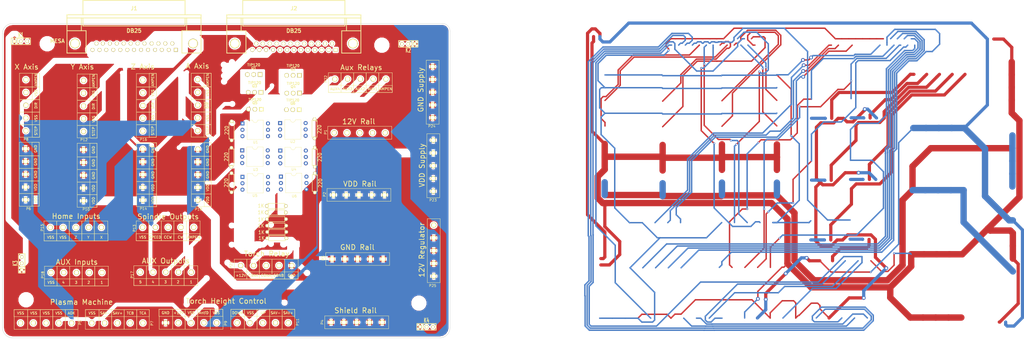
<source format=kicad_pcb>
(kicad_pcb (version 4) (host pcbnew 4.0.4-stable)
  (layers (0 F.Cu signal) (31 B.Cu signal) (34 B.Paste user) (35 F.Paste user) (36 B.SilkS user) (37 F.SilkS user) (38 B.Mask user) (39 F.Mask user) (44 Edge.Cuts user))
  (net 0 "")
  (net 1 /Arc-Ok)
  (net 2 /Torch-Down)
  (net 3 /Torch-Up)
  (net 4 /Torch-On)
  (net 5 /Amp-Enable)
  (net 6 /Spindle-CCW)
  (net 7 /Spindle-CW)
  (net 8 /Y-Dir)
  (net 9 /X-Dir)
  (net 10 /Z-Step)
  (net 11 /A-Step)
  (net 12 /A-Dir)
  (net 13 /Z-Dir)
  (net 14 VSS)
  (net 15 /Spindle-PWM)
  (net 16 /Anti-Drive)
  (net 17 /Y-Step)
  (net 18 /Z-Home)
  (net 19 /X-Home)
  (net 20 /AUX_OUT_5)
  (net 21 /AUX_OUT_4)
  (net 22 /AUX_OUT_3)
  (net 23 /AUX_OUT_2)
  (net 24 /AUX_OUT_1)
  (net 25 /AUX_IN_1)
  (net 26 /AUX_IN_2)
  (net 27 /AUX_IN_3)
  (net 28 /AUX_IN_4)
  (net 29 GND)
  (net 30 +12V)
  (net 31 VDD)
  (net 32 /Torch-Contactor_A)
  (net 33 /Torch-Contactor_B)
  (net 34 /Scaled_Arc_Voltage+)
  (net 35 /Scaled_Arc_Voltage-)
  (net 36 /X-Step)
  (net 37 /Torch-Contactor_Driver)
  (net 38 /AUX4-Contactor_Driver)
  (net 39 /AUX3-Contactor_Driver)
  (net 40 /AUX2-Contactor_Driver)
  (net 41 /AUX1-Contactor_Driver)
  (net 42 /Amp-Contactor_Driver)
  (net 43 "Net-(Q1-Pad1)")
  (net 44 "Net-(Q2-Pad1)")
  (net 45 "Net-(Q3-Pad1)")
  (net 46 "Net-(Q4-Pad1)")
  (net 47 "Net-(Q5-Pad1)")
  (net 48 "Net-(Q6-Pad1)")
  (net 49 /Z-Touch)
  (net 50 /Y1-Home)
  (net 51 /Y2-Home)
  (net 52 "Net-(J2-Pad9)")
  (net 53 "Net-(J2-Pad8)")
  (net 54 "Net-(J2-Pad7)")
  (net 55 "Net-(K1-Pad3)")
  (net 56 "Net-(K2-Pad3)")
  (net 57 "Net-(K3-Pad3)")
  (net 58 "Net-(K4-Pad3)")
  (net 59 "Net-(R1-Pad1)")
  (net 60 "Net-(R2-Pad1)")
  (net 61 "Net-(R3-Pad1)")
  (net 62 "Net-(R4-Pad1)")
  (net 63 "Net-(R5-Pad1)")
  (net 64 "Net-(R6-Pad1)")
  (net 65 "Net-(R7-Pad2)")
  (net 66 "Net-(R8-Pad2)")
  (net 67 "Net-(R9-Pad2)")
  (net 68 "Net-(R10-Pad2)")
  (net 69 "Net-(R11-Pad2)")
  (net 70 "Net-(R12-Pad2)")
  (net 71 "Net-(U1-Pad6)")
  (net 72 "Net-(U2-Pad6)")
  (net 73 "Net-(U3-Pad6)")
  (net 74 "Net-(U4-Pad6)")
  (net 75 "Net-(U5-Pad6)")
  (net 76 "Net-(U6-Pad6)")
  (module Xmotion:PLUGABLE_HEADER (layer F.Cu) (at 274.80032 118.16378)
    (fp_text reference P2 (at -13.6779 -0.1651 90) (layer F.SilkS))
    (fp_text value "VDD RAIL" hide)
    (pad 1 thru_hole circle (at -10.16 0) (size 2.032 2.032) (drill 1.3208) (layers *.Cu *.Mask F.SilkS) (net 31 VDD))
    (pad 2 thru_hole circle (at -5.08 0) (size 2.032 2.032) (drill 1.3208) (layers *.Cu *.Mask F.SilkS) (net 31 VDD))
    (pad 3 thru_hole circle (at 0 0) (size 2.032 2.032) (drill 1.3208) (layers *.Cu *.Mask F.SilkS) (net 31 VDD))
    (pad 4 thru_hole circle (at 5.08 0) (size 2.032 2.032) (drill 1.3208) (layers *.Cu *.Mask F.SilkS) (net 31 VDD))
    (pad 5 thru_hole circle (at 10.16 0) (size 2.032 2.032) (drill 1.3208) (layers *.Cu *.Mask F.SilkS) (net 31 VDD))
  )
  (module Xmotion:PLUGABLE_HEADER (layer F.Cu) (at 304.1142 77.29728 90)
    (fp_text reference P24 (at -13.53312 -0.32512 180) (layer F.SilkS))
    (fp_text value 36- hide)
    (pad 1 thru_hole circle (at -10.16 0 90) (size 2.032 2.032) (drill 1.3208) (layers *.Cu *.Mask F.SilkS) (net 29 GND))
    (pad 2 thru_hole circle (at -5.08 0 90) (size 2.032 2.032) (drill 1.3208) (layers *.Cu *.Mask F.SilkS) (net 29 GND))
    (pad 3 thru_hole circle (at 0 0 90) (size 2.032 2.032) (drill 1.3208) (layers *.Cu *.Mask F.SilkS) (net 29 GND))
    (pad 4 thru_hole circle (at 5.08 0 90) (size 2.032 2.032) (drill 1.3208) (layers *.Cu *.Mask F.SilkS) (net 29 GND))
    (pad 5 thru_hole circle (at 10.16 0 90) (size 2.032 2.032) (drill 1.3208) (layers *.Cu *.Mask F.SilkS) (net 29 GND))
  )
  (module Xmotion:PLUGABLE_HEADER (layer F.Cu) (at 275.35922 72.0884)
    (fp_text reference P22 (at -13.74902 -0.04064 90) (layer F.SilkS))
    (fp_text value RELAYS hide)
    (pad 1 thru_hole circle (at -10.16 0) (size 2.032 2.032) (drill 1.3208) (layers *.Cu *.Mask F.SilkS) (net 38 /AUX4-Contactor_Driver))
    (pad 2 thru_hole circle (at -5.08 0) (size 2.032 2.032) (drill 1.3208) (layers *.Cu *.Mask F.SilkS) (net 39 /AUX3-Contactor_Driver))
    (pad 3 thru_hole circle (at 0 0) (size 2.032 2.032) (drill 1.3208) (layers *.Cu *.Mask F.SilkS) (net 40 /AUX2-Contactor_Driver))
    (pad 4 thru_hole circle (at 5.08 0) (size 2.032 2.032) (drill 1.3208) (layers *.Cu *.Mask F.SilkS) (net 41 /AUX1-Contactor_Driver))
    (pad 5 thru_hole circle (at 10.16 0) (size 2.032 2.032) (drill 1.3208) (layers *.Cu *.Mask F.SilkS) (net 42 /Amp-Contactor_Driver))
  )
  (module Xmotion:PLUGABLE_HEADER (layer F.Cu) (at 304.37074 106.55808 90)
    (fp_text reference P23 (at -13.68552 -0.10414 180) (layer F.SilkS))
    (fp_text value 36+ hide)
    (pad 1 thru_hole circle (at -10.16 0 90) (size 2.032 2.032) (drill 1.3208) (layers *.Cu *.Mask F.SilkS) (net 31 VDD))
    (pad 2 thru_hole circle (at -5.08 0 90) (size 2.032 2.032) (drill 1.3208) (layers *.Cu *.Mask F.SilkS) (net 31 VDD))
    (pad 3 thru_hole circle (at 0 0 90) (size 2.032 2.032) (drill 1.3208) (layers *.Cu *.Mask F.SilkS) (net 31 VDD))
    (pad 4 thru_hole circle (at 5.08 0 90) (size 2.032 2.032) (drill 1.3208) (layers *.Cu *.Mask F.SilkS) (net 31 VDD))
    (pad 5 thru_hole circle (at 10.16 0 90) (size 2.032 2.032) (drill 1.3208) (layers *.Cu *.Mask F.SilkS) (net 31 VDD))
  )
  (module Xmotion:SIL-3 (layer F.Cu) (at 294.4114 58.05932 180)
    (fp_text reference K2 (at 0 -2.54 180) (layer F.SilkS) (effects (font (size 1.7907 1.07696) (thickness 0.3048))))
    (fp_text value FAN2 hide)
    (pad 1 thru_hole rect (at -2.54 0 180) (size 1.397 1.397) (drill 0.8128) (layers *.Cu *.Mask F.SilkS) (net 29 GND))
    (pad 2 thru_hole circle (at 0 0 180) (size 1.397 1.397) (drill 0.8128) (layers *.Cu *.Mask F.SilkS) (net 30 +12V))
    (pad 3 thru_hole circle (at 2.54 0 180) (size 1.397 1.397) (drill 0.8128) (layers *.Cu *.Mask F.SilkS) (net 56 "Net-(K2-Pad3)"))
  )
  (module Xmotion:PLUGABLE_HEADER (layer F.Cu) (at 275.10958 93.44176)
    (fp_text reference P1 (at -13.56868 -0.25146 90) (layer F.SilkS))
    (fp_text value "+12V RAIL" hide)
    (pad 1 thru_hole circle (at -10.16 0) (size 2.032 2.032) (drill 1.3208) (layers *.Cu *.Mask F.SilkS) (net 30 +12V))
    (pad 2 thru_hole circle (at -5.08 0) (size 2.032 2.032) (drill 1.3208) (layers *.Cu *.Mask F.SilkS) (net 30 +12V))
    (pad 3 thru_hole circle (at 0 0) (size 2.032 2.032) (drill 1.3208) (layers *.Cu *.Mask F.SilkS) (net 30 +12V))
    (pad 4 thru_hole circle (at 5.08 0) (size 2.032 2.032) (drill 1.3208) (layers *.Cu *.Mask F.SilkS) (net 30 +12V))
    (pad 5 thru_hole circle (at 10.16 0) (size 2.032 2.032) (drill 1.3208) (layers *.Cu *.Mask F.SilkS) (net 30 +12V))
  )
  (module discret:R3 (layer F.Cu) (at 224.13 92.67 90)
    (fp_text reference R1 hide)
    (fp_text value 220 (at 0.20818 -1.96678 90) (layer F.SilkS) (effects (font (size 1.397 1.27) (thickness 0.2032))))
    (pad 1 thru_hole circle (at -3.81 0 90) (size 1.397 1.397) (drill 0.8128) (layers *.Cu *.Mask F.SilkS) (net 59 "Net-(R1-Pad1)"))
    (pad 2 thru_hole circle (at 3.81 0 90) (size 1.397 1.397) (drill 0.8128) (layers *.Cu *.Mask F.SilkS) (net 14 VSS))
  )
  (module Xmotion:DB25MC (layer F.Cu) (at 248.88698 59.21502)
    (fp_text reference J2 (at 0 -15.24) (layer F.SilkS) (effects (font (thickness 0.3048))))
    (fp_text value DB25 (at 0 -6.35) (layer F.SilkS) (effects (font (thickness 0.3048))))
    (pad "" thru_hole circle (at 23.495 -1.27) (size 3.81 3.81) (drill 3.048) (layers *.Cu *.Mask F.SilkS))
    (pad "" thru_hole circle (at -23.495 -1.27) (size 3.81 3.81) (drill 3.048) (layers *.Cu *.Mask F.SilkS))
    (pad 13 thru_hole circle (at -16.51 1.27) (size 1.524 1.524) (drill 1.016) (layers *.Cu *.Mask F.SilkS) (net 18 /Z-Home))
    (pad 12 thru_hole circle (at -13.716 1.27) (size 1.524 1.524) (drill 1.016) (layers *.Cu *.Mask F.SilkS) (net 50 /Y1-Home))
    (pad 11 thru_hole circle (at -11.049 1.27) (size 1.524 1.524) (drill 1.016) (layers *.Cu *.Mask F.SilkS) (net 51 /Y2-Home))
    (pad 10 thru_hole circle (at -8.255 1.27) (size 1.524 1.524) (drill 1.016) (layers *.Cu *.Mask F.SilkS) (net 19 /X-Home))
    (pad 9 thru_hole circle (at -5.461 1.27) (size 1.524 1.524) (drill 1.016) (layers *.Cu *.Mask F.SilkS) (net 52 "Net-(J2-Pad9)"))
    (pad 8 thru_hole circle (at -2.667 1.27) (size 1.524 1.524) (drill 1.016) (layers *.Cu *.Mask F.SilkS) (net 53 "Net-(J2-Pad8)"))
    (pad 7 thru_hole circle (at 0 1.27) (size 1.524 1.524) (drill 1.016) (layers *.Cu *.Mask F.SilkS) (net 54 "Net-(J2-Pad7)"))
    (pad 6 thru_hole circle (at 2.794 1.27) (size 1.524 1.524) (drill 1.016) (layers *.Cu *.Mask F.SilkS) (net 5 /Amp-Enable))
    (pad 5 thru_hole circle (at 5.588 1.27) (size 1.524 1.524) (drill 1.016) (layers *.Cu *.Mask F.SilkS) (net 20 /AUX_OUT_5))
    (pad 4 thru_hole circle (at 8.382 1.27) (size 1.524 1.524) (drill 1.016) (layers *.Cu *.Mask F.SilkS) (net 21 /AUX_OUT_4))
    (pad 3 thru_hole circle (at 11.049 1.27) (size 1.524 1.524) (drill 1.016) (layers *.Cu *.Mask F.SilkS) (net 22 /AUX_OUT_3))
    (pad 2 thru_hole circle (at 13.843 1.27) (size 1.524 1.524) (drill 1.016) (layers *.Cu *.Mask F.SilkS) (net 23 /AUX_OUT_2))
    (pad 1 thru_hole rect (at 16.637 1.27) (size 1.524 1.524) (drill 1.016) (layers *.Cu *.Mask F.SilkS) (net 24 /AUX_OUT_1))
    (pad 25 thru_hole circle (at -14.9352 -1.27) (size 1.524 1.524) (drill 1.016) (layers *.Cu *.Mask F.SilkS) (net 14 VSS))
    (pad 24 thru_hole circle (at -12.3952 -1.27) (size 1.524 1.524) (drill 1.016) (layers *.Cu *.Mask F.SilkS) (net 14 VSS))
    (pad 23 thru_hole circle (at -9.6012 -1.27) (size 1.524 1.524) (drill 1.016) (layers *.Cu *.Mask F.SilkS) (net 14 VSS))
    (pad 22 thru_hole circle (at -6.858 -1.27) (size 1.524 1.524) (drill 1.016) (layers *.Cu *.Mask F.SilkS) (net 14 VSS))
    (pad 21 thru_hole circle (at -4.1148 -1.27) (size 1.524 1.524) (drill 1.016) (layers *.Cu *.Mask F.SilkS) (net 14 VSS))
    (pad 20 thru_hole circle (at -1.3208 -1.27) (size 1.524 1.524) (drill 1.016) (layers *.Cu *.Mask F.SilkS) (net 14 VSS))
    (pad 19 thru_hole circle (at 1.4224 -1.27) (size 1.524 1.524) (drill 1.016) (layers *.Cu *.Mask F.SilkS) (net 14 VSS))
    (pad 18 thru_hole circle (at 4.1656 -1.27) (size 1.524 1.524) (drill 1.016) (layers *.Cu *.Mask F.SilkS) (net 14 VSS))
    (pad 17 thru_hole circle (at 7.0104 -1.27) (size 1.524 1.524) (drill 1.016) (layers *.Cu *.Mask F.SilkS) (net 25 /AUX_IN_1))
    (pad 16 thru_hole circle (at 9.7028 -1.27) (size 1.524 1.524) (drill 1.016) (layers *.Cu *.Mask F.SilkS) (net 26 /AUX_IN_2))
    (pad 15 thru_hole circle (at 12.446 -1.27) (size 1.524 1.524) (drill 1.016) (layers *.Cu *.Mask F.SilkS) (net 27 /AUX_IN_3))
    (pad 14 thru_hole circle (at 15.24 -1.27) (size 1.524 1.524) (drill 1.016) (layers *.Cu *.Mask F.SilkS) (net 28 /AUX_IN_4))
  )
  (module Xmotion:PLUGABLE_HEADER (layer F.Cu) (at 273.8889 168.83866)
    (fp_text reference P4 (at -13.71092 -0.04318 90) (layer F.SilkS))
    (fp_text value SHIELD hide)
    (pad 1 thru_hole circle (at -10.16 0) (size 2.032 2.032) (drill 1.3208) (layers *.Cu *.Mask F.SilkS) (net 29 GND))
    (pad 2 thru_hole circle (at -5.08 0) (size 2.032 2.032) (drill 1.3208) (layers *.Cu *.Mask F.SilkS) (net 29 GND))
    (pad 3 thru_hole circle (at 0 0) (size 2.032 2.032) (drill 1.3208) (layers *.Cu *.Mask F.SilkS) (net 29 GND))
    (pad 4 thru_hole circle (at 5.08 0) (size 2.032 2.032) (drill 1.3208) (layers *.Cu *.Mask F.SilkS) (net 29 GND))
    (pad 5 thru_hole circle (at 10.16 0) (size 2.032 2.032) (drill 1.3208) (layers *.Cu *.Mask F.SilkS) (net 29 GND))
  )
  (module Xmotion:PLUGABLE_HEADER (layer F.Cu) (at 304.55574 140.3358 90)
    (fp_text reference P25 (at -13.92174 -0.4572 180) (layer F.SilkS))
    (fp_text value 12V_DCDC hide)
    (pad 1 thru_hole circle (at -10.16 0 90) (size 2.032 2.032) (drill 1.3208) (layers *.Cu *.Mask F.SilkS) (net 31 VDD))
    (pad 2 thru_hole circle (at -5.08 0 90) (size 2.032 2.032) (drill 1.3208) (layers *.Cu *.Mask F.SilkS) (net 29 GND))
    (pad 3 thru_hole circle (at 0 0 90) (size 2.032 2.032) (drill 1.3208) (layers *.Cu *.Mask F.SilkS) (net 29 GND))
    (pad 4 thru_hole circle (at 5.08 0 90) (size 2.032 2.032) (drill 1.3208) (layers *.Cu *.Mask F.SilkS) (net 29 GND))
    (pad 5 thru_hole circle (at 10.16 0 90) (size 2.032 2.032) (drill 1.3208) (layers *.Cu *.Mask F.SilkS) (net 30 +12V))
  )
  (module Xmotion:PLUGABLE_HEADER (layer F.Cu) (at 274.2648 143.67172)
    (fp_text reference P3 (at -13.67536 -0.33528 90) (layer F.SilkS))
    (fp_text value "GND RAIL" hide)
    (pad 1 thru_hole circle (at -10.16 0) (size 2.032 2.032) (drill 1.3208) (layers *.Cu *.Mask F.SilkS) (net 29 GND))
    (pad 2 thru_hole circle (at -5.08 0) (size 2.032 2.032) (drill 1.3208) (layers *.Cu *.Mask F.SilkS) (net 29 GND))
    (pad 3 thru_hole circle (at 0 0) (size 2.032 2.032) (drill 1.3208) (layers *.Cu *.Mask F.SilkS) (net 29 GND))
    (pad 4 thru_hole circle (at 5.08 0) (size 2.032 2.032) (drill 1.3208) (layers *.Cu *.Mask F.SilkS) (net 29 GND))
    (pad 5 thru_hole circle (at 10.16 0) (size 2.032 2.032) (drill 1.3208) (layers *.Cu *.Mask F.SilkS) (net 29 GND))
  )
  (module Xmotion:SIL-3 (layer F.Cu) (at 301.69 170.64)
    (fp_text reference K4 (at 0 -2.54) (layer F.SilkS) (effects (font (size 1.7907 1.07696) (thickness 0.3048))))
    (fp_text value FAN4 hide)
    (pad 1 thru_hole rect (at -2.54 0) (size 1.397 1.397) (drill 0.8128) (layers *.Cu *.Mask F.SilkS) (net 29 GND))
    (pad 2 thru_hole circle (at 0 0) (size 1.397 1.397) (drill 0.8128) (layers *.Cu *.Mask F.SilkS) (net 30 +12V))
    (pad 3 thru_hole circle (at 2.54 0) (size 1.397 1.397) (drill 0.8128) (layers *.Cu *.Mask F.SilkS) (net 58 "Net-(K4-Pad3)"))
  )
  (module Xmotion:PLUGABLE_HEADER (layer F.Cu) (at 236.51278 169.0184 180)
    (fp_text reference P11 (at -13.82722 0.2684 270) (layer F.SilkS))
    (fp_text value THC hide)
    (pad 1 thru_hole circle (at -10.16 0 180) (size 2.032 2.032) (drill 1.3208) (layers *.Cu *.Mask F.SilkS) (net 34 /Scaled_Arc_Voltage+))
    (pad 2 thru_hole circle (at -5.08 0 180) (size 2.032 2.032) (drill 1.3208) (layers *.Cu *.Mask F.SilkS) (net 35 /Scaled_Arc_Voltage-))
    (pad 3 thru_hole circle (at 0 0 180) (size 2.032 2.032) (drill 1.3208) (layers *.Cu *.Mask F.SilkS) (net 3 /Torch-Up))
    (pad 4 thru_hole circle (at 5.08 0 180) (size 2.032 2.032) (drill 1.3208) (layers *.Cu *.Mask F.SilkS) (net 14 VSS))
    (pad 5 thru_hole circle (at 10.16 0 180) (size 2.032 2.032) (drill 1.3208) (layers *.Cu *.Mask F.SilkS) (net 2 /Torch-Down))
  )
  (module Xmotion:PLUGABLE_HEADER (layer F.Cu) (at 237.90442 146.25892)
    (fp_text reference P21 (at -13.99286 -0.28448 90) (layer F.SilkS))
    (fp_text value "TORCH RELAY" hide)
    (pad 1 thru_hole circle (at -10.16 0) (size 2.032 2.032) (drill 1.3208) (layers *.Cu *.Mask F.SilkS) (net 30 +12V))
    (pad 2 thru_hole circle (at -5.08 0) (size 2.032 2.032) (drill 1.3208) (layers *.Cu *.Mask F.SilkS) (net 37 /Torch-Contactor_Driver))
    (pad 3 thru_hole circle (at 0 0) (size 2.032 2.032) (drill 1.3208) (layers *.Cu *.Mask F.SilkS) (net 32 /Torch-Contactor_A))
    (pad 4 thru_hole circle (at 5.08 0) (size 2.032 2.032) (drill 1.3208) (layers *.Cu *.Mask F.SilkS) (net 33 /Torch-Contactor_B))
    (pad 5 thru_hole circle (at 10.16 0) (size 2.032 2.032) (drill 1.3208) (layers *.Cu *.Mask F.SilkS) (net 29 GND))
  )
  (module discret:R3 (layer F.Cu) (at 257.24 113.4 270)
    (fp_text reference R6 hide)
    (fp_text value 220 (at 0.04292 -2.20378 270) (layer F.SilkS) (effects (font (size 1.397 1.27) (thickness 0.2032))))
    (pad 1 thru_hole circle (at -3.81 0 270) (size 1.397 1.397) (drill 0.8128) (layers *.Cu *.Mask F.SilkS) (net 64 "Net-(R6-Pad1)"))
    (pad 2 thru_hole circle (at 3.81 0 270) (size 1.397 1.397) (drill 0.8128) (layers *.Cu *.Mask F.SilkS) (net 14 VSS))
  )
  (module discret:R3 (layer F.Cu) (at 224.06 103.2 90)
    (fp_text reference R3 hide)
    (fp_text value 220 (at 0.22062 -2.03948 90) (layer F.SilkS) (effects (font (size 1.397 1.27) (thickness 0.2032))))
    (pad 1 thru_hole circle (at -3.81 0 90) (size 1.397 1.397) (drill 0.8128) (layers *.Cu *.Mask F.SilkS) (net 61 "Net-(R3-Pad1)"))
    (pad 2 thru_hole circle (at 3.81 0 90) (size 1.397 1.397) (drill 0.8128) (layers *.Cu *.Mask F.SilkS) (net 14 VSS))
  )
  (module discret:R3 (layer F.Cu) (at 257.21 103.14 270)
    (fp_text reference R4 hide)
    (fp_text value 220 (at 0.00376 -2.05396 270) (layer F.SilkS) (effects (font (size 1.397 1.27) (thickness 0.2032))))
    (pad 1 thru_hole circle (at -3.81 0 270) (size 1.397 1.397) (drill 0.8128) (layers *.Cu *.Mask F.SilkS) (net 62 "Net-(R4-Pad1)"))
    (pad 2 thru_hole circle (at 3.81 0 270) (size 1.397 1.397) (drill 0.8128) (layers *.Cu *.Mask F.SilkS) (net 14 VSS))
  )
  (module discret:R3 (layer F.Cu) (at 224.09 113.31 90)
    (fp_text reference R5 hide)
    (fp_text value 220 (at -0.03736 -2.09024 90) (layer F.SilkS) (effects (font (size 1.397 1.27) (thickness 0.2032))))
    (pad 1 thru_hole circle (at -3.81 0 90) (size 1.397 1.397) (drill 0.8128) (layers *.Cu *.Mask F.SilkS) (net 63 "Net-(R5-Pad1)"))
    (pad 2 thru_hole circle (at 3.81 0 90) (size 1.397 1.397) (drill 0.8128) (layers *.Cu *.Mask F.SilkS) (net 14 VSS))
  )
  (module discret:R3 (layer F.Cu) (at 257.13 91.86 270)
    (fp_text reference R2 hide)
    (fp_text value 220 (at 0.19514 -1.97764 270) (layer F.SilkS) (effects (font (size 1.397 1.27) (thickness 0.2032))))
    (pad 1 thru_hole circle (at -3.81 0 270) (size 1.397 1.397) (drill 0.8128) (layers *.Cu *.Mask F.SilkS) (net 60 "Net-(R2-Pad1)"))
    (pad 2 thru_hole circle (at 3.81 0 270) (size 1.397 1.397) (drill 0.8128) (layers *.Cu *.Mask F.SilkS) (net 14 VSS))
  )
  (module Xmotion:DB25MC (layer F.Cu) (at 185.31078 59.18962)
    (fp_text reference J1 (at 0 -15.24) (layer F.SilkS) (effects (font (thickness 0.3048))))
    (fp_text value DB25 (at 0 -6.35) (layer F.SilkS) (effects (font (thickness 0.3048))))
    (pad "" thru_hole circle (at 23.495 -1.27) (size 3.81 3.81) (drill 3.048) (layers *.Cu *.Mask F.SilkS))
    (pad "" thru_hole circle (at -23.495 -1.27) (size 3.81 3.81) (drill 3.048) (layers *.Cu *.Mask F.SilkS))
    (pad 13 thru_hole circle (at -16.51 1.27) (size 1.524 1.524) (drill 1.016) (layers *.Cu *.Mask F.SilkS) (net 1 /Arc-Ok))
    (pad 12 thru_hole circle (at -13.716 1.27) (size 1.524 1.524) (drill 1.016) (layers *.Cu *.Mask F.SilkS) (net 2 /Torch-Down))
    (pad 11 thru_hole circle (at -11.049 1.27) (size 1.524 1.524) (drill 1.016) (layers *.Cu *.Mask F.SilkS) (net 3 /Torch-Up))
    (pad 10 thru_hole circle (at -8.255 1.27) (size 1.524 1.524) (drill 1.016) (layers *.Cu *.Mask F.SilkS) (net 49 /Z-Touch))
    (pad 9 thru_hole circle (at -5.461 1.27) (size 1.524 1.524) (drill 1.016) (layers *.Cu *.Mask F.SilkS) (net 12 /A-Dir))
    (pad 8 thru_hole circle (at -2.667 1.27) (size 1.524 1.524) (drill 1.016) (layers *.Cu *.Mask F.SilkS) (net 11 /A-Step))
    (pad 7 thru_hole circle (at 0 1.27) (size 1.524 1.524) (drill 1.016) (layers *.Cu *.Mask F.SilkS) (net 13 /Z-Dir))
    (pad 6 thru_hole circle (at 2.794 1.27) (size 1.524 1.524) (drill 1.016) (layers *.Cu *.Mask F.SilkS) (net 10 /Z-Step))
    (pad 5 thru_hole circle (at 5.588 1.27) (size 1.524 1.524) (drill 1.016) (layers *.Cu *.Mask F.SilkS) (net 8 /Y-Dir))
    (pad 4 thru_hole circle (at 8.382 1.27) (size 1.524 1.524) (drill 1.016) (layers *.Cu *.Mask F.SilkS) (net 17 /Y-Step))
    (pad 3 thru_hole circle (at 11.049 1.27) (size 1.524 1.524) (drill 1.016) (layers *.Cu *.Mask F.SilkS) (net 9 /X-Dir))
    (pad 2 thru_hole circle (at 13.843 1.27) (size 1.524 1.524) (drill 1.016) (layers *.Cu *.Mask F.SilkS) (net 36 /X-Step))
    (pad 1 thru_hole rect (at 16.637 1.27) (size 1.524 1.524) (drill 1.016) (layers *.Cu *.Mask F.SilkS) (net 7 /Spindle-CW))
    (pad 25 thru_hole circle (at -14.9352 -1.27) (size 1.524 1.524) (drill 1.016) (layers *.Cu *.Mask F.SilkS) (net 14 VSS))
    (pad 24 thru_hole circle (at -12.3952 -1.27) (size 1.524 1.524) (drill 1.016) (layers *.Cu *.Mask F.SilkS) (net 14 VSS))
    (pad 23 thru_hole circle (at -9.6012 -1.27) (size 1.524 1.524) (drill 1.016) (layers *.Cu *.Mask F.SilkS) (net 14 VSS))
    (pad 22 thru_hole circle (at -6.858 -1.27) (size 1.524 1.524) (drill 1.016) (layers *.Cu *.Mask F.SilkS) (net 14 VSS))
    (pad 21 thru_hole circle (at -4.1148 -1.27) (size 1.524 1.524) (drill 1.016) (layers *.Cu *.Mask F.SilkS) (net 14 VSS))
    (pad 20 thru_hole circle (at -1.3208 -1.27) (size 1.524 1.524) (drill 1.016) (layers *.Cu *.Mask F.SilkS) (net 14 VSS))
    (pad 19 thru_hole circle (at 1.4224 -1.27) (size 1.524 1.524) (drill 1.016) (layers *.Cu *.Mask F.SilkS) (net 14 VSS))
    (pad 18 thru_hole circle (at 4.1656 -1.27) (size 1.524 1.524) (drill 1.016) (layers *.Cu *.Mask F.SilkS) (net 14 VSS))
    (pad 17 thru_hole circle (at 7.0104 -1.27) (size 1.524 1.524) (drill 1.016) (layers *.Cu *.Mask F.SilkS) (net 4 /Torch-On))
    (pad 16 thru_hole circle (at 9.7028 -1.27) (size 1.524 1.524) (drill 1.016) (layers *.Cu *.Mask F.SilkS) (net 16 /Anti-Drive))
    (pad 15 thru_hole circle (at 12.446 -1.27) (size 1.524 1.524) (drill 1.016) (layers *.Cu *.Mask F.SilkS) (net 6 /Spindle-CCW))
    (pad 14 thru_hole circle (at 15.24 -1.27) (size 1.524 1.524) (drill 1.016) (layers *.Cu *.Mask F.SilkS) (net 15 /Spindle-PWM))
  )
  (module Xmotion:PLUGABLE_HEADER (layer F.Cu) (at 142.2971 82.48784 270)
    (fp_text reference P8 (at 13.58216 -0.0429 360) (layer F.SilkS))
    (fp_text value X-Drive hide)
    (pad 1 thru_hole circle (at -10.16 0 270) (size 2.032 2.032) (drill 1.3208) (layers *.Cu *.Mask F.SilkS) (net 5 /Amp-Enable))
    (pad 2 thru_hole circle (at -5.08 0 270) (size 2.032 2.032) (drill 1.3208) (layers *.Cu *.Mask F.SilkS) (net 14 VSS))
    (pad 3 thru_hole circle (at 0 0 270) (size 2.032 2.032) (drill 1.3208) (layers *.Cu *.Mask F.SilkS) (net 9 /X-Dir))
    (pad 4 thru_hole circle (at 5.08 0 270) (size 2.032 2.032) (drill 1.3208) (layers *.Cu *.Mask F.SilkS) (net 14 VSS))
    (pad 5 thru_hole circle (at 10.16 0 270) (size 2.032 2.032) (drill 1.3208) (layers *.Cu *.Mask F.SilkS) (net 36 /X-Step))
  )
  (module Xmotion:PLUGABLE_HEADER (layer F.Cu) (at 165.22822 82.77706 270)
    (fp_text reference P12 (at 13.48294 -0.16178 360) (layer F.SilkS))
    (fp_text value Y-Drive hide)
    (pad 1 thru_hole circle (at -10.16 0 270) (size 2.032 2.032) (drill 1.3208) (layers *.Cu *.Mask F.SilkS) (net 5 /Amp-Enable))
    (pad 2 thru_hole circle (at -5.08 0 270) (size 2.032 2.032) (drill 1.3208) (layers *.Cu *.Mask F.SilkS) (net 14 VSS))
    (pad 3 thru_hole circle (at 0 0 270) (size 2.032 2.032) (drill 1.3208) (layers *.Cu *.Mask F.SilkS) (net 8 /Y-Dir))
    (pad 4 thru_hole circle (at 5.08 0 270) (size 2.032 2.032) (drill 1.3208) (layers *.Cu *.Mask F.SilkS) (net 14 VSS))
    (pad 5 thru_hole circle (at 10.16 0 270) (size 2.032 2.032) (drill 1.3208) (layers *.Cu *.Mask F.SilkS) (net 17 /Y-Step))
  )
  (module Xmotion:PLUGABLE_HEADER (layer F.Cu) (at 210.64714 82.44296 270)
    (fp_text reference P20 (at 0.025 -3.2 270) (layer F.SilkS))
    (fp_text value A-Drive hide)
    (pad 1 thru_hole circle (at -10.16 0 270) (size 2.032 2.032) (drill 1.3208) (layers *.Cu *.Mask F.SilkS) (net 5 /Amp-Enable))
    (pad 2 thru_hole circle (at -5.08 0 270) (size 2.032 2.032) (drill 1.3208) (layers *.Cu *.Mask F.SilkS) (net 14 VSS))
    (pad 3 thru_hole circle (at 0 0 270) (size 2.032 2.032) (drill 1.3208) (layers *.Cu *.Mask F.SilkS) (net 12 /A-Dir))
    (pad 4 thru_hole circle (at 5.08 0 270) (size 2.032 2.032) (drill 1.3208) (layers *.Cu *.Mask F.SilkS) (net 14 VSS))
    (pad 5 thru_hole circle (at 10.16 0 270) (size 2.032 2.032) (drill 1.3208) (layers *.Cu *.Mask F.SilkS) (net 11 /A-Step))
  )
  (module Xmotion:PLUGABLE_HEADER (layer F.Cu) (at 188.825 82.59772 270)
    (fp_text reference P16 (at 13.53228 -0.225 360) (layer F.SilkS))
    (fp_text value Z-Drive hide)
    (pad 1 thru_hole circle (at -10.16 0 270) (size 2.032 2.032) (drill 1.3208) (layers *.Cu *.Mask F.SilkS) (net 5 /Amp-Enable))
    (pad 2 thru_hole circle (at -5.08 0 270) (size 2.032 2.032) (drill 1.3208) (layers *.Cu *.Mask F.SilkS) (net 14 VSS))
    (pad 3 thru_hole circle (at 0 0 270) (size 2.032 2.032) (drill 1.3208) (layers *.Cu *.Mask F.SilkS) (net 13 /Z-Dir))
    (pad 4 thru_hole circle (at 5.08 0 270) (size 2.032 2.032) (drill 1.3208) (layers *.Cu *.Mask F.SilkS) (net 14 VSS))
    (pad 5 thru_hole circle (at 10.16 0 270) (size 2.032 2.032) (drill 1.3208) (layers *.Cu *.Mask F.SilkS) (net 10 /Z-Step))
  )
  (module Xmotion:SIL-3 (layer F.Cu) (at 140.29 57.06)
    (fp_text reference K1 (at 0 -2.54) (layer F.SilkS) (effects (font (size 1.7907 1.07696) (thickness 0.3048))))
    (fp_text value FAN1 hide)
    (pad 1 thru_hole rect (at -2.54 0) (size 1.397 1.397) (drill 0.8128) (layers *.Cu *.Mask F.SilkS) (net 29 GND))
    (pad 2 thru_hole circle (at 0 0) (size 1.397 1.397) (drill 0.8128) (layers *.Cu *.Mask F.SilkS) (net 30 +12V))
    (pad 3 thru_hole circle (at 2.54 0) (size 1.397 1.397) (drill 0.8128) (layers *.Cu *.Mask F.SilkS) (net 55 "Net-(K1-Pad3)"))
  )
  (module Xmotion:PLUGABLE_HEADER (layer F.Cu) (at 162.41324 149.05272 180)
    (fp_text reference P18 (at 13.38824 -0.92228 270) (layer F.SilkS))
    (fp_text value AUX_IN hide)
    (pad 1 thru_hole circle (at -10.16 0 180) (size 2.032 2.032) (drill 1.3208) (layers *.Cu *.Mask F.SilkS) (net 25 /AUX_IN_1))
    (pad 2 thru_hole circle (at -5.08 0 180) (size 2.032 2.032) (drill 1.3208) (layers *.Cu *.Mask F.SilkS) (net 26 /AUX_IN_2))
    (pad 3 thru_hole circle (at 0 0 180) (size 2.032 2.032) (drill 1.3208) (layers *.Cu *.Mask F.SilkS) (net 27 /AUX_IN_3))
    (pad 4 thru_hole circle (at 5.08 0 180) (size 2.032 2.032) (drill 1.3208) (layers *.Cu *.Mask F.SilkS) (net 28 /AUX_IN_4))
    (pad 5 thru_hole circle (at 10.16 0 180) (size 2.032 2.032) (drill 1.3208) (layers *.Cu *.Mask F.SilkS) (net 14 VSS))
  )
  (module Xmotion:PLUGABLE_HEADER (layer F.Cu) (at 150.329 169.10254 180)
    (fp_text reference P5 (at -13.561 0.14254 270) (layer F.SilkS))
    (fp_text value TORCH hide)
    (pad 1 thru_hole circle (at -10.16 0 180) (size 2.032 2.032) (drill 1.3208) (layers *.Cu *.Mask F.SilkS) (net 1 /Arc-Ok))
    (pad 2 thru_hole circle (at -5.08 0 180) (size 2.032 2.032) (drill 1.3208) (layers *.Cu *.Mask F.SilkS) (net 14 VSS))
    (pad 3 thru_hole circle (at 0 0 180) (size 2.032 2.032) (drill 1.3208) (layers *.Cu *.Mask F.SilkS) (net 14 VSS))
    (pad 4 thru_hole circle (at 5.08 0 180) (size 2.032 2.032) (drill 1.3208) (layers *.Cu *.Mask F.SilkS) (net 14 VSS))
    (pad 5 thru_hole circle (at 10.16 0 180) (size 2.032 2.032) (drill 1.3208) (layers *.Cu *.Mask F.SilkS) (net 14 VSS))
  )
  (module Xmotion:PLUGABLE_HEADER (layer F.Cu) (at 178.6881 169.08984 180)
    (fp_text reference P7 (at -13.7819 -0.14016 270) (layer F.SilkS))
    (fp_text value TORCH hide)
    (pad 1 thru_hole circle (at -10.16 0 180) (size 2.032 2.032) (drill 1.3208) (layers *.Cu *.Mask F.SilkS) (net 32 /Torch-Contactor_A))
    (pad 2 thru_hole circle (at -5.08 0 180) (size 2.032 2.032) (drill 1.3208) (layers *.Cu *.Mask F.SilkS) (net 33 /Torch-Contactor_B))
    (pad 3 thru_hole circle (at 0 0 180) (size 2.032 2.032) (drill 1.3208) (layers *.Cu *.Mask F.SilkS) (net 34 /Scaled_Arc_Voltage+))
    (pad 4 thru_hole circle (at 5.08 0 180) (size 2.032 2.032) (drill 1.3208) (layers *.Cu *.Mask F.SilkS) (net 35 /Scaled_Arc_Voltage-))
    (pad 5 thru_hole circle (at 10.16 0 180) (size 2.032 2.032) (drill 1.3208) (layers *.Cu *.Mask F.SilkS) (net 14 VSS))
  )
  (module Xmotion:PLUGABLE_HEADER (layer F.Cu) (at 208.01144 169.03364 180)
    (fp_text reference P9 (at -13.79856 -0.19636 270) (layer F.SilkS))
    (fp_text value THC hide)
    (pad 1 thru_hole circle (at -10.16 0 180) (size 2.032 2.032) (drill 1.3208) (layers *.Cu *.Mask F.SilkS) (net 14 VSS))
    (pad 2 thru_hole circle (at -5.08 0 180) (size 2.032 2.032) (drill 1.3208) (layers *.Cu *.Mask F.SilkS) (net 16 /Anti-Drive))
    (pad 3 thru_hole circle (at 0 0 180) (size 2.032 2.032) (drill 1.3208) (layers *.Cu *.Mask F.SilkS) (net 14 VSS))
    (pad 4 thru_hole circle (at 5.08 0 180) (size 2.032 2.032) (drill 1.3208) (layers *.Cu *.Mask F.SilkS) (net 30 +12V))
    (pad 5 thru_hole circle (at 10.16 0 180) (size 2.032 2.032) (drill 1.3208) (layers *.Cu *.Mask F.SilkS) (net 29 GND))
  )
  (module Xmotion:PLUGABLE_HEADER (layer F.Cu) (at 198.89328 131.05828 180)
    (fp_text reference P13 (at 13.41828 -0.34172 270) (layer F.SilkS))
    (fp_text value SPINDLE hide)
    (pad 1 thru_hole circle (at -10.16 0 180) (size 2.032 2.032) (drill 1.3208) (layers *.Cu *.Mask F.SilkS) (net 5 /Amp-Enable))
    (pad 2 thru_hole circle (at -5.08 0 180) (size 2.032 2.032) (drill 1.3208) (layers *.Cu *.Mask F.SilkS) (net 7 /Spindle-CW))
    (pad 3 thru_hole circle (at 0 0 180) (size 2.032 2.032) (drill 1.3208) (layers *.Cu *.Mask F.SilkS) (net 6 /Spindle-CCW))
    (pad 4 thru_hole circle (at 5.08 0 180) (size 2.032 2.032) (drill 1.3208) (layers *.Cu *.Mask F.SilkS) (net 15 /Spindle-PWM))
    (pad 5 thru_hole circle (at 10.16 0 180) (size 2.032 2.032) (drill 1.3208) (layers *.Cu *.Mask F.SilkS) (net 14 VSS))
  )
  (module Xmotion:PLUGABLE_HEADER (layer F.Cu) (at 162.19152 131.10164 180)
    (fp_text reference P15 (at 13.41652 -0.07336 270) (layer F.SilkS))
    (fp_text value HOME hide)
    (pad 1 thru_hole circle (at -10.16 0 180) (size 2.032 2.032) (drill 1.3208) (layers *.Cu *.Mask F.SilkS) (net 19 /X-Home))
    (pad 2 thru_hole circle (at -5.08 0 180) (size 2.032 2.032) (drill 1.3208) (layers *.Cu *.Mask F.SilkS) (net 50 /Y1-Home))
    (pad 3 thru_hole circle (at 0 0 180) (size 2.032 2.032) (drill 1.3208) (layers *.Cu *.Mask F.SilkS) (net 51 /Y2-Home))
    (pad 4 thru_hole circle (at 5.08 0 180) (size 2.032 2.032) (drill 1.3208) (layers *.Cu *.Mask F.SilkS) (net 18 /Z-Home))
    (pad 5 thru_hole circle (at 10.16 0 180) (size 2.032 2.032) (drill 1.3208) (layers *.Cu *.Mask F.SilkS) (net 14 VSS))
  )
  (module Xmotion:PLUGABLE_HEADER (layer F.Cu) (at 197.93848 148.8986 180)
    (fp_text reference P17 (at 13.38848 -1.0514 270) (layer F.SilkS))
    (fp_text value AUX_OUT hide)
    (pad 1 thru_hole circle (at -10.16 0 180) (size 2.032 2.032) (drill 1.3208) (layers *.Cu *.Mask F.SilkS) (net 24 /AUX_OUT_1))
    (pad 2 thru_hole circle (at -5.08 0 180) (size 2.032 2.032) (drill 1.3208) (layers *.Cu *.Mask F.SilkS) (net 23 /AUX_OUT_2))
    (pad 3 thru_hole circle (at 0 0 180) (size 2.032 2.032) (drill 1.3208) (layers *.Cu *.Mask F.SilkS) (net 22 /AUX_OUT_3))
    (pad 4 thru_hole circle (at 5.08 0 180) (size 2.032 2.032) (drill 1.3208) (layers *.Cu *.Mask F.SilkS) (net 21 /AUX_OUT_4))
    (pad 5 thru_hole circle (at 10.16 0 180) (size 2.032 2.032) (drill 1.3208) (layers *.Cu *.Mask F.SilkS) (net 20 /AUX_OUT_5))
  )
  (module Xmotion:SIL-3 (layer F.Cu) (at 140.64 145.38 90)
    (fp_text reference K3 (at 0 -2.54 90) (layer F.SilkS) (effects (font (size 1.7907 1.07696) (thickness 0.3048))))
    (fp_text value FAN3 hide)
    (pad 1 thru_hole rect (at -2.54 0 90) (size 1.397 1.397) (drill 0.8128) (layers *.Cu *.Mask F.SilkS) (net 29 GND))
    (pad 2 thru_hole circle (at 0 0 90) (size 1.397 1.397) (drill 0.8128) (layers *.Cu *.Mask F.SilkS) (net 30 +12V))
    (pad 3 thru_hole circle (at 2.54 0 90) (size 1.397 1.397) (drill 0.8128) (layers *.Cu *.Mask F.SilkS) (net 57 "Net-(K3-Pad3)"))
  )
  (module Xmotion:PLUGABLE_HEADER (layer F.Cu) (at 142.18788 109.95286 270)
    (fp_text reference P6 (at 13.70714 -1.15212 360) (layer F.SilkS))
    (fp_text value X-Drive hide)
    (pad 1 thru_hole circle (at -10.16 0 270) (size 2.032 2.032) (drill 1.3208) (layers *.Cu *.Mask F.SilkS) (net 14 VSS))
    (pad 2 thru_hole circle (at -5.08 0 270) (size 2.032 2.032) (drill 1.3208) (layers *.Cu *.Mask F.SilkS) (net 29 GND))
    (pad 3 thru_hole circle (at 0 0 270) (size 2.032 2.032) (drill 1.3208) (layers *.Cu *.Mask F.SilkS) (net 29 GND))
    (pad 4 thru_hole circle (at 5.08 0 270) (size 2.032 2.032) (drill 1.3208) (layers *.Cu *.Mask F.SilkS) (net 31 VDD))
    (pad 5 thru_hole circle (at 10.16 0 270) (size 2.032 2.032) (drill 1.3208) (layers *.Cu *.Mask F.SilkS) (net 31 VDD))
  )
  (module Xmotion:PLUGABLE_HEADER (layer F.Cu) (at 165.22822 110.34368 270)
    (fp_text reference P10 (at 13.55632 -1.02178 360) (layer F.SilkS))
    (fp_text value Y-Drive hide)
    (pad 1 thru_hole circle (at -10.16 0 270) (size 2.032 2.032) (drill 1.3208) (layers *.Cu *.Mask F.SilkS) (net 14 VSS))
    (pad 2 thru_hole circle (at -5.08 0 270) (size 2.032 2.032) (drill 1.3208) (layers *.Cu *.Mask F.SilkS) (net 29 GND))
    (pad 3 thru_hole circle (at 0 0 270) (size 2.032 2.032) (drill 1.3208) (layers *.Cu *.Mask F.SilkS) (net 29 GND))
    (pad 4 thru_hole circle (at 5.08 0 270) (size 2.032 2.032) (drill 1.3208) (layers *.Cu *.Mask F.SilkS) (net 31 VDD))
    (pad 5 thru_hole circle (at 10.16 0 270) (size 2.032 2.032) (drill 1.3208) (layers *.Cu *.Mask F.SilkS) (net 31 VDD))
  )
  (module Xmotion:PLUGABLE_HEADER (layer F.Cu) (at 188.825 110.0856 270)
    (fp_text reference P14 (at 13.5644 -0.215 360) (layer F.SilkS))
    (fp_text value Z-Drive hide)
    (pad 1 thru_hole circle (at -10.16 0 270) (size 2.032 2.032) (drill 1.3208) (layers *.Cu *.Mask F.SilkS) (net 14 VSS))
    (pad 2 thru_hole circle (at -5.08 0 270) (size 2.032 2.032) (drill 1.3208) (layers *.Cu *.Mask F.SilkS) (net 29 GND))
    (pad 3 thru_hole circle (at 0 0 270) (size 2.032 2.032) (drill 1.3208) (layers *.Cu *.Mask F.SilkS) (net 29 GND))
    (pad 4 thru_hole circle (at 5.08 0 270) (size 2.032 2.032) (drill 1.3208) (layers *.Cu *.Mask F.SilkS) (net 31 VDD))
    (pad 5 thru_hole circle (at 10.16 0 270) (size 2.032 2.032) (drill 1.3208) (layers *.Cu *.Mask F.SilkS) (net 31 VDD))
  )
  (module Xmotion:PLUGABLE_HEADER (layer F.Cu) (at 210.69032 110.10864 270)
    (fp_text reference P19 (at 13.77136 -0.25968 360) (layer F.SilkS))
    (fp_text value A-Drive hide)
    (pad 1 thru_hole circle (at -10.16 0 270) (size 2.032 2.032) (drill 1.3208) (layers *.Cu *.Mask F.SilkS) (net 14 VSS))
    (pad 2 thru_hole circle (at -5.08 0 270) (size 2.032 2.032) (drill 1.3208) (layers *.Cu *.Mask F.SilkS) (net 29 GND))
    (pad 3 thru_hole circle (at 0 0 270) (size 2.032 2.032) (drill 1.3208) (layers *.Cu *.Mask F.SilkS) (net 29 GND))
    (pad 4 thru_hole circle (at 5.08 0 270) (size 2.032 2.032) (drill 1.3208) (layers *.Cu *.Mask F.SilkS) (net 31 VDD))
    (pad 5 thru_hole circle (at 10.16 0 270) (size 2.032 2.032) (drill 1.3208) (layers *.Cu *.Mask F.SilkS) (net 31 VDD))
  )
  (module Xmotion:R3 (layer F.Cu) (at 241.91 122.56)
    (fp_text reference R7 hide)
    (fp_text value 1K (at -6.09 -0.07) (layer F.SilkS) (effects (font (size 1.397 1.27) (thickness 0.2032))))
    (pad 1 thru_hole circle (at -3.81 0) (size 1.397 1.397) (drill 0.8128) (layers *.Cu *.Mask F.SilkS) (net 43 "Net-(Q1-Pad1)"))
    (pad 2 thru_hole circle (at 3.81 0) (size 1.397 1.397) (drill 0.8128) (layers *.Cu *.Mask F.SilkS) (net 65 "Net-(R7-Pad2)"))
  )
  (module Xmotion:R3 (layer F.Cu) (at 241.9 125.15)
    (fp_text reference R8 hide)
    (fp_text value 1K (at -6.13 -0.04) (layer F.SilkS) (effects (font (size 1.397 1.27) (thickness 0.2032))))
    (pad 1 thru_hole circle (at -3.81 0) (size 1.397 1.397) (drill 0.8128) (layers *.Cu *.Mask F.SilkS) (net 44 "Net-(Q2-Pad1)"))
    (pad 2 thru_hole circle (at 3.81 0) (size 1.397 1.397) (drill 0.8128) (layers *.Cu *.Mask F.SilkS) (net 66 "Net-(R8-Pad2)"))
  )
  (module Xmotion:R3 (layer F.Cu) (at 241.98 127.8)
    (fp_text reference R9 hide)
    (fp_text value 1K (at -6.14 0.15) (layer F.SilkS) (effects (font (size 1.397 1.27) (thickness 0.2032))))
    (pad 1 thru_hole circle (at -3.81 0) (size 1.397 1.397) (drill 0.8128) (layers *.Cu *.Mask F.SilkS) (net 45 "Net-(Q3-Pad1)"))
    (pad 2 thru_hole circle (at 3.81 0) (size 1.397 1.397) (drill 0.8128) (layers *.Cu *.Mask F.SilkS) (net 67 "Net-(R9-Pad2)"))
  )
  (module Xmotion:R3 (layer F.Cu) (at 242.06 130.4 180)
    (fp_text reference R10 hide)
    (fp_text value 1K (at 6.2 -0.04 180) (layer F.SilkS) (effects (font (size 1.397 1.27) (thickness 0.2032))))
    (pad 1 thru_hole circle (at -3.81 0 180) (size 1.397 1.397) (drill 0.8128) (layers *.Cu *.Mask F.SilkS) (net 46 "Net-(Q4-Pad1)"))
    (pad 2 thru_hole circle (at 3.81 0 180) (size 1.397 1.397) (drill 0.8128) (layers *.Cu *.Mask F.SilkS) (net 68 "Net-(R10-Pad2)"))
  )
  (module Xmotion:R3 (layer F.Cu) (at 242.1 132.9)
    (fp_text reference R11 hide)
    (fp_text value 1K (at -6.12 0.15) (layer F.SilkS) (effects (font (size 1.397 1.27) (thickness 0.2032))))
    (pad 1 thru_hole circle (at -3.81 0) (size 1.397 1.397) (drill 0.8128) (layers *.Cu *.Mask F.SilkS) (net 47 "Net-(Q5-Pad1)"))
    (pad 2 thru_hole circle (at 3.81 0) (size 1.397 1.397) (drill 0.8128) (layers *.Cu *.Mask F.SilkS) (net 69 "Net-(R11-Pad2)"))
  )
  (module Xmotion:R3 (layer F.Cu) (at 242.13 135.39)
    (fp_text reference R12 hide)
    (fp_text value 1K (at -6.08 -0.03) (layer F.SilkS) (effects (font (size 1.397 1.27) (thickness 0.2032))))
    (pad 1 thru_hole circle (at -3.81 0) (size 1.397 1.397) (drill 0.8128) (layers *.Cu *.Mask F.SilkS) (net 48 "Net-(Q6-Pad1)"))
    (pad 2 thru_hole circle (at 3.81 0) (size 1.397 1.397) (drill 0.8128) (layers *.Cu *.Mask F.SilkS) (net 70 "Net-(R12-Pad2)"))
  )
  (module Xmotion:DIP-6 (layer F.Cu) (at 228.45 89.72)
    (fp_text reference U1 (at 5.2 7.44) (layer F.SilkS))
    (fp_text value 4N25 hide)
    (pad 1 thru_hole rect (at 0 0) (size 1.6 1.6) (drill 0.8) (layers *.Cu *.Mask) (net 21 /AUX_OUT_4))
    (pad 4 thru_hole oval (at 10.16 5.08) (size 1.6 1.6) (drill 0.8) (layers *.Cu *.Mask) (net 65 "Net-(R7-Pad2)"))
    (pad 2 thru_hole oval (at 0 2.54) (size 1.6 1.6) (drill 0.8) (layers *.Cu *.Mask) (net 59 "Net-(R1-Pad1)"))
    (pad 5 thru_hole oval (at 10.16 2.54) (size 1.6 1.6) (drill 0.8) (layers *.Cu *.Mask) (net 30 +12V))
    (pad 3 thru_hole oval (at 0 5.08) (size 1.6 1.6) (drill 0.8) (layers *.Cu *.Mask))
    (pad 6 thru_hole oval (at 10.16 0) (size 1.6 1.6) (drill 0.8) (layers *.Cu *.Mask) (net 71 "Net-(U1-Pad6)"))
  )
  (module Xmotion:DIP-6 (layer F.Cu) (at 243.43 89.58)
    (fp_text reference U2 (at 5.05 7.39) (layer F.SilkS))
    (fp_text value 4N25 hide)
    (pad 1 thru_hole rect (at 0 0) (size 1.6 1.6) (drill 0.8) (layers *.Cu *.Mask) (net 22 /AUX_OUT_3))
    (pad 4 thru_hole oval (at 10.16 5.08) (size 1.6 1.6) (drill 0.8) (layers *.Cu *.Mask) (net 66 "Net-(R8-Pad2)"))
    (pad 2 thru_hole oval (at 0 2.54) (size 1.6 1.6) (drill 0.8) (layers *.Cu *.Mask) (net 60 "Net-(R2-Pad1)"))
    (pad 5 thru_hole oval (at 10.16 2.54) (size 1.6 1.6) (drill 0.8) (layers *.Cu *.Mask) (net 30 +12V))
    (pad 3 thru_hole oval (at 0 5.08) (size 1.6 1.6) (drill 0.8) (layers *.Cu *.Mask))
    (pad 6 thru_hole oval (at 10.16 0) (size 1.6 1.6) (drill 0.8) (layers *.Cu *.Mask) (net 72 "Net-(U2-Pad6)"))
  )
  (module Xmotion:DIP-6 (layer F.Cu) (at 228.36 100.43)
    (fp_text reference U3 (at 5.27 7.64) (layer F.SilkS))
    (fp_text value 4N25 hide)
    (pad 1 thru_hole rect (at 0 0) (size 1.6 1.6) (drill 0.8) (layers *.Cu *.Mask) (net 23 /AUX_OUT_2))
    (pad 4 thru_hole oval (at 10.16 5.08) (size 1.6 1.6) (drill 0.8) (layers *.Cu *.Mask) (net 67 "Net-(R9-Pad2)"))
    (pad 2 thru_hole oval (at 0 2.54) (size 1.6 1.6) (drill 0.8) (layers *.Cu *.Mask) (net 61 "Net-(R3-Pad1)"))
    (pad 5 thru_hole oval (at 10.16 2.54) (size 1.6 1.6) (drill 0.8) (layers *.Cu *.Mask) (net 30 +12V))
    (pad 3 thru_hole oval (at 0 5.08) (size 1.6 1.6) (drill 0.8) (layers *.Cu *.Mask))
    (pad 6 thru_hole oval (at 10.16 0) (size 1.6 1.6) (drill 0.8) (layers *.Cu *.Mask) (net 73 "Net-(U3-Pad6)"))
  )
  (module Xmotion:DIP-6 (layer F.Cu) (at 243.5 100.52)
    (fp_text reference U4 (at 5.38 7.45) (layer F.SilkS))
    (fp_text value 4N25 hide)
    (pad 1 thru_hole rect (at 0 0) (size 1.6 1.6) (drill 0.8) (layers *.Cu *.Mask) (net 24 /AUX_OUT_1))
    (pad 4 thru_hole oval (at 10.16 5.08) (size 1.6 1.6) (drill 0.8) (layers *.Cu *.Mask) (net 68 "Net-(R10-Pad2)"))
    (pad 2 thru_hole oval (at 0 2.54) (size 1.6 1.6) (drill 0.8) (layers *.Cu *.Mask) (net 62 "Net-(R4-Pad1)"))
    (pad 5 thru_hole oval (at 10.16 2.54) (size 1.6 1.6) (drill 0.8) (layers *.Cu *.Mask) (net 30 +12V))
    (pad 3 thru_hole oval (at 0 5.08) (size 1.6 1.6) (drill 0.8) (layers *.Cu *.Mask))
    (pad 6 thru_hole oval (at 10.16 0) (size 1.6 1.6) (drill 0.8) (layers *.Cu *.Mask) (net 74 "Net-(U4-Pad6)"))
  )
  (module Xmotion:DIP-6 (layer F.Cu) (at 228.46 110.99)
    (fp_text reference U5 (at 4.95 7.41) (layer F.SilkS))
    (fp_text value 4N25 hide)
    (pad 1 thru_hole rect (at 0 0) (size 1.6 1.6) (drill 0.8) (layers *.Cu *.Mask) (net 5 /Amp-Enable))
    (pad 4 thru_hole oval (at 10.16 5.08) (size 1.6 1.6) (drill 0.8) (layers *.Cu *.Mask) (net 69 "Net-(R11-Pad2)"))
    (pad 2 thru_hole oval (at 0 2.54) (size 1.6 1.6) (drill 0.8) (layers *.Cu *.Mask) (net 63 "Net-(R5-Pad1)"))
    (pad 5 thru_hole oval (at 10.16 2.54) (size 1.6 1.6) (drill 0.8) (layers *.Cu *.Mask) (net 30 +12V))
    (pad 3 thru_hole oval (at 0 5.08) (size 1.6 1.6) (drill 0.8) (layers *.Cu *.Mask))
    (pad 6 thru_hole oval (at 10.16 0) (size 1.6 1.6) (drill 0.8) (layers *.Cu *.Mask) (net 75 "Net-(U5-Pad6)"))
  )
  (module Xmotion:DIP-6 (layer F.Cu) (at 243.75 110.89)
    (fp_text reference U6 (at 5.34 7.72) (layer F.SilkS))
    (fp_text value 4N25 hide)
    (pad 1 thru_hole rect (at 0 0) (size 1.6 1.6) (drill 0.8) (layers *.Cu *.Mask) (net 4 /Torch-On))
    (pad 4 thru_hole oval (at 10.16 5.08) (size 1.6 1.6) (drill 0.8) (layers *.Cu *.Mask) (net 70 "Net-(R12-Pad2)"))
    (pad 2 thru_hole oval (at 0 2.54) (size 1.6 1.6) (drill 0.8) (layers *.Cu *.Mask) (net 64 "Net-(R6-Pad1)"))
    (pad 5 thru_hole oval (at 10.16 2.54) (size 1.6 1.6) (drill 0.8) (layers *.Cu *.Mask) (net 30 +12V))
    (pad 3 thru_hole oval (at 0 5.08) (size 1.6 1.6) (drill 0.8) (layers *.Cu *.Mask))
    (pad 6 thru_hole oval (at 10.16 0) (size 1.6 1.6) (drill 0.8) (layers *.Cu *.Mask) (net 76 "Net-(U6-Pad6)"))
  )
  (module Xmotion:TO220 (layer F.Cu) (at 232.94 70.27 90)
    (fp_text reference Q1 (at 2.54 0 180) (layer F.SilkS) (effects (font (size 1.016 1.016) (thickness 0.2032))))
    (fp_text value TIP120 (at 3.81 0 180) (layer F.SilkS) (effects (font (size 1.016 1.016) (thickness 0.2032))))
    (pad 3 thru_hole rect (at 0 2.54 90) (size 1.778 1.778) (drill 1.143) (layers *.Cu *.Mask F.SilkS) (net 29 GND))
    (pad 1 thru_hole circle (at 0 -2.54 90) (size 1.778 1.778) (drill 1.143) (layers *.Cu *.Mask F.SilkS) (net 43 "Net-(Q1-Pad1)"))
    (pad 2 thru_hole circle (at 0 0 90) (size 1.778 1.778) (drill 1.143) (layers *.Cu *.Mask F.SilkS) (net 38 /AUX4-Contactor_Driver))
  )
  (module Xmotion:TO220 (layer F.Cu) (at 248.49 84.27 90)
    (fp_text reference Q6 (at 2.54 0 180) (layer F.SilkS) (effects (font (size 1.016 1.016) (thickness 0.2032))))
    (fp_text value TIP120 (at 3.81 0 180) (layer F.SilkS) (effects (font (size 1.016 1.016) (thickness 0.2032))))
    (pad 3 thru_hole rect (at 0 2.54 90) (size 1.778 1.778) (drill 1.143) (layers *.Cu *.Mask F.SilkS) (net 29 GND))
    (pad 1 thru_hole circle (at 0 -2.54 90) (size 1.778 1.778) (drill 1.143) (layers *.Cu *.Mask F.SilkS) (net 48 "Net-(Q6-Pad1)"))
    (pad 2 thru_hole circle (at 0 0 90) (size 1.778 1.778) (drill 1.143) (layers *.Cu *.Mask F.SilkS) (net 37 /Torch-Contactor_Driver))
  )
  (module Xmotion:TO220 (layer F.Cu) (at 233.4 84.08 90)
    (fp_text reference Q5 (at 2.54 0 180) (layer F.SilkS) (effects (font (size 1.016 1.016) (thickness 0.2032))))
    (fp_text value TIP120 (at 3.81 0 180) (layer F.SilkS) (effects (font (size 1.016 1.016) (thickness 0.2032))))
    (pad 3 thru_hole rect (at 0 2.54 90) (size 1.778 1.778) (drill 1.143) (layers *.Cu *.Mask F.SilkS) (net 29 GND))
    (pad 1 thru_hole circle (at 0 -2.54 90) (size 1.778 1.778) (drill 1.143) (layers *.Cu *.Mask F.SilkS) (net 47 "Net-(Q5-Pad1)"))
    (pad 2 thru_hole circle (at 0 0 90) (size 1.778 1.778) (drill 1.143) (layers *.Cu *.Mask F.SilkS) (net 42 /Amp-Contactor_Driver))
  )
  (module Xmotion:TO220 (layer F.Cu) (at 248.59 70.59 90)
    (fp_text reference Q2 (at 2.54 0 180) (layer F.SilkS) (effects (font (size 1.016 1.016) (thickness 0.2032))))
    (fp_text value TIP120 (at 3.81 0 180) (layer F.SilkS) (effects (font (size 1.016 1.016) (thickness 0.2032))))
    (pad 3 thru_hole rect (at 0 2.54 90) (size 1.778 1.778) (drill 1.143) (layers *.Cu *.Mask F.SilkS) (net 29 GND))
    (pad 1 thru_hole circle (at 0 -2.54 90) (size 1.778 1.778) (drill 1.143) (layers *.Cu *.Mask F.SilkS) (net 44 "Net-(Q2-Pad1)"))
    (pad 2 thru_hole circle (at 0 0 90) (size 1.778 1.778) (drill 1.143) (layers *.Cu *.Mask F.SilkS) (net 39 /AUX3-Contactor_Driver))
  )
  (module Xmotion:TO220 (layer F.Cu) (at 248.63 77.67 90)
    (fp_text reference Q4 (at 2.54 0 180) (layer F.SilkS) (effects (font (size 1.016 1.016) (thickness 0.2032))))
    (fp_text value TIP120 (at 3.81 0 180) (layer F.SilkS) (effects (font (size 1.016 1.016) (thickness 0.2032))))
    (pad 3 thru_hole rect (at 0 2.54 90) (size 1.778 1.778) (drill 1.143) (layers *.Cu *.Mask F.SilkS) (net 29 GND))
    (pad 1 thru_hole circle (at 0 -2.54 90) (size 1.778 1.778) (drill 1.143) (layers *.Cu *.Mask F.SilkS) (net 46 "Net-(Q4-Pad1)"))
    (pad 2 thru_hole circle (at 0 0 90) (size 1.778 1.778) (drill 1.143) (layers *.Cu *.Mask F.SilkS) (net 41 /AUX1-Contactor_Driver))
  )
  (module Xmotion:TO220 (layer F.Cu) (at 233.28 77.35 90)
    (fp_text reference Q3 (at 2.54 0 180) (layer F.SilkS) (effects (font (size 1.016 1.016) (thickness 0.2032))))
    (fp_text value TIP120 (at 3.81 0 180) (layer F.SilkS) (effects (font (size 1.016 1.016) (thickness 0.2032))))
    (pad 3 thru_hole rect (at 0 2.54 90) (size 1.778 1.778) (drill 1.143) (layers *.Cu *.Mask F.SilkS) (net 29 GND))
    (pad 1 thru_hole circle (at 0 -2.54 90) (size 1.778 1.778) (drill 1.143) (layers *.Cu *.Mask F.SilkS) (net 45 "Net-(Q3-Pad1)"))
    (pad 2 thru_hole circle (at 0 0 90) (size 1.778 1.778) (drill 1.143) (layers *.Cu *.Mask F.SilkS) (net 40 /AUX2-Contactor_Driver))
  )
  (gr_text MESA (at 154.81 56.94) (layer F.SilkS) (effects (font (size 1.5 1.5) (thickness 0.3))))
  (gr_text TCA (at 188.8 165.2) (layer F.SilkS) (effects (font (size 1.016 1.016) (thickness 0.1905))))
  (gr_line (start 191.4 163.8) (end 191.4 166.6) (layer F.SilkS) (width 0.2))
  (gr_line (start 186.4 163.8) (end 186.4 171.6) (layer F.SilkS) (width 0.2))
  (gr_line (start 176.4 163.8) (end 176.4 171.6) (layer F.SilkS) (width 0.2))
  (gr_text VSS (at 168.6 165.2) (layer F.SilkS) (effects (font (size 1.016 1.016) (thickness 0.1905))))
  (gr_line (start 166 166.6) (end 166 163.8) (layer F.SilkS) (width 0.2))
  (gr_line (start 171.4 171.6) (end 171.4 163.8) (layer F.SilkS) (width 0.2))
  (gr_text SAV- (at 173.8 165.2) (layer F.SilkS) (effects (font (size 1.016 1.016) (thickness 0.1905))))
  (gr_line (start 158 163.8) (end 158 171.6) (layer F.SilkS) (width 0.2))
  (gr_text VSS (at 155.4 165.2) (layer F.SilkS) (effects (font (size 1.016 1.016) (thickness 0.1905))))
  (gr_line (start 163 163.8) (end 163 166.6) (layer F.SilkS) (width 0.2))
  (gr_text AOK (at 160.4 165.2) (layer F.SilkS) (effects (font (size 1.016 1.016) (thickness 0.1905))))
  (gr_text "Plasma Machine" (at 164.4 160.8) (layer F.SilkS) (effects (font (size 2.032 2.032) (thickness 0.3))))
  (gr_line (start 166 163.8) (end 191.4 163.8) (layer F.SilkS) (width 0.2))
  (gr_text SAV+ (at 178.8 165.2) (layer F.SilkS) (effects (font (size 1.016 1.016) (thickness 0.1905))))
  (gr_line (start 181.4 163.8) (end 181.4 171.6) (layer F.SilkS) (width 0.2))
  (gr_text TCB (at 183.8 165.2) (layer F.SilkS) (effects (font (size 1.016 1.016) (thickness 0.1905))))
  (gr_line (start 185.25 154.2) (end 185.25 151.4) (layer F.SilkS) (width 0.2))
  (gr_line (start 190.25 154.2) (end 190.25 146.4) (layer F.SilkS) (width 0.2))
  (gr_text 4 (at 192.85 152.8) (layer F.SilkS) (effects (font (size 1.016 1.016) (thickness 0.1905))))
  (gr_text 5 (at 187.85 152.8) (layer F.SilkS) (effects (font (size 1.016 1.016) (thickness 0.1905))))
  (gr_line (start 205.25 146.4) (end 205.25 154.2) (layer F.SilkS) (width 0.2))
  (gr_line (start 210.65 154.2) (end 185.25 154.2) (layer F.SilkS) (width 0.2))
  (gr_line (start 210.65 151.4) (end 210.65 154.2) (layer F.SilkS) (width 0.2))
  (gr_text VSS (at 208.05 165.075) (layer F.SilkS) (effects (font (size 1.016 1.016) (thickness 0.1905))))
  (gr_line (start 210.65 163.675) (end 210.65 171.475) (layer F.SilkS) (width 0.2))
  (gr_line (start 200.25 154.2) (end 200.25 146.4) (layer F.SilkS) (width 0.2))
  (gr_text "AUX Outputs" (at 197.95 144.4) (layer F.SilkS) (effects (font (size 2.032 2.032) (thickness 0.3))))
  (gr_line (start 195.25 154.2) (end 195.25 146.4) (layer F.SilkS) (width 0.2))
  (gr_line (start 195.25 166.475) (end 195.25 163.675) (layer F.SilkS) (width 0.2))
  (gr_line (start 195.25 163.675) (end 220.65 163.675) (layer F.SilkS) (width 0.2))
  (gr_line (start 205.65 163.675) (end 205.65 171.475) (layer F.SilkS) (width 0.2))
  (gr_line (start 200.65 171.475) (end 200.65 163.675) (layer F.SilkS) (width 0.2))
  (gr_text GND (at 197.85 165.075) (layer F.SilkS) (effects (font (size 1.016 1.016) (thickness 0.1905))))
  (gr_text 1 (at 208.05 152.8) (layer F.SilkS) (effects (font (size 1.016 1.016) (thickness 0.1905))))
  (gr_text +12V (at 203.05 165.075) (layer F.SilkS) (effects (font (size 1.016 1.016) (thickness 0.1905))))
  (gr_text 2 (at 202.85 152.8) (layer F.SilkS) (effects (font (size 1.016 1.016) (thickness 0.1905))))
  (gr_text 3 (at 197.85 152.8) (layer F.SilkS) (effects (font (size 1.016 1.016) (thickness 0.1905))))
  (gr_text AntiD (at 213.05 165.075) (layer F.SilkS) (effects (font (size 1.016 1.016) (thickness 0.1905))))
  (gr_line (start 215.65 163.675) (end 215.65 171.475) (layer F.SilkS) (width 0.2))
  (gr_text VSS (at 218.05 165.075) (layer F.SilkS) (effects (font (size 1.016 1.016) (thickness 0.1905))))
  (gr_line (start 220.65 163.675) (end 220.65 166.475) (layer F.SilkS) (width 0.2))
  (gr_text VSS (at 157.05 135.05) (layer F.SilkS) (effects (font (size 1.016 1.016) (thickness 0.1905))))
  (gr_text VSS (at 152.15 135.05) (layer F.SilkS) (effects (font (size 1.016 1.016) (thickness 0.1905))))
  (gr_line (start 149.55 136.45) (end 149.55 133.65) (layer F.SilkS) (width 0.2))
  (gr_line (start 154.55 136.45) (end 154.55 128.65) (layer F.SilkS) (width 0.2))
  (gr_text "AUX Inputs" (at 162.56818 144.88458) (layer F.SilkS) (effects (font (size 2.032 2.032) (thickness 0.3))))
  (gr_line (start 175.1 151.575) (end 175.1 154.375) (layer F.SilkS) (width 0.2))
  (gr_line (start 175.1 154.375) (end 149.7 154.375) (layer F.SilkS) (width 0.2))
  (gr_text 2 (at 167.3 152.975) (layer F.SilkS) (effects (font (size 1.016 1.016) (thickness 0.1905))))
  (gr_line (start 169.7 146.575) (end 169.7 154.375) (layer F.SilkS) (width 0.2))
  (gr_text 1 (at 172.5 152.975) (layer F.SilkS) (effects (font (size 1.016 1.016) (thickness 0.1905))))
  (gr_line (start 164.7 154.375) (end 164.7 146.575) (layer F.SilkS) (width 0.2))
  (gr_line (start 170.59 118.055) (end 162.79 118.055) (layer F.SilkS) (width 0.2))
  (gr_text "Home Inputs" (at 162.30328 126.65918) (layer F.SilkS) (effects (font (size 2.032 2.032) (thickness 0.3))))
  (gr_line (start 170.59 123.055) (end 167.79 123.055) (layer F.SilkS) (width 0.2))
  (gr_text VDD (at 169.19 120.455 90) (layer F.SilkS) (effects (font (size 1.016 1.016) (thickness 0.1905))))
  (gr_line (start 159.55 136.45) (end 159.55 128.65) (layer F.SilkS) (width 0.2))
  (gr_line (start 169.55 128.65) (end 169.55 136.45) (layer F.SilkS) (width 0.2))
  (gr_text Y (at 167.15 135.05) (layer F.SilkS) (effects (font (size 1.016 1.016) (thickness 0.1905))))
  (gr_line (start 164.55 136.45) (end 164.55 128.65) (layer F.SilkS) (width 0.2))
  (gr_text Z (at 162.15 135.05) (layer F.SilkS) (effects (font (size 1.016 1.016) (thickness 0.1905))))
  (gr_line (start 174.95 136.45) (end 149.55 136.45) (layer F.SilkS) (width 0.2))
  (gr_line (start 174.95 133.65) (end 174.95 136.45) (layer F.SilkS) (width 0.2))
  (gr_text X (at 172.35 135.05) (layer F.SilkS) (effects (font (size 1.016 1.016) (thickness 0.1905))))
  (gr_line (start 144.79 97.225) (end 147.59 97.225) (layer F.SilkS) (width 0.2))
  (gr_text GND (at 146.19 105.025 90) (layer F.SilkS) (effects (font (size 1.016 1.016) (thickness 0.1905))))
  (gr_line (start 139.79 102.625) (end 147.59 102.625) (layer F.SilkS) (width 0.2))
  (gr_text GND (at 146.19 99.825 90) (layer F.SilkS) (effects (font (size 1.016 1.016) (thickness 0.1905))))
  (gr_line (start 147.59 107.625) (end 139.79 107.625) (layer F.SilkS) (width 0.2))
  (gr_text GND (at 146.19 110.025 90) (layer F.SilkS) (effects (font (size 1.016 1.016) (thickness 0.1905))))
  (gr_text VDD (at 146.19 115.12 90) (layer F.SilkS) (effects (font (size 1.016 1.016) (thickness 0.1905))))
  (gr_line (start 147.59 112.625) (end 139.79 112.625) (layer F.SilkS) (width 0.2))
  (gr_line (start 147.59 117.625) (end 139.79 117.625) (layer F.SilkS) (width 0.2))
  (gr_line (start 147.59 97.225) (end 147.59 122.625) (layer F.SilkS) (width 0.2))
  (gr_text VDD (at 146.19 120.025 90) (layer F.SilkS) (effects (font (size 1.016 1.016) (thickness 0.1905))))
  (gr_line (start 170.59 113.055) (end 162.79 113.055) (layer F.SilkS) (width 0.2))
  (gr_text GND (at 169.19 110.455 90) (layer F.SilkS) (effects (font (size 1.016 1.016) (thickness 0.1905))))
  (gr_text VDD (at 169.19 115.55 90) (layer F.SilkS) (effects (font (size 1.016 1.016) (thickness 0.1905))))
  (gr_line (start 170.59 97.655) (end 170.59 123.055) (layer F.SilkS) (width 0.2))
  (gr_line (start 147.59 122.625) (end 144.79 122.625) (layer F.SilkS) (width 0.2))
  (gr_line (start 162.79 103.055) (end 170.59 103.055) (layer F.SilkS) (width 0.2))
  (gr_text GND (at 169.19 105.455 90) (layer F.SilkS) (effects (font (size 1.016 1.016) (thickness 0.1905))))
  (gr_line (start 170.59 108.055) (end 162.79 108.055) (layer F.SilkS) (width 0.2))
  (gr_line (start 211.575 133.6) (end 211.575 136.4) (layer F.SilkS) (width 0.2))
  (gr_text AMPEN (at 208.975 135) (layer F.SilkS) (effects (font (size 1.016 1.016) (thickness 0.1905))))
  (gr_line (start 206.175 128.6) (end 206.175 136.4) (layer F.SilkS) (width 0.2))
  (gr_text CW (at 203.775 135) (layer F.SilkS) (effects (font (size 1.016 1.016) (thickness 0.1905))))
  (gr_line (start 191.175 136.4) (end 191.175 128.6) (layer F.SilkS) (width 0.2))
  (gr_text SPEED (at 193.68 135) (layer F.SilkS) (effects (font (size 1.016 1.016) (thickness 0.1905))))
  (gr_line (start 201.175 136.4) (end 201.175 128.6) (layer F.SilkS) (width 0.2))
  (gr_text CCW (at 198.775 135) (layer F.SilkS) (effects (font (size 1.016 1.016) (thickness 0.1905))))
  (gr_line (start 196.175 136.4) (end 196.175 128.6) (layer F.SilkS) (width 0.2))
  (gr_text "Spindle Outputs" (at 198.89328 126.82156) (layer F.SilkS) (effects (font (size 2.032 2.032) (thickness 0.3))))
  (gr_line (start 186.175 136.4) (end 186.175 133.6) (layer F.SilkS) (width 0.2))
  (gr_line (start 211.575 136.4) (end 186.175 136.4) (layer F.SilkS) (width 0.2))
  (gr_text VSS (at 188.775 135) (layer F.SilkS) (effects (font (size 1.016 1.016) (thickness 0.1905))))
  (gr_text GND (at 192.85 105.235 90) (layer F.SilkS) (effects (font (size 1.016 1.016) (thickness 0.1905))))
  (gr_line (start 194.25 107.835) (end 186.45 107.835) (layer F.SilkS) (width 0.2))
  (gr_line (start 186.45 102.835) (end 194.25 102.835) (layer F.SilkS) (width 0.2))
  (gr_line (start 194.25 122.835) (end 191.45 122.835) (layer F.SilkS) (width 0.2))
  (gr_text VDD (at 192.85 120.235 90) (layer F.SilkS) (effects (font (size 1.016 1.016) (thickness 0.1905))))
  (gr_text VDD (at 192.85 115.33 90) (layer F.SilkS) (effects (font (size 1.016 1.016) (thickness 0.1905))))
  (gr_line (start 194.25 112.835) (end 186.45 112.835) (layer F.SilkS) (width 0.2))
  (gr_line (start 194.25 117.835) (end 186.45 117.835) (layer F.SilkS) (width 0.2))
  (gr_line (start 194.25 97.435) (end 194.25 122.835) (layer F.SilkS) (width 0.2))
  (gr_text GND (at 192.85 110.235 90) (layer F.SilkS) (effects (font (size 1.016 1.016) (thickness 0.1905))))
  (gr_text 3 (at 162.3 152.975) (layer F.SilkS) (effects (font (size 1.016 1.016) (thickness 0.1905))))
  (gr_text 4 (at 157.2 152.975) (layer F.SilkS) (effects (font (size 1.016 1.016) (thickness 0.1905))))
  (gr_line (start 159.7 154.375) (end 159.7 146.575) (layer F.SilkS) (width 0.2))
  (gr_line (start 148 163.8) (end 148 171.6) (layer F.SilkS) (width 0.2))
  (gr_text VSS (at 150.4 165.2) (layer F.SilkS) (effects (font (size 1.016 1.016) (thickness 0.1905))))
  (gr_line (start 153 163.8) (end 153 171.6) (layer F.SilkS) (width 0.2))
  (gr_text VSS (at 145.4 165.2) (layer F.SilkS) (effects (font (size 1.016 1.016) (thickness 0.1905))))
  (gr_line (start 143 171.6) (end 143 163.8) (layer F.SilkS) (width 0.2))
  (gr_text VSS (at 140.2 165.2) (layer F.SilkS) (effects (font (size 1.016 1.016) (thickness 0.1905))))
  (gr_line (start 137.6 166.6) (end 137.6 163.8) (layer F.SilkS) (width 0.2))
  (gr_line (start 137.6 163.8) (end 163 163.8) (layer F.SilkS) (width 0.2))
  (gr_line (start 154.7 154.375) (end 154.7 146.575) (layer F.SilkS) (width 0.2))
  (gr_line (start 149.7 154.375) (end 149.7 151.575) (layer F.SilkS) (width 0.2))
  (gr_text VSS (at 152.3 152.975) (layer F.SilkS) (effects (font (size 1.016 1.016) (thickness 0.1905))))
  (gr_text "12V Regulator" (at 299.80848 140.0691 90) (layer F.SilkS) (effects (font (size 2.032 2.032) (thickness 0.3))))
  (gr_text "Shield Rail" (at 273.46726 164.15236) (layer F.SilkS) (effects (font (size 2.032 2.032) (thickness 0.3))))
  (gr_text "GND Rail" (at 274.17336 139.0159) (layer F.SilkS) (effects (font (size 2.032 2.032) (thickness 0.3))))
  (gr_line (start 230.2 151.6) (end 230.2 143.8) (layer F.SilkS) (width 0.2))
  (gr_line (start 225.2 151.6) (end 225.2 148.8) (layer F.SilkS) (width 0.2))
  (gr_text +12V (at 227.8 150.2) (layer F.SilkS) (effects (font (size 1.016 1.016) (thickness 0.1905))))
  (gr_text CSNK (at 232.8 150.2) (layer F.SilkS) (effects (font (size 1.016 1.016) (thickness 0.1905))))
  (gr_text CONA (at 237.8 150.2) (layer F.SilkS) (effects (font (size 1.016 1.016) (thickness 0.1905))))
  (gr_line (start 240.2 151.6) (end 240.2 143.8) (layer F.SilkS) (width 0.2))
  (gr_line (start 235.2 151.6) (end 235.2 143.8) (layer F.SilkS) (width 0.2))
  (gr_line (start 250.6 151.6) (end 225.2 151.6) (layer F.SilkS) (width 0.2))
  (gr_text "Torch Relay" (at 238.09492 141.57516) (layer F.SilkS) (effects (font (size 2.032 2.032) (thickness 0.3))))
  (gr_line (start 223.85 166.5) (end 223.85 163.7) (layer F.SilkS) (width 0.2))
  (gr_text DOWN (at 226.45 165.1) (layer F.SilkS) (effects (font (size 1.016 1.016) (thickness 0.1905))))
  (gr_line (start 223.85 163.7) (end 249.25 163.7) (layer F.SilkS) (width 0.2))
  (gr_line (start 234.25 163.7) (end 234.25 171.5) (layer F.SilkS) (width 0.2))
  (gr_text VSS (at 231.65 165.1) (layer F.SilkS) (effects (font (size 1.016 1.016) (thickness 0.1905))))
  (gr_text SAV- (at 241.65 165.1) (layer F.SilkS) (effects (font (size 1.016 1.016) (thickness 0.1905))))
  (gr_line (start 239.25 163.7) (end 239.25 171.5) (layer F.SilkS) (width 0.2))
  (gr_line (start 244.25 163.7) (end 244.25 171.5) (layer F.SilkS) (width 0.2))
  (gr_line (start 249.25 163.7) (end 249.25 166.5) (layer F.SilkS) (width 0.2))
  (gr_text SAV+ (at 246.65 165.1) (layer F.SilkS) (effects (font (size 1.016 1.016) (thickness 0.1905))))
  (gr_text UP (at 236.65 165.1) (layer F.SilkS) (effects (font (size 1.016 1.016) (thickness 0.1905))))
  (gr_line (start 245.2 143.8) (end 245.2 151.6) (layer F.SilkS) (width 0.2))
  (gr_text GND (at 248 150.2) (layer F.SilkS) (effects (font (size 1.016 1.016) (thickness 0.1905))))
  (gr_line (start 250.6 148.8) (end 250.6 151.6) (layer F.SilkS) (width 0.2))
  (gr_line (start 229.25 171.5) (end 229.25 163.7) (layer F.SilkS) (width 0.2))
  (gr_text "Torch Height Control" (at 222 160.4) (layer F.SilkS) (effects (font (size 2.032 2.032) (thickness 0.3))))
  (gr_text CONB (at 242.8 150.2) (layer F.SilkS) (effects (font (size 1.016 1.016) (thickness 0.1905))))
  (gr_text GND (at 169.19 100.255 90) (layer F.SilkS) (effects (font (size 1.016 1.016) (thickness 0.1905))))
  (gr_line (start 167.79 97.655) (end 170.59 97.655) (layer F.SilkS) (width 0.2))
  (gr_line (start 162.83 75.525) (end 170.63 75.525) (layer F.SilkS) (width 0.2))
  (gr_line (start 167.83 70.125) (end 170.63 70.125) (layer F.SilkS) (width 0.2))
  (gr_text AMPEN (at 169.23 72.725 90) (layer F.SilkS) (effects (font (size 1.016 1.016) (thickness 0.1905))))
  (gr_text "Y Axis" (at 164.73292 67.21448) (layer F.SilkS) (effects (font (size 2.032 2.032) (thickness 0.3))))
  (gr_line (start 170.63 90.525) (end 162.83 90.525) (layer F.SilkS) (width 0.2))
  (gr_line (start 170.63 95.525) (end 167.83 95.525) (layer F.SilkS) (width 0.2))
  (gr_text STEP (at 169.23 92.925 90) (layer F.SilkS) (effects (font (size 1.016 1.016) (thickness 0.1905))))
  (gr_line (start 170.63 80.525) (end 162.83 80.525) (layer F.SilkS) (width 0.2))
  (gr_text VSS (at 169.23 77.925 90) (layer F.SilkS) (effects (font (size 1.016 1.016) (thickness 0.1905))))
  (gr_line (start 170.63 70.125) (end 170.63 95.525) (layer F.SilkS) (width 0.2))
  (gr_line (start 170.63 85.525) (end 162.83 85.525) (layer F.SilkS) (width 0.2))
  (gr_text DIR (at 169.23 82.925 90) (layer F.SilkS) (effects (font (size 1.016 1.016) (thickness 0.1905))))
  (gr_text VSS (at 169.23 88.02 90) (layer F.SilkS) (effects (font (size 1.016 1.016) (thickness 0.1905))))
  (gr_text VSS (at 146.33 87.72 90) (layer F.SilkS) (effects (font (size 1.016 1.016) (thickness 0.1905))))
  (gr_text STEP (at 146.33 92.625 90) (layer F.SilkS) (effects (font (size 1.016 1.016) (thickness 0.1905))))
  (gr_line (start 147.73 90.225) (end 139.93 90.225) (layer F.SilkS) (width 0.2))
  (gr_line (start 147.73 85.225) (end 139.93 85.225) (layer F.SilkS) (width 0.2))
  (gr_line (start 144.93 69.825) (end 147.73 69.825) (layer F.SilkS) (width 0.2))
  (gr_line (start 147.73 69.825) (end 147.73 95.225) (layer F.SilkS) (width 0.2))
  (gr_text AMPEN (at 146.33 72.425 90) (layer F.SilkS) (effects (font (size 1.016 1.016) (thickness 0.1905))))
  (gr_line (start 147.73 95.225) (end 144.93 95.225) (layer F.SilkS) (width 0.2))
  (gr_line (start 139.93 75.225) (end 147.73 75.225) (layer F.SilkS) (width 0.2))
  (gr_text VSS (at 146.33 77.625 90) (layer F.SilkS) (effects (font (size 1.016 1.016) (thickness 0.1905))))
  (gr_line (start 147.73 80.225) (end 139.93 80.225) (layer F.SilkS) (width 0.2))
  (gr_text "X Axis" (at 142.56634 67.25546) (layer F.SilkS) (effects (font (size 2.032 2.032) (thickness 0.3))))
  (gr_text DIR (at 146.33 82.625 90) (layer F.SilkS) (effects (font (size 1.016 1.016) (thickness 0.1905))))
  (gr_line (start 191.45 97.435) (end 194.25 97.435) (layer F.SilkS) (width 0.2))
  (gr_text GND (at 192.85 100.035 90) (layer F.SilkS) (effects (font (size 1.016 1.016) (thickness 0.1905))))
  (gr_text VSS (at 192.79 87.72 90) (layer F.SilkS) (effects (font (size 1.016 1.016) (thickness 0.1905))))
  (gr_line (start 194.19 95.225) (end 191.39 95.225) (layer F.SilkS) (width 0.2))
  (gr_line (start 194.19 90.225) (end 186.39 90.225) (layer F.SilkS) (width 0.2))
  (gr_text STEP (at 192.79 92.625 90) (layer F.SilkS) (effects (font (size 1.016 1.016) (thickness 0.1905))))
  (gr_text VSS (at 192.79 77.625 90) (layer F.SilkS) (effects (font (size 1.016 1.016) (thickness 0.1905))))
  (gr_text AMPEN (at 192.79 72.425 90) (layer F.SilkS) (effects (font (size 1.016 1.016) (thickness 0.1905))))
  (gr_line (start 191.39 69.825) (end 194.19 69.825) (layer F.SilkS) (width 0.2))
  (gr_text "Z Axis" (at 188.77928 67.16722) (layer F.SilkS) (effects (font (size 2.032 2.032) (thickness 0.3))))
  (gr_line (start 186.39 75.225) (end 194.19 75.225) (layer F.SilkS) (width 0.2))
  (gr_line (start 194.19 69.825) (end 194.19 95.225) (layer F.SilkS) (width 0.2))
  (gr_line (start 194.19 85.225) (end 186.39 85.225) (layer F.SilkS) (width 0.2))
  (gr_text DIR (at 192.79 82.625 90) (layer F.SilkS) (effects (font (size 1.016 1.016) (thickness 0.1905))))
  (gr_line (start 194.19 80.225) (end 186.39 80.225) (layer F.SilkS) (width 0.2))
  (gr_line (start 216.02 80.165) (end 208.22 80.165) (layer F.SilkS) (width 0.2))
  (gr_line (start 208.22 75.165) (end 216.02 75.165) (layer F.SilkS) (width 0.2))
  (gr_text DIR (at 214.62 82.565 90) (layer F.SilkS) (effects (font (size 1.016 1.016) (thickness 0.1905))))
  (gr_text VSS (at 214.62 77.565 90) (layer F.SilkS) (effects (font (size 1.016 1.016) (thickness 0.1905))))
  (gr_line (start 216.02 95.165) (end 213.22 95.165) (layer F.SilkS) (width 0.2))
  (gr_line (start 216.02 90.165) (end 208.22 90.165) (layer F.SilkS) (width 0.2))
  (gr_text STEP (at 214.62 92.565 90) (layer F.SilkS) (effects (font (size 1.016 1.016) (thickness 0.1905))))
  (gr_text VSS (at 214.62 87.66 90) (layer F.SilkS) (effects (font (size 1.016 1.016) (thickness 0.1905))))
  (gr_line (start 216.02 85.165) (end 208.22 85.165) (layer F.SilkS) (width 0.2))
  (gr_line (start 216.02 97.395) (end 216.02 122.795) (layer F.SilkS) (width 0.2))
  (gr_line (start 213.22 97.395) (end 216.02 97.395) (layer F.SilkS) (width 0.2))
  (gr_text GND (at 214.62 99.995 90) (layer F.SilkS) (effects (font (size 1.016 1.016) (thickness 0.1905))))
  (gr_line (start 208.22 102.795) (end 216.02 102.795) (layer F.SilkS) (width 0.2))
  (gr_text GND (at 214.62 105.195 90) (layer F.SilkS) (effects (font (size 1.016 1.016) (thickness 0.1905))))
  (gr_line (start 216.02 107.795) (end 208.22 107.795) (layer F.SilkS) (width 0.2))
  (gr_line (start 216.02 112.795) (end 208.22 112.795) (layer F.SilkS) (width 0.2))
  (gr_text VDD (at 214.62 115.29 90) (layer F.SilkS) (effects (font (size 1.016 1.016) (thickness 0.1905))))
  (gr_text GND (at 214.62 110.195 90) (layer F.SilkS) (effects (font (size 1.016 1.016) (thickness 0.1905))))
  (gr_line (start 216.02 117.795) (end 208.22 117.795) (layer F.SilkS) (width 0.2))
  (gr_text VDD (at 214.62 120.195 90) (layer F.SilkS) (effects (font (size 1.016 1.016) (thickness 0.1905))))
  (gr_line (start 216.02 122.795) (end 213.22 122.795) (layer F.SilkS) (width 0.2))
  (gr_line (start 216.02 69.765) (end 216.02 95.165) (layer F.SilkS) (width 0.2))
  (gr_text AMPEN (at 214.62 72.365 90) (layer F.SilkS) (effects (font (size 1.016 1.016) (thickness 0.1905))))
  (gr_line (start 213.22 69.765) (end 216.02 69.765) (layer F.SilkS) (width 0.2))
  (gr_text "A Axis" (at 210.58858 66.88996) (layer F.SilkS) (effects (font (size 2.032 2.032) (thickness 0.3))))
  (gr_line (start 277.675 77.4) (end 277.675 69.6) (layer F.SilkS) (width 0.2))
  (gr_line (start 272.675 77.4) (end 272.675 69.6) (layer F.SilkS) (width 0.2))
  (gr_text AUX2 (at 275.275 76) (layer F.SilkS) (effects (font (size 1.016 1.016) (thickness 0.1905))))
  (gr_text AUX3 (at 270.275 76) (layer F.SilkS) (effects (font (size 1.016 1.016) (thickness 0.1905))))
  (gr_text "VDD Rail" (at 275.18132 113.78482) (layer F.SilkS) (effects (font (size 2.032 2.032) (thickness 0.3))))
  (gr_text "12V Rail" (at 274.7108 88.97644) (layer F.SilkS) (effects (font (size 2.032 2.032) (thickness 0.3))))
  (gr_text "VDD Supply" (at 299.88764 106.37774 90) (layer F.SilkS) (effects (font (size 2.032 2.032) (thickness 0.3))))
  (gr_text "GND Supply" (at 299.39742 76.327 90) (layer F.SilkS) (effects (font (size 2.032 2.032) (thickness 0.3))))
  (gr_line (start 288.075 77.4) (end 262.675 77.4) (layer F.SilkS) (width 0.2))
  (gr_text AUX1 (at 280.275 76) (layer F.SilkS) (effects (font (size 1.016 1.016) (thickness 0.1905))))
  (gr_line (start 288.075 74.6) (end 288.075 77.4) (layer F.SilkS) (width 0.2))
  (gr_line (start 282.675 69.6) (end 282.675 77.4) (layer F.SilkS) (width 0.2))
  (gr_text AMPEN (at 285.475 76) (layer F.SilkS) (effects (font (size 1.016 1.016) (thickness 0.1905))))
  (gr_text AUX4 (at 265.275 76) (layer F.SilkS) (effects (font (size 1.016 1.016) (thickness 0.1905))))
  (gr_line (start 262.675 77.4) (end 262.675 74.6) (layer F.SilkS) (width 0.2))
  (gr_line (start 267.675 77.4) (end 267.675 69.6) (layer F.SilkS) (width 0.2))
  (gr_text "Aux Relays" (at 275.7326 67.45036) (layer F.SilkS) (effects (font (size 2.032 2.032) (thickness 0.3))))
  (gr_line (start 311 53) (end 311 171) (layer Edge.Cuts) (width 0.15))
  (gr_arc (start 308 53) (end 308 50) (angle 90) (layer Edge.Cuts) (width 0.15))
  (gr_arc (start 307 171) (end 311 171) (angle 90) (layer Edge.Cuts) (width 0.15))
  (gr_arc (start 137 171) (end 137 175) (angle 90) (layer Edge.Cuts) (width 0.15))
  (gr_arc (start 137 54) (end 133 54) (angle 90) (layer Edge.Cuts) (width 0.15))
  (gr_line (start 133 171) (end 133 54) (layer Edge.Cuts) (width 0.15))
  (gr_line (start 307 175) (end 137 175) (layer Edge.Cuts) (width 0.15))
  (gr_line (start 137 50) (end 308 50) (layer Edge.Cuts) (width 0.15))
  (segment (start 399.18078 58.55962) (end 398.10315 58.55962) (width 0.5588) (layer B.Cu) (net 0))
  (segment (start 398.10315 58.55962) (end 394.90277 61.76) (width 0.5588) (layer B.Cu) (net 0))
  (segment (start 394.90277 61.76) (end 372.9 61.76) (width 0.5588) (layer B.Cu) (net 0))
  (segment (start 369.07 65.59) (end 369.07 130.51) (width 0.5588) (layer B.Cu) (net 0))
  (segment (start 372.9 61.76) (end 369.07 65.59) (width 0.5588) (layer B.Cu) (net 0))
  (segment (start 376.75 153.08354) (end 390.869 167.20254) (width 0.5588) (layer B.Cu) (net 0))
  (segment (start 376.75 138.19) (end 376.75 153.08354) (width 0.5588) (layer B.Cu) (net 0))
  (segment (start 369.07 130.51) (end 376.75 138.19) (width 0.5588) (layer B.Cu) (net 0))
  (segment (start 403.917374 54.72422) (end 399.63958 54.72422) (width 0.5588) (layer B.Cu) (net 0))
  (segment (start 401.97478 58.55962) (end 402.736779 57.797621) (width 0.5588) (layer B.Cu) (net 0))
  (segment (start 403.434773 57.797621) (end 404.590981 56.641413) (width 0.5588) (layer B.Cu) (net 0))
  (segment (start 402.736779 57.797621) (end 403.434773 57.797621) (width 0.5588) (layer B.Cu) (net 0))
  (segment (start 404.590981 55.397827) (end 403.917374 54.72422) (width 0.5588) (layer B.Cu) (net 0))
  (segment (start 404.590981 56.641413) (end 404.590981 55.397827) (width 0.5588) (layer B.Cu) (net 0))
  (segment (start 399.63958 54.72422) (end 394.229419 60.134381) (width 0.5588) (layer B.Cu) (net 0))
  (segment (start 394.229419 60.134381) (end 372.226649 60.134381) (width 0.5588) (layer B.Cu) (net 0))
  (segment (start 367.01 65.35103) (end 367.01 134.270512) (width 0.5588) (layer B.Cu) (net 0))
  (segment (start 372.226649 60.134381) (end 367.01 65.35103) (width 0.5588) (layer B.Cu) (net 0))
  (segment (start 457.748779 166.102401) (end 456.73278 167.1184) (width 0.5588) (layer B.Cu) (net 0))
  (segment (start 475.840303 163.612811) (end 460.238369 163.612811) (width 0.5588) (layer B.Cu) (net 0))
  (segment (start 460.238369 163.612811) (end 457.748779 166.102401) (width 0.5588) (layer B.Cu) (net 0))
  (segment (start 412.394358 171.177672) (end 415.901846 171.177672) (width 0.5588) (layer B.Cu) (net 0))
  (segment (start 412.383876 171.16719) (end 412.394358 171.177672) (width 0.5588) (layer B.Cu) (net 0))
  (segment (start 415.901846 171.177672) (end 415.912329 171.167189) (width 0.5588) (layer B.Cu) (net 0))
  (segment (start 366.787705 171.167189) (end 412.383876 171.16719) (width 0.5588) (layer B.Cu) (net 0))
  (segment (start 365.582811 169.962295) (end 366.787705 171.167189) (width 0.5588) (layer B.Cu) (net 0))
  (segment (start 415.912329 171.167189) (end 475.297103 171.167189) (width 0.5588) (layer B.Cu) (net 0))
  (segment (start 475.297103 171.167189) (end 478.602181 167.862111) (width 0.5588) (layer B.Cu) (net 0))
  (segment (start 478.602181 167.862111) (end 478.602181 166.374689) (width 0.5588) (layer B.Cu) (net 0))
  (segment (start 478.602181 166.374689) (end 475.840303 163.612811) (width 0.5588) (layer B.Cu) (net 0))
  (segment (start 365.582811 154.199067) (end 365.582811 169.962295) (width 0.5588) (layer B.Cu) (net 0))
  (segment (start 367.13281 152.649068) (end 365.582811 154.199067) (width 0.5588) (layer B.Cu) (net 0))
  (segment (start 367.132811 134.393323) (end 367.13281 152.649068) (width 0.5588) (layer B.Cu) (net 0))
  (segment (start 367.01 134.270512) (end 367.132811 134.393323) (width 0.5588) (layer B.Cu) (net 0))
  (via (at 454.67 63.49) (size 1.524) (drill 0.8255) (layers F.Cu B.Cu) (net 0))
  (via (at 451.43 64.48) (size 1.524) (drill 0.8255) (layers F.Cu B.Cu) (net 0))
  (via (at 446.73 94.6) (size 0.8255) (drill 0.41275) (layers F.Cu B.Cu) (net 0))
  (segment (start 441.02714 70.38296) (end 446.73 76.08582) (width 0.5588) (layer F.Cu) (net 0))
  (segment (start 451.43 64.48) (end 453.68 64.48) (width 0.5588) (layer F.Cu) (net 0))
  (segment (start 446.73 76.08582) (end 446.73 94.016284) (width 0.5588) (layer F.Cu) (net 0))
  (segment (start 446.73 94.016284) (end 446.73 94.6) (width 0.5588) (layer F.Cu) (net 0))
  (segment (start 453.68 64.48) (end 454.67 63.49) (width 0.5588) (layer F.Cu) (net 0))
  (segment (start 372.6771 70.42784) (end 395.319 70.42784) (width 0.5588) (layer B.Cu) (net 0))
  (segment (start 395.319 70.42784) (end 395.60822 70.71706) (width 0.5588) (layer B.Cu) (net 0))
  (segment (start 395.60822 70.71706) (end 419.02566 70.71706) (width 0.5588) (layer B.Cu) (net 0))
  (segment (start 419.02566 70.71706) (end 419.205 70.53772) (width 0.5588) (layer B.Cu) (net 0))
  (segment (start 419.205 70.53772) (end 440.87238 70.53772) (width 0.5588) (layer B.Cu) (net 0))
  (segment (start 441.02714 70.38296) (end 445.52704 70.38296) (width 0.5588) (layer B.Cu) (net 0))
  (segment (start 440.87238 70.53772) (end 441.02714 70.38296) (width 0.5588) (layer B.Cu) (net 0))
  (segment (start 449.956151 97.826151) (end 447.142749 95.012749) (width 0.5588) (layer B.Cu) (net 0))
  (segment (start 447.142749 95.012749) (end 446.73 94.6) (width 0.5588) (layer B.Cu) (net 0))
  (segment (start 439.43328 129.15828) (end 441.112024 129.15828) (width 0.5588) (layer B.Cu) (net 0))
  (segment (start 441.112024 129.15828) (end 449.956151 120.314153) (width 0.5588) (layer B.Cu) (net 0))
  (segment (start 439.43328 129.15828) (end 453.8346 129.15828) (width 0.5588) (layer B.Cu) (net 0))
  (segment (start 453.8346 129.15828) (end 453.851741 129.141139) (width 0.5588) (layer B.Cu) (net 0))
  (segment (start 445.52704 70.38296) (end 451.43 64.48) (width 0.5588) (layer B.Cu) (net 0))
  (segment (start 454.67 63.49) (end 455.431999 62.728001) (width 0.5588) (layer B.Cu) (net 0))
  (segment (start 455.431999 62.728001) (end 471.663025 62.728001) (width 0.5588) (layer B.Cu) (net 0))
  (segment (start 471.663025 62.728001) (end 472.166647 62.224379) (width 0.5588) (layer B.Cu) (net 0))
  (segment (start 472.166647 62.224379) (end 478.421621 62.224379) (width 0.5588) (layer B.Cu) (net 0))
  (segment (start 449.956151 120.314153) (end 449.956151 97.826151) (width 0.5588) (layer B.Cu) (net 0))
  (segment (start 478.421621 62.224379) (end 482.06098 58.58502) (width 0.5588) (layer B.Cu) (net 0))
  (via (at 416.09 97.7) (size 0.8255) (drill 0.41275) (layers F.Cu B.Cu) (net 0))
  (segment (start 429.432181 54.757819) (end 429.432181 56.438215) (width 0.5588) (layer F.Cu) (net 0))
  (segment (start 430.724378 53.465622) (end 429.432181 54.757819) (width 0.5588) (layer F.Cu) (net 0))
  (segment (start 429.432181 56.438215) (end 431.553586 58.55962) (width 0.5588) (layer F.Cu) (net 0))
  (segment (start 431.553586 58.55962) (end 432.32778 58.55962) (width 0.5588) (layer F.Cu) (net 0))
  (segment (start 416.09 97.7) (end 410.97 92.58) (width 0.5588) (layer F.Cu) (net 0))
  (segment (start 416.09 123.348114) (end 416.09 97.7) (width 0.5588) (layer B.Cu) (net 0))
  (segment (start 432.56 128.86) (end 430.712319 130.707681) (width 0.5588) (layer B.Cu) (net 0))
  (segment (start 434.35328 129.15828) (end 434.055 128.86) (width 0.5588) (layer B.Cu) (net 0))
  (segment (start 434.055 128.86) (end 432.56 128.86) (width 0.5588) (layer B.Cu) (net 0))
  (segment (start 430.712319 130.707681) (end 423.449567 130.707681) (width 0.5588) (layer B.Cu) (net 0))
  (segment (start 423.449567 130.707681) (end 416.09 123.348114) (width 0.5588) (layer B.Cu) (net 0))
  (segment (start 409.03719 64.13281) (end 416.855076 64.13281) (width 0.5588) (layer F.Cu) (net 0))
  (segment (start 422.574181 59.181413) (end 422.574181 57.937827) (width 0.5588) (layer F.Cu) (net 0))
  (segment (start 416.5184 63.32) (end 421.27878 58.55962) (width 0.5588) (layer F.Cu) (net 0))
  (segment (start 421.132865 59.855021) (end 421.900573 59.855021) (width 0.5588) (layer F.Cu) (net 0))
  (segment (start 421.900573 59.855021) (end 422.574181 59.181413) (width 0.5588) (layer F.Cu) (net 0))
  (segment (start 416.855076 64.13281) (end 421.132865 59.855021) (width 0.5588) (layer F.Cu) (net 0))
  (segment (start 395.60822 80.87706) (end 402.86 73.62528) (width 0.5588) (layer F.Cu) (net 0))
  (segment (start 402.86 73.62528) (end 402.86 70.31) (width 0.5588) (layer F.Cu) (net 0))
  (segment (start 402.86 70.31) (end 409.03719 64.13281) (width 0.5588) (layer F.Cu) (net 0))
  (segment (start 384.23 63.32) (end 416.5184 63.32) (width 0.5588) (layer F.Cu) (net 0))
  (segment (start 378.73 68.82) (end 384.23 63.32) (width 0.5588) (layer F.Cu) (net 0))
  (segment (start 378.73 74.53494) (end 378.73 68.82) (width 0.5588) (layer F.Cu) (net 0))
  (segment (start 372.6771 80.58784) (end 378.73 74.53494) (width 0.5588) (layer F.Cu) (net 0))
  (segment (start 435.45 67.26984) (end 426.73978 58.55962) (width 0.5588) (layer B.Cu) (net 0))
  (segment (start 421.766354 57.13) (end 420.663194 57.13) (width 0.5588) (layer F.Cu) (net 0))
  (segment (start 422.574181 57.937827) (end 421.766354 57.13) (width 0.5588) (layer F.Cu) (net 0))
  (segment (start 420.663194 57.13) (end 419.995573 57.797621) (width 0.5588) (layer F.Cu) (net 0))
  (segment (start 419.995573 57.797621) (end 419.246779 57.797621) (width 0.5588) (layer F.Cu) (net 0))
  (segment (start 419.246779 57.797621) (end 418.48478 58.55962) (width 0.5588) (layer F.Cu) (net 0))
  (segment (start 423.39 86.67272) (end 423.39 77.662206) (width 0.5588) (layer F.Cu) (net 0))
  (segment (start 419.205 90.85772) (end 423.39 86.67272) (width 0.5588) (layer F.Cu) (net 0))
  (segment (start 423.39 77.662206) (end 442.61 58.442206) (width 0.5588) (layer F.Cu) (net 0))
  (segment (start 442.61 58.442206) (end 442.61 54.68552) (width 0.5588) (layer F.Cu) (net 0))
  (segment (start 442.61 54.68552) (end 440.577291 52.652811) (width 0.5588) (layer F.Cu) (net 0))
  (segment (start 429.433997 52.652811) (end 426.688981 55.397827) (width 0.5588) (layer F.Cu) (net 0))
  (segment (start 440.577291 52.652811) (end 429.433997 52.652811) (width 0.5588) (layer F.Cu) (net 0))
  (via (at 435.45 67.97) (size 0.8255) (drill 0.41275) (layers F.Cu B.Cu) (net 0))
  (segment (start 435.45 85.12582) (end 435.45 67.97) (width 0.5588) (layer F.Cu) (net 0))
  (segment (start 435.45 67.97) (end 435.45 67.26984) (width 0.5588) (layer B.Cu) (net 0))
  (segment (start 441.02714 90.70296) (end 435.45 85.12582) (width 0.5588) (layer F.Cu) (net 0))
  (via (at 436.71 67.5) (size 0.8255) (drill 0.41275) (layers F.Cu B.Cu) (net 0))
  (segment (start 436.71 76.22582) (end 436.71 67.5) (width 0.5588) (layer F.Cu) (net 0))
  (segment (start 441.02714 80.54296) (end 436.71 76.22582) (width 0.5588) (layer F.Cu) (net 0))
  (segment (start 436.71 67.5) (end 436.71 65.73584) (width 0.5588) (layer B.Cu) (net 0))
  (via (at 410.97 67.74) (size 0.8255) (drill 0.41275) (layers F.Cu B.Cu) (net 0))
  (segment (start 410.97 92.58) (end 410.97 67.74) (width 0.5588) (layer F.Cu) (net 0))
  (segment (start 440.240614 53.465622) (end 430.724378 53.465622) (width 0.5588) (layer F.Cu) (net 0))
  (segment (start 441.624181 58.278537) (end 441.624181 54.849189) (width 0.5588) (layer F.Cu) (net 0))
  (segment (start 441.624181 54.849189) (end 440.240614 53.465622) (width 0.5588) (layer F.Cu) (net 0))
  (segment (start 410.97 67.74) (end 411.870304 67.74) (width 0.5588) (layer B.Cu) (net 0))
  (segment (start 419.205 80.69772) (end 441.624181 58.278537) (width 0.5588) (layer F.Cu) (net 0))
  (segment (start 415.69078 63.919524) (end 415.69078 59.63725) (width 0.5588) (layer B.Cu) (net 0))
  (segment (start 411.870304 67.74) (end 415.69078 63.919524) (width 0.5588) (layer B.Cu) (net 0))
  (segment (start 415.69078 59.63725) (end 415.69078 58.55962) (width 0.5588) (layer B.Cu) (net 0))
  (via (at 447.5 121.37) (size 0.8255) (drill 0.41275) (layers F.Cu B.Cu) (net 0))
  (via (at 470.57764 72.77) (size 0.8255) (drill 0.41275) (layers F.Cu B.Cu) (net 0))
  (segment (start 372.56788 97.89286) (end 372.56788 102.97286) (width 2.54) (layer F.Cu) (net 0))
  (segment (start 395.60822 98.28368) (end 395.60822 103.36368) (width 2.54) (layer F.Cu) (net 0))
  (segment (start 367.51 57.7485) (end 367.51 92.83498) (width 1.27) (layer F.Cu) (net 0))
  (segment (start 419.205 98.0256) (end 419.205 103.1056) (width 2.54) (layer F.Cu) (net 0))
  (segment (start 368.13 57.1285) (end 367.51 57.7485) (width 1.27) (layer F.Cu) (net 0))
  (segment (start 367.51 92.83498) (end 372.56788 97.89286) (width 1.27) (layer F.Cu) (net 0))
  (segment (start 465.340398 76.187221) (end 467.745541 76.187221) (width 0.5588) (layer F.Cu) (net 0))
  (segment (start 467.745541 76.187221) (end 470.57764 73.355122) (width 0.5588) (layer F.Cu) (net 0))
  (segment (start 470.57764 73.355122) (end 470.57764 72.77) (width 0.5588) (layer F.Cu) (net 0))
  (segment (start 434.78477 96.24523) (end 446.435076 96.24523) (width 0.5588) (layer F.Cu) (net 0))
  (segment (start 454.81948 104.66062) (end 447.5 111.9801) (width 0.5588) (layer F.Cu) (net 0))
  (segment (start 441.07032 98.04864) (end 441.07032 103.12864) (width 2.54) (layer F.Cu) (net 0))
  (segment (start 447.5 120.786284) (end 447.5 121.37) (width 0.5588) (layer F.Cu) (net 0))
  (segment (start 453.818952 80.05818) (end 454.80678 80.05818) (width 0.5588) (layer F.Cu) (net 0))
  (segment (start 451.731516 80.05818) (end 453.818952 80.05818) (width 0.5588) (layer F.Cu) (net 0))
  (segment (start 449.163849 93.516457) (end 449.163849 82.625847) (width 0.5588) (layer F.Cu) (net 0))
  (segment (start 446.435076 96.24523) (end 449.163849 93.516457) (width 0.5588) (layer F.Cu) (net 0))
  (segment (start 449.163849 82.625847) (end 451.731516 80.05818) (width 0.5588) (layer F.Cu) (net 0))
  (segment (start 450.11 83.08) (end 458.447619 83.08) (width 0.5588) (layer F.Cu) (net 0))
  (segment (start 458.447619 83.08) (end 465.340398 76.187221) (width 0.5588) (layer F.Cu) (net 0))
  (segment (start 447.5 111.9801) (end 447.5 120.786284) (width 0.5588) (layer F.Cu) (net 0))
  (segment (start 423.167994 57.47) (end 422.106354 57.47) (width 0.5588) (layer B.Cu) (net 0))
  (segment (start 420.528975 57.264219) (end 420.443194 57.35) (width 0.5588) (layer B.Cu) (net 0))
  (segment (start 422.106354 57.47) (end 421.900573 57.264219) (width 0.5588) (layer B.Cu) (net 0))
  (segment (start 421.900573 57.264219) (end 420.528975 57.264219) (width 0.5588) (layer B.Cu) (net 0))
  (segment (start 423.996581 56.641413) (end 423.167994 57.47) (width 0.5588) (layer B.Cu) (net 0))
  (segment (start 427.656006 51.84) (end 423.996581 55.499425) (width 0.5588) (layer B.Cu) (net 0))
  (segment (start 423.996581 55.499425) (end 423.996581 56.641413) (width 0.5588) (layer B.Cu) (net 0))
  (segment (start 417.579994 57.47) (end 416.518354 57.47) (width 0.5588) (layer B.Cu) (net 0))
  (segment (start 419.106573 57.264219) (end 417.785775 57.264219) (width 0.5588) (layer B.Cu) (net 0))
  (segment (start 419.192354 57.35) (end 419.106573 57.264219) (width 0.5588) (layer B.Cu) (net 0))
  (segment (start 417.785775 57.264219) (end 417.579994 57.47) (width 0.5588) (layer B.Cu) (net 0))
  (segment (start 420.443194 57.35) (end 419.192354 57.35) (width 0.5588) (layer B.Cu) (net 0))
  (segment (start 444 51.84) (end 427.656006 51.84) (width 0.5588) (layer B.Cu) (net 0))
  (segment (start 437.59 124.94) (end 441.16 121.37) (width 0.5588) (layer B.Cu) (net 0))
  (segment (start 446.916284 121.37) (end 447.5 121.37) (width 0.5588) (layer B.Cu) (net 0))
  (segment (start 441.16 121.37) (end 446.916284 121.37) (width 0.5588) (layer B.Cu) (net 0))
  (segment (start 470.17378 128.14292) (end 461.222818 128.14292) (width 0.5588) (layer B.Cu) (net 0))
  (segment (start 461.222818 128.14292) (end 453.27 120.190102) (width 0.5588) (layer B.Cu) (net 0))
  (segment (start 453.851741 129.141139) (end 454.55024 128.44264) (width 0.5588) (layer B.Cu) (net 0))
  (segment (start 453.27 61.11) (end 444 51.84) (width 0.5588) (layer B.Cu) (net 0))
  (segment (start 459.651067 89.141221) (end 466.729541 89.141221) (width 0.5588) (layer B.Cu) (net 0))
  (segment (start 454.80678 68.59322) (end 459.47 63.93) (width 0.5588) (layer B.Cu) (net 0))
  (segment (start 459.47 63.93) (end 471.610512 63.93) (width 0.5588) (layer B.Cu) (net 0))
  (segment (start 454.80678 80.05818) (end 454.80678 68.59322) (width 0.5588) (layer B.Cu) (net 0))
  (segment (start 470.57764 79.86514) (end 470.57764 72.77) (width 0.5588) (layer B.Cu) (net 0))
  (segment (start 470.57764 72.77) (end 470.57764 66.11236) (width 0.5588) (layer B.Cu) (net 0))
  (segment (start 470.57764 66.11236) (end 472.84 63.85) (width 0.5588) (layer B.Cu) (net 0))
  (segment (start 471.610512 63.93) (end 472.503323 63.037189) (width 0.5588) (layer B.Cu) (net 0))
  (segment (start 466.729541 89.141221) (end 472.45 83.420762) (width 0.5588) (layer B.Cu) (net 0))
  (segment (start 472.503323 63.037189) (end 483.196811 63.037189) (width 0.5588) (layer B.Cu) (net 0))
  (segment (start 472.82 89.67) (end 481.341702 89.67) (width 0.5588) (layer B.Cu) (net 0))
  (segment (start 483.44719 123.464872) (end 472.774811 134.137251) (width 0.5588) (layer B.Cu) (net 0))
  (segment (start 454.81948 93.972808) (end 459.651067 89.141221) (width 0.5588) (layer B.Cu) (net 0))
  (segment (start 453.27 120.190102) (end 453.27 61.11) (width 0.5588) (layer B.Cu) (net 0))
  (segment (start 454.81948 104.66062) (end 454.81948 93.972808) (width 0.5588) (layer B.Cu) (net 0))
  (segment (start 470.34396 104.38376) (end 470.34396 92.14604) (width 0.5588) (layer B.Cu) (net 0))
  (segment (start 470.34396 92.14604) (end 472.82 89.67) (width 0.5588) (layer B.Cu) (net 0))
  (segment (start 470.34396 104.38376) (end 478.92376 104.38376) (width 0.5588) (layer B.Cu) (net 0))
  (segment (start 483.44719 108.90719) (end 483.44719 123.464872) (width 0.5588) (layer B.Cu) (net 0))
  (segment (start 483.196811 63.037189) (end 486.886981 59.347019) (width 0.5588) (layer B.Cu) (net 0))
  (segment (start 472.84 63.85) (end 484.53 63.85) (width 0.5588) (layer B.Cu) (net 0))
  (segment (start 478.92376 104.38376) (end 483.44719 108.90719) (width 0.5588) (layer B.Cu) (net 0))
  (via (at 450.11 83.08) (size 0.8255) (drill 0.41275) (layers F.Cu B.Cu) (net 0))
  (segment (start 437.14157 95.99843) (end 441.490542 95.99843) (width 0.5588) (layer B.Cu) (net 0))
  (segment (start 450.11 87.378972) (end 450.11 83.08) (width 0.5588) (layer B.Cu) (net 0))
  (segment (start 441.490542 95.99843) (end 450.11 87.378972) (width 0.5588) (layer B.Cu) (net 0))
  (segment (start 484.63 67.98) (end 491.88 60.73) (width 0.5588) (layer B.Cu) (net 0))
  (segment (start 481.341702 89.67) (end 484.63 86.381702) (width 0.5588) (layer B.Cu) (net 0))
  (segment (start 484.63 86.381702) (end 484.63 67.98) (width 0.5588) (layer B.Cu) (net 0))
  (segment (start 424.834779 57.797621) (end 424.07278 58.55962) (width 0.5588) (layer F.Cu) (net 0))
  (segment (start 425.532773 57.797621) (end 424.834779 57.797621) (width 0.5588) (layer F.Cu) (net 0))
  (segment (start 426.688981 56.641413) (end 425.532773 57.797621) (width 0.5588) (layer F.Cu) (net 0))
  (segment (start 426.688981 55.397827) (end 426.688981 56.641413) (width 0.5588) (layer F.Cu) (net 0))
  (via (at 451.73 66.56) (size 1.524) (drill 0.8255) (layers F.Cu B.Cu) (net 0))
  (segment (start 451.73 66.56) (end 453.800512 66.56) (width 0.5588) (layer F.Cu) (net 0))
  (segment (start 453.800512 66.56) (end 461.775492 58.58502) (width 0.5588) (layer F.Cu) (net 0))
  (segment (start 461.775492 58.58502) (end 462.75698 58.58502) (width 0.5588) (layer F.Cu) (net 0))
  (segment (start 446.85 71.44) (end 451.73 66.56) (width 0.5588) (layer B.Cu) (net 0))
  (segment (start 446.85 82.093214) (end 446.85 71.44) (width 0.5588) (layer B.Cu) (net 0))
  (segment (start 419.174479 145.982601) (end 419.174479 144.725521) (width 0.5588) (layer B.Cu) (net 0))
  (segment (start 418.15848 146.9986) (end 419.174479 145.982601) (width 0.5588) (layer B.Cu) (net 0))
  (segment (start 419.174479 144.725521) (end 422.96876 140.93124) (width 0.5588) (layer B.Cu) (net 0))
  (segment (start 488.69405 69.713894) (end 493.586704 64.82124) (width 0.5588) (layer B.Cu) (net 0))
  (segment (start 422.96876 140.93124) (end 482.78124 140.93124) (width 0.5588) (layer B.Cu) (net 0))
  (segment (start 482.78124 140.93124) (end 487.51124 136.20124) (width 0.5588) (layer B.Cu) (net 0))
  (segment (start 488.69405 99.864408) (end 488.69405 69.713894) (width 0.5588) (layer B.Cu) (net 0))
  (segment (start 487.51124 101.047218) (end 488.69405 99.864408) (width 0.5588) (layer B.Cu) (net 0))
  (segment (start 487.51124 136.20124) (end 487.51124 101.047218) (width 0.5588) (layer B.Cu) (net 0))
  (segment (start 496.749826 64.82124) (end 500.450621 61.120445) (width 0.5588) (layer B.Cu) (net 0))
  (segment (start 505.79 58.2) (end 505.79 54) (width 0.5588) (layer B.Cu) (net 0))
  (segment (start 502.869555 61.120445) (end 505.79 58.2) (width 0.5588) (layer B.Cu) (net 0))
  (segment (start 500.450621 61.120445) (end 502.869555 61.120445) (width 0.5588) (layer B.Cu) (net 0))
  (segment (start 505.79 54) (end 504.101189 52.311189) (width 0.5588) (layer B.Cu) (net 0))
  (segment (start 487.938811 52.311189) (end 484.85498 55.39502) (width 0.5588) (layer B.Cu) (net 0))
  (segment (start 484.85498 55.39502) (end 484.85498 57.50739) (width 0.5588) (layer B.Cu) (net 0))
  (segment (start 484.85498 57.50739) (end 484.85498 58.58502) (width 0.5588) (layer B.Cu) (net 0))
  (segment (start 493.586704 64.82124) (end 496.749826 64.82124) (width 0.5588) (layer B.Cu) (net 0))
  (segment (start 504.101189 52.311189) (end 487.938811 52.311189) (width 0.5588) (layer B.Cu) (net 0))
  (via (at 433.58 97.45) (size 0.8255) (drill 0.41275) (layers F.Cu B.Cu) (net 0))
  (segment (start 433.58 97.45) (end 434.78477 96.24523) (width 0.5588) (layer F.Cu) (net 0))
  (via (at 429.22 123.77) (size 0.8255) (drill 0.41275) (layers F.Cu B.Cu) (net 0))
  (segment (start 422.222481 145.982601) (end 422.222481 128.835965) (width 0.5588) (layer F.Cu) (net 0))
  (segment (start 427.288446 123.77) (end 429.22 123.77) (width 0.5588) (layer F.Cu) (net 0))
  (segment (start 422.222481 128.835965) (end 427.288446 123.77) (width 0.5588) (layer F.Cu) (net 0))
  (segment (start 423.23848 146.9986) (end 422.222481 145.982601) (width 0.5588) (layer F.Cu) (net 0))
  (segment (start 429.22 123.77) (end 429.22 101.81) (width 0.5588) (layer B.Cu) (net 0))
  (segment (start 429.22 101.81) (end 433.58 97.45) (width 0.5588) (layer B.Cu) (net 0))
  (segment (start 486.886981 59.347019) (end 487.64898 58.58502) (width 0.5588) (layer B.Cu) (net 0))
  (via (at 435.98 123.8) (size 0.8255) (drill 0.41275) (layers F.Cu B.Cu) (net 0))
  (segment (start 428.31848 146.9986) (end 435.98 139.33708) (width 0.5588) (layer F.Cu) (net 0))
  (segment (start 435.98 139.33708) (end 435.98 123.8) (width 0.5588) (layer F.Cu) (net 0))
  (segment (start 435.98 97.16) (end 437.14157 95.99843) (width 0.5588) (layer B.Cu) (net 0))
  (segment (start 435.98 123.8) (end 435.98 97.16) (width 0.5588) (layer B.Cu) (net 0))
  (segment (start 484.53 63.85) (end 489.79498 58.58502) (width 0.5588) (layer B.Cu) (net 0))
  (segment (start 489.79498 58.58502) (end 490.31598 58.58502) (width 0.5588) (layer B.Cu) (net 0))
  (via (at 437.59 124.94) (size 0.8255) (drill 0.41275) (layers F.Cu B.Cu) (net 0))
  (segment (start 436.79281 125.73719) (end 437.59 124.94) (width 0.5588) (layer F.Cu) (net 0))
  (segment (start 472.45 65.65) (end 473.38 64.72) (width 0.5588) (layer B.Cu) (net 0))
  (segment (start 472.45 83.420762) (end 472.45 65.65) (width 0.5588) (layer B.Cu) (net 0))
  (segment (start 473.38 64.72) (end 486.098194 64.72) (width 0.5588) (layer B.Cu) (net 0))
  (segment (start 433.39848 146.9986) (end 436.79281 143.60427) (width 0.5588) (layer F.Cu) (net 0))
  (segment (start 436.79281 139.673756) (end 436.79281 125.73719) (width 0.5588) (layer F.Cu) (net 0))
  (segment (start 436.79281 143.60427) (end 436.79281 139.673756) (width 0.5588) (layer F.Cu) (net 0))
  (segment (start 492.347981 59.347019) (end 493.10998 58.58502) (width 0.5588) (layer B.Cu) (net 0))
  (segment (start 491.471175 59.347019) (end 492.347981 59.347019) (width 0.5588) (layer B.Cu) (net 0))
  (segment (start 486.098194 64.72) (end 491.471175 59.347019) (width 0.5588) (layer B.Cu) (net 0))
  (segment (start 472.774811 134.137251) (end 443.342749 134.137251) (width 0.5588) (layer B.Cu) (net 0))
  (via (at 442.155 135.325) (size 0.8255) (drill 0.41275) (layers F.Cu B.Cu) (net 0))
  (segment (start 438.47848 139.00152) (end 441.742251 135.737749) (width 0.5588) (layer F.Cu) (net 0))
  (segment (start 438.47848 146.9986) (end 438.47848 139.00152) (width 0.5588) (layer F.Cu) (net 0))
  (segment (start 441.742251 135.737749) (end 442.155 135.325) (width 0.5588) (layer F.Cu) (net 0))
  (segment (start 442.567749 134.912251) (end 442.155 135.325) (width 0.5588) (layer B.Cu) (net 0))
  (segment (start 443.342749 134.137251) (end 442.567749 134.912251) (width 0.5588) (layer B.Cu) (net 0))
  (segment (start 495.0798 60.73) (end 495.90398 59.90582) (width 0.5588) (layer B.Cu) (net 0))
  (segment (start 495.90398 59.90582) (end 495.90398 58.58502) (width 0.5588) (layer B.Cu) (net 0))
  (segment (start 491.88 60.73) (end 495.0798 60.73) (width 0.5588) (layer B.Cu) (net 0))
  (via (at 487.68 141.42) (size 0.8255) (drill 0.41275) (layers F.Cu B.Cu) (net 0))
  (via (at 433.5 159.5) (size 1.524) (drill 0.8255) (layers F.Cu B.Cu) (net 0))
  (segment (start 372.56788 102.97286) (end 395.2174 102.97286) (width 2.54) (layer F.Cu) (net 0))
  (segment (start 395.2174 102.97286) (end 395.60822 103.36368) (width 2.54) (layer F.Cu) (net 0))
  (segment (start 372.56788 102.97286) (end 372.56788 108.05286) (width 2.54) (layer F.Cu) (net 0))
  (segment (start 395.60822 103.36368) (end 395.60822 108.44368) (width 2.54) (layer F.Cu) (net 0))
  (segment (start 378.53 141.9) (end 374.41 146.02) (width 1.27) (layer F.Cu) (net 0))
  (segment (start 374.41 146.02) (end 371.02 146.02) (width 1.27) (layer F.Cu) (net 0))
  (segment (start 378.53 136.7) (end 378.53 141.9) (width 1.27) (layer F.Cu) (net 0))
  (segment (start 372.607501 122.070189) (end 372.607501 130.777501) (width 1.27) (layer F.Cu) (net 0))
  (segment (start 372.607501 130.777501) (end 378.53 136.7) (width 1.27) (layer F.Cu) (net 0))
  (segment (start 373.28 121.39769) (end 372.607501 122.070189) (width 1.27) (layer F.Cu) (net 0))
  (segment (start 372.56788 108.05286) (end 369.77387 110.84687) (width 2.54) (layer F.Cu) (net 0))
  (segment (start 369.77387 110.84687) (end 369.77387 119.370176) (width 2.54) (layer F.Cu) (net 0))
  (segment (start 369.77387 119.370176) (end 371.801384 121.39769) (width 2.54) (layer F.Cu) (net 0))
  (segment (start 371.801384 121.39769) (end 373.28 121.39769) (width 2.54) (layer F.Cu) (net 0))
  (segment (start 419.205 103.1056) (end 419.205 108.1856) (width 2.54) (layer F.Cu) (net 0))
  (segment (start 395.60822 103.36368) (end 418.94692 103.36368) (width 2.54) (layer F.Cu) (net 0))
  (segment (start 418.94692 103.36368) (end 419.205 103.1056) (width 2.54) (layer F.Cu) (net 0))
  (segment (start 433.5 159.5) (end 433.5 156.51) (width 0.5588) (layer F.Cu) (net 0))
  (segment (start 433.5 156.51) (end 443.12 146.89) (width 0.5588) (layer F.Cu) (net 0))
  (segment (start 534.4942 70.31728) (end 534.4942 75.39728) (width 2.54) (layer F.Cu) (net 0))
  (segment (start 534.4942 65.23728) (end 534.4942 59.4742) (width 1.27) (layer F.Cu) (net 0))
  (segment (start 534.4942 59.4742) (end 531.17932 56.15932) (width 1.27) (layer F.Cu) (net 0))
  (segment (start 535.510199 86.573279) (end 534.4942 85.55728) (width 2.54) (layer F.Cu) (net 0))
  (segment (start 534.4942 80.47728) (end 534.4942 85.55728) (width 2.54) (layer F.Cu) (net 0))
  (segment (start 534.4942 75.39728) (end 534.4942 80.47728) (width 2.54) (layer F.Cu) (net 0))
  (segment (start 531.17932 56.15932) (end 527.3314 56.15932) (width 1.27) (layer F.Cu) (net 0))
  (segment (start 534.4942 65.23728) (end 534.4942 70.31728) (width 2.54) (layer F.Cu) (net 0))
  (segment (start 525.07652 131.5) (end 537.54475 119.03177) (width 2.54) (layer F.Cu) (net 0))
  (segment (start 537.54475 119.03177) (end 537.54475 88.60783) (width 2.54) (layer F.Cu) (net 0))
  (segment (start 537.54475 88.60783) (end 535.510199 86.573279) (width 2.54) (layer F.Cu) (net 0))
  (segment (start 373.28 121.39769) (end 438.88231 121.39769) (width 2.54) (layer F.Cu) (net 0))
  (segment (start 419.205 103.1056) (end 441.04728 103.1056) (width 2.54) (layer F.Cu) (net 0))
  (segment (start 368.13 55.16) (end 368.13 57.1285) (width 1.27) (layer F.Cu) (net 0))
  (segment (start 445.26599 145.487316) (end 454.702684 154.92401) (width 2.54) (layer F.Cu) (net 0))
  (segment (start 443.12 146.89) (end 443.863306 146.89) (width 0.5588) (layer F.Cu) (net 0))
  (segment (start 443.863306 146.89) (end 445.26599 145.487316) (width 0.5588) (layer F.Cu) (net 0))
  (segment (start 478.44442 144.35892) (end 482.680901 148.595401) (width 0.5588) (layer F.Cu) (net 0))
  (segment (start 487.68 146.107194) (end 487.68 141.42) (width 0.5588) (layer F.Cu) (net 0))
  (segment (start 486.157316 154.92401) (end 494.4848 146.596526) (width 2.54) (layer F.Cu) (net 0))
  (segment (start 485.191793 148.595401) (end 487.68 146.107194) (width 0.5588) (layer F.Cu) (net 0))
  (segment (start 482.680901 148.595401) (end 485.191793 148.595401) (width 0.5588) (layer F.Cu) (net 0))
  (segment (start 486.157316 154.92401) (end 486.157316 158.987076) (width 2.54) (layer F.Cu) (net 0))
  (segment (start 454.702684 154.92401) (end 486.157316 154.92401) (width 2.54) (layer F.Cu) (net 0))
  (segment (start 499.1889 166.93866) (end 504.2689 166.93866) (width 2.54) (layer F.Cu) (net 0))
  (segment (start 486.157316 158.987076) (end 494.1089 166.93866) (width 2.54) (layer F.Cu) (net 0))
  (segment (start 509.3489 166.93866) (end 514.4289 166.93866) (width 2.54) (layer F.Cu) (net 0))
  (segment (start 504.2689 166.93866) (end 509.3489 166.93866) (width 2.54) (layer F.Cu) (net 0))
  (segment (start 494.1089 166.93866) (end 499.1889 166.93866) (width 2.54) (layer F.Cu) (net 0))
  (segment (start 494.4848 146.596526) (end 494.4848 141.77172) (width 2.54) (layer F.Cu) (net 0))
  (segment (start 509.7248 141.77172) (end 514.8048 141.77172) (width 2.54) (layer F.Cu) (net 0))
  (segment (start 504.6448 141.77172) (end 509.7248 141.77172) (width 2.54) (layer F.Cu) (net 0))
  (segment (start 499.5648 141.77172) (end 504.6448 141.77172) (width 2.54) (layer F.Cu) (net 0))
  (segment (start 494.4848 141.77172) (end 499.5648 141.77172) (width 2.54) (layer F.Cu) (net 0))
  (segment (start 525.916321 132.339801) (end 525.07652 131.5) (width 2.54) (layer F.Cu) (net 0))
  (segment (start 514.8048 141.77172) (end 525.07652 131.5) (width 2.54) (layer F.Cu) (net 0))
  (segment (start 533.919741 132.339801) (end 525.916321 132.339801) (width 2.54) (layer F.Cu) (net 0))
  (segment (start 534.93574 133.3558) (end 533.919741 132.339801) (width 2.54) (layer F.Cu) (net 0))
  (segment (start 534.93574 138.4358) (end 534.93574 133.3558) (width 2.54) (layer F.Cu) (net 0))
  (segment (start 535.951739 144.531799) (end 534.93574 143.5158) (width 1.27) (layer F.Cu) (net 0))
  (segment (start 537.06 161.400498) (end 537.06 145.64006) (width 1.27) (layer F.Cu) (net 0))
  (segment (start 537.06 145.64006) (end 535.951739 144.531799) (width 1.27) (layer F.Cu) (net 0))
  (segment (start 534.93574 143.5158) (end 534.93574 138.4358) (width 2.54) (layer F.Cu) (net 0))
  (segment (start 529.720498 168.74) (end 537.06 161.400498) (width 1.27) (layer F.Cu) (net 0))
  (segment (start 529.53 168.74) (end 529.720498 168.74) (width 1.27) (layer F.Cu) (net 0))
  (segment (start 441.04728 103.1056) (end 441.07032 103.12864) (width 2.54) (layer F.Cu) (net 0))
  (segment (start 441.07032 103.12864) (end 441.07032 108.20864) (width 2.54) (layer F.Cu) (net 0))
  (segment (start 438.88231 121.39769) (end 445.26599 127.78137) (width 2.54) (layer F.Cu) (net 0))
  (segment (start 445.26599 127.78137) (end 445.26599 145.487316) (width 2.54) (layer F.Cu) (net 0))
  (segment (start 428.23144 167.13364) (end 428.23144 164.76856) (width 0.5588) (layer B.Cu) (net 0))
  (segment (start 428.23144 164.76856) (end 433.5 159.5) (width 0.5588) (layer B.Cu) (net 0))
  (segment (start 494.13308 141.42) (end 494.4848 141.77172) (width 0.5588) (layer B.Cu) (net 0))
  (segment (start 487.68 141.42) (end 494.13308 141.42) (width 0.5588) (layer B.Cu) (net 0))
  (via (at 478.4 148.85) (size 0.8255) (drill 0.41275) (layers F.Cu B.Cu) (net 0))
  (via (at 436.63 159.77) (size 1.524) (drill 0.8255) (layers F.Cu B.Cu) (net 0))
  (via (at 444.56 149.44) (size 1.524) (drill 0.8255) (layers F.Cu B.Cu) (net 0))
  (via (at 452.88 143.21) (size 1.524) (drill 0.8255) (layers F.Cu B.Cu) (net 0))
  (segment (start 372.007828 143.48) (end 372.607501 142.880327) (width 1.27) (layer F.Cu) (net 0))
  (segment (start 371.02 143.48) (end 372.007828 143.48) (width 1.27) (layer F.Cu) (net 0))
  (segment (start 372.607501 142.880327) (end 372.607501 132.932775) (width 1.27) (layer F.Cu) (net 0))
  (segment (start 372.607501 132.932775) (end 365.73 126.055274) (width 1.27) (layer F.Cu) (net 0))
  (segment (start 365.73 126.055274) (end 365.73 53.86) (width 1.27) (layer F.Cu) (net 0))
  (segment (start 365.73 53.86) (end 367.47 52.12) (width 1.27) (layer F.Cu) (net 0))
  (segment (start 367.47 52.12) (end 368.85 52.12) (width 1.27) (layer F.Cu) (net 0))
  (segment (start 368.85 52.12) (end 370.67 53.94) (width 1.27) (layer F.Cu) (net 0))
  (segment (start 370.67 53.94) (end 370.67 55.16) (width 1.27) (layer F.Cu) (net 0))
  (segment (start 462.6155 148.85) (end 478.4 148.85) (width 0.5588) (layer F.Cu) (net 0))
  (segment (start 458.12442 144.35892) (end 462.6155 148.85) (width 0.5588) (layer F.Cu) (net 0))
  (segment (start 444.56 149.44) (end 436.63 157.37) (width 1.27) (layer F.Cu) (net 0))
  (segment (start 436.63 157.37) (end 436.63 159.77) (width 1.27) (layer F.Cu) (net 0))
  (segment (start 454.02892 144.35892) (end 452.88 143.21) (width 1.27) (layer F.Cu) (net 0))
  (segment (start 458.12442 144.35892) (end 454.02892 144.35892) (width 1.27) (layer F.Cu) (net 0))
  (segment (start 370.67 55.16) (end 370.67 56.147828) (width 1.27) (layer B.Cu) (net 0))
  (segment (start 370.67 56.147828) (end 371.832172 57.31) (width 1.27) (layer B.Cu) (net 0))
  (segment (start 371.832172 57.31) (end 374.63 57.31) (width 1.27) (layer B.Cu) (net 0))
  (segment (start 452.88 143.21) (end 450.79 143.21) (width 1.27) (layer B.Cu) (net 0))
  (segment (start 450.79 143.21) (end 444.56 149.44) (width 1.27) (layer B.Cu) (net 0))
  (segment (start 436.63 163.81508) (end 433.31144 167.13364) (width 1.27) (layer B.Cu) (net 0))
  (segment (start 436.63 159.77) (end 436.63 163.81508) (width 1.27) (layer B.Cu) (net 0))
  (segment (start 523.86 118.6369) (end 523.86 99.75218) (width 2.54) (layer B.Cu) (net 0))
  (segment (start 478.4 148.85) (end 489.506858 137.743142) (width 0.5588) (layer B.Cu) (net 0))
  (segment (start 533.4989 128.2758) (end 523.86 118.6369) (width 2.54) (layer B.Cu) (net 0))
  (segment (start 515.64958 91.54176) (end 510.56958 91.54176) (width 2.54) (layer B.Cu) (net 0))
  (segment (start 494.313581 92.557759) (end 495.32958 91.54176) (width 0.5588) (layer B.Cu) (net 0))
  (segment (start 524.7914 82.39994) (end 515.64958 91.54176) (width 1.27) (layer B.Cu) (net 0))
  (segment (start 510.56958 91.54176) (end 505.48958 91.54176) (width 2.54) (layer B.Cu) (net 0))
  (segment (start 505.48958 91.54176) (end 500.40958 91.54176) (width 2.54) (layer B.Cu) (net 0))
  (segment (start 500.40958 91.54176) (end 495.32958 91.54176) (width 2.54) (layer B.Cu) (net 0))
  (segment (start 523.86 99.75218) (end 515.64958 91.54176) (width 2.54) (layer B.Cu) (net 0))
  (segment (start 489.506858 97.364482) (end 494.313581 92.557759) (width 0.5588) (layer B.Cu) (net 0))
  (segment (start 374.63 57.31) (end 382.14 49.8) (width 1.27) (layer B.Cu) (net 0))
  (segment (start 518.43208 49.8) (end 524.092901 55.460821) (width 1.27) (layer B.Cu) (net 0))
  (segment (start 382.14 49.8) (end 518.43208 49.8) (width 1.27) (layer B.Cu) (net 0))
  (segment (start 524.092901 55.460821) (end 524.7914 56.15932) (width 1.27) (layer B.Cu) (net 0))
  (segment (start 532.669673 170.327501) (end 535.372001 170.327501) (width 1.27) (layer B.Cu) (net 0))
  (segment (start 532.07 168.74) (end 532.07 169.727828) (width 1.27) (layer B.Cu) (net 0))
  (segment (start 532.07 169.727828) (end 532.669673 170.327501) (width 1.27) (layer B.Cu) (net 0))
  (segment (start 524.7914 56.15932) (end 524.7914 82.39994) (width 1.27) (layer B.Cu) (net 0))
  (segment (start 534.93574 128.2758) (end 533.4989 128.2758) (width 2.54) (layer B.Cu) (net 0))
  (segment (start 535.372001 170.327501) (end 538.75 166.949502) (width 1.27) (layer B.Cu) (net 0))
  (segment (start 538.75 166.949502) (end 538.75 132.09006) (width 1.27) (layer B.Cu) (net 0))
  (segment (start 538.75 132.09006) (end 534.93574 128.2758) (width 1.27) (layer B.Cu) (net 0))
  (segment (start 489.506858 137.743142) (end 489.506858 97.364482) (width 0.5588) (layer B.Cu) (net 0))
  (segment (start 372.56788 118.21286) (end 395.2174 118.21286) (width 2.54) (layer F.Cu) (net 0))
  (segment (start 395.2174 118.21286) (end 395.60822 118.60368) (width 2.54) (layer F.Cu) (net 0))
  (segment (start 395.60822 118.60368) (end 418.94692 118.60368) (width 2.54) (layer F.Cu) (net 0))
  (segment (start 418.94692 118.60368) (end 419.205 118.3456) (width 2.54) (layer F.Cu) (net 0))
  (segment (start 419.205 118.3456) (end 441.04728 118.3456) (width 2.54) (layer F.Cu) (net 0))
  (segment (start 448.060001 144.329999) (end 455.860001 152.129999) (width 2.54) (layer F.Cu) (net 0))
  (segment (start 484.999999 152.129999) (end 491.05 146.079998) (width 2.54) (layer F.Cu) (net 0))
  (segment (start 455.860001 152.129999) (end 484.999999 152.129999) (width 2.54) (layer F.Cu) (net 0))
  (segment (start 502.26192 99.57808) (end 534.75074 99.57808) (width 2.54) (layer F.Cu) (net 0))
  (segment (start 494.004321 117.279779) (end 495.02032 116.26378) (width 2.54) (layer F.Cu) (net 0))
  (segment (start 495.02032 106.81968) (end 502.26192 99.57808) (width 2.54) (layer F.Cu) (net 0))
  (segment (start 495.02032 116.26378) (end 495.02032 106.81968) (width 2.54) (layer F.Cu) (net 0))
  (segment (start 491.05 146.079998) (end 491.05 120.2341) (width 2.54) (layer F.Cu) (net 0))
  (segment (start 491.05 120.2341) (end 494.004321 117.279779) (width 2.54) (layer F.Cu) (net 0))
  (segment (start 441.07032 118.36864) (end 448.060001 125.358321) (width 2.54) (layer F.Cu) (net 0))
  (segment (start 441.04728 118.3456) (end 441.07032 118.36864) (width 2.54) (layer F.Cu) (net 0))
  (segment (start 448.060001 125.358321) (end 448.060001 144.329999) (width 2.54) (layer F.Cu) (net 0))
  (segment (start 395.60822 113.52368) (end 395.60822 118.60368) (width 2.54) (layer B.Cu) (net 0))
  (segment (start 372.56788 113.13286) (end 372.56788 118.21286) (width 2.54) (layer B.Cu) (net 0))
  (segment (start 419.205 113.2656) (end 419.205 118.3456) (width 2.54) (layer B.Cu) (net 0))
  (segment (start 441.07032 113.28864) (end 441.07032 118.36864) (width 2.54) (layer B.Cu) (net 0))
  (segment (start 534.75074 99.57808) (end 534.75074 104.65808) (width 2.54) (layer B.Cu) (net 0))
  (segment (start 534.75074 109.73808) (end 534.75074 114.81808) (width 2.54) (layer B.Cu) (net 0))
  (segment (start 534.75074 104.65808) (end 534.75074 109.73808) (width 2.54) (layer B.Cu) (net 0))
  (segment (start 534.75074 94.49808) (end 534.75074 99.57808) (width 2.54) (layer B.Cu) (net 0))
  (segment (start 515.34032 129.00038) (end 515.34032 116.26378) (width 2.54) (layer B.Cu) (net 0))
  (segment (start 510.26032 116.26378) (end 515.34032 116.26378) (width 2.54) (layer B.Cu) (net 0))
  (segment (start 505.18032 116.26378) (end 510.26032 116.26378) (width 2.54) (layer B.Cu) (net 0))
  (segment (start 500.10032 116.26378) (end 505.18032 116.26378) (width 2.54) (layer B.Cu) (net 0))
  (segment (start 495.02032 116.26378) (end 500.10032 116.26378) (width 2.54) (layer B.Cu) (net 0))
  (segment (start 534.93574 148.5958) (end 515.34032 129.00038) (width 2.54) (layer B.Cu) (net 0))
  (segment (start 467.268421 145.374919) (end 468.28442 144.35892) (width 0.5588) (layer B.Cu) (net 0))
  (segment (start 459.00334 153.64) (end 467.268421 145.374919) (width 0.5588) (layer B.Cu) (net 0))
  (segment (start 413.404387 168.739241) (end 412.598699 167.933553) (width 0.5588) (layer B.Cu) (net 0))
  (segment (start 414.891813 168.739241) (end 413.404387 168.739241) (width 0.5588) (layer B.Cu) (net 0))
  (segment (start 412.598699 167.933553) (end 412.598699 166.446127) (width 0.5588) (layer B.Cu) (net 0))
  (segment (start 419.2281 167.18984) (end 416.441214 167.18984) (width 0.5588) (layer B.Cu) (net 0))
  (segment (start 416.441214 167.18984) (end 414.891813 168.739241) (width 0.5588) (layer B.Cu) (net 0))
  (segment (start 412.598699 166.446127) (end 425.404826 153.64) (width 0.5588) (layer B.Cu) (net 0))
  (segment (start 425.404826 153.64) (end 459.00334 153.64) (width 0.5588) (layer B.Cu) (net 0))
  (segment (start 463.14334 154.58) (end 473.36442 144.35892) (width 0.5588) (layer B.Cu) (net 0))
  (segment (start 444.14 154.58) (end 463.14334 154.58) (width 0.5588) (layer B.Cu) (net 0))
  (segment (start 441.64 157.08) (end 444.14 154.58) (width 0.5588) (layer B.Cu) (net 0))
  (segment (start 414.1481 167.18984) (end 424.25794 157.08) (width 0.5588) (layer B.Cu) (net 0))
  (segment (start 424.25794 157.08) (end 441.64 157.08) (width 0.5588) (layer B.Cu) (net 0))
  (segment (start 470.956781 168.134399) (end 471.97278 167.1184) (width 0.5588) (layer B.Cu) (net 0))
  (segment (start 415.565168 170.364862) (end 415.575652 170.354378) (width 0.5588) (layer B.Cu) (net 0))
  (segment (start 412.731033 170.364863) (end 415.565168 170.364862) (width 0.5588) (layer B.Cu) (net 0))
  (segment (start 412.720548 170.354378) (end 412.731033 170.364863) (width 0.5588) (layer B.Cu) (net 0))
  (segment (start 407.152638 170.354378) (end 412.720548 170.354378) (width 0.5588) (layer B.Cu) (net 0))
  (segment (start 468.736802 170.354378) (end 470.956781 168.134399) (width 0.5588) (layer B.Cu) (net 0))
  (segment (start 415.575652 170.354378) (end 468.736802 170.354378) (width 0.5588) (layer B.Cu) (net 0))
  (segment (start 403.9881 167.18984) (end 407.152638 170.354378) (width 0.5588) (layer B.Cu) (net 0))
  (segment (start 436.71 65.73584) (end 429.53378 58.55962) (width 0.5588) (layer B.Cu) (net 0))
  (segment (start 463.20442 142.65558) (end 463.20442 144.35892) (width 1.27) (layer F.Cu) (net 0))
  (segment (start 466.63 139.23) (end 463.20442 142.65558) (width 1.27) (layer F.Cu) (net 0))
  (segment (start 476.89 139.23) (end 466.63 139.23) (width 1.27) (layer F.Cu) (net 0))
  (segment (start 477.72774 138.39226) (end 476.89 139.23) (width 1.27) (layer F.Cu) (net 0))
  (segment (start 477.72774 135.8442) (end 477.72774 138.39226) (width 1.27) (layer F.Cu) (net 0))
  (segment (start 494.14238 70.1884) (end 486.92078 77.41) (width 1.27) (layer F.Cu) (net 0))
  (segment (start 495.57922 70.1884) (end 494.14238 70.1884) (width 1.27) (layer F.Cu) (net 0))
  (segment (start 465.77 77.41) (end 462.87382 80.30618) (width 1.27) (layer F.Cu) (net 0))
  (segment (start 486.92078 77.41) (end 465.77 77.41) (width 1.27) (layer F.Cu) (net 0))
  (segment (start 462.87382 80.30618) (end 462.87382 87.71882) (width 1.27) (layer F.Cu) (net 0))
  (segment (start 484.206345 80.27) (end 486.364169 80.27) (width 1.27) (layer F.Cu) (net 0))
  (segment (start 492.806644 73.827525) (end 497.020095 73.827525) (width 1.27) (layer F.Cu) (net 0))
  (segment (start 486.364169 80.27) (end 492.806644 73.827525) (width 1.27) (layer F.Cu) (net 0))
  (segment (start 497.020095 73.827525) (end 499.643221 71.204399) (width 1.27) (layer F.Cu) (net 0))
  (segment (start 478.16208 86.314265) (end 484.206345 80.27) (width 1.27) (layer F.Cu) (net 0))
  (segment (start 478.16208 87.5715) (end 478.16208 86.314265) (width 1.27) (layer F.Cu) (net 0))
  (segment (start 499.643221 71.204399) (end 500.65922 70.1884) (width 1.27) (layer F.Cu) (net 0))
  (segment (start 483.751978 85.037468) (end 493.43791 75.351536) (width 1.27) (layer F.Cu) (net 0))
  (segment (start 500.576084 75.351536) (end 504.723221 71.204399) (width 1.27) (layer F.Cu) (net 0))
  (segment (start 493.43791 75.351536) (end 500.576084 75.351536) (width 1.27) (layer F.Cu) (net 0))
  (segment (start 483.751978 87.587468) (end 483.751978 85.037468) (width 1.27) (layer F.Cu) (net 0))
  (segment (start 473.531657 89.349501) (end 481.989945 89.349501) (width 1.27) (layer F.Cu) (net 0))
  (segment (start 481.989945 89.349501) (end 483.751978 87.587468) (width 1.27) (layer F.Cu) (net 0))
  (segment (start 504.723221 71.204399) (end 505.73922 70.1884) (width 1.27) (layer F.Cu) (net 0))
  (segment (start 462.67316 112.35936) (end 462.67316 106.339562) (width 1.27) (layer F.Cu) (net 0))
  (segment (start 472.528359 90.352799) (end 473.531657 89.349501) (width 1.27) (layer F.Cu) (net 0))
  (segment (start 462.67316 106.339562) (end 472.528359 96.484363) (width 1.27) (layer F.Cu) (net 0))
  (segment (start 472.528359 96.484363) (end 472.528359 90.352799) (width 1.27) (layer F.Cu) (net 0))
  (segment (start 477.86236 105.999202) (end 485.275989 98.585573) (width 1.27) (layer F.Cu) (net 0))
  (segment (start 485.275989 98.585573) (end 485.275989 85.668734) (width 1.27) (layer F.Cu) (net 0))
  (segment (start 477.86236 112.019) (end 477.86236 105.999202) (width 1.27) (layer F.Cu) (net 0))
  (segment (start 485.275989 85.668734) (end 494.069176 76.875547) (width 1.27) (layer F.Cu) (net 0))
  (segment (start 494.069176 76.875547) (end 504.132073 76.875547) (width 1.27) (layer F.Cu) (net 0))
  (segment (start 509.803221 71.204399) (end 510.81922 70.1884) (width 1.27) (layer F.Cu) (net 0))
  (segment (start 504.132073 76.875547) (end 509.803221 71.204399) (width 1.27) (layer F.Cu) (net 0))
  (segment (start 486.8 108.999562) (end 486.8 86.3) (width 1.27) (layer F.Cu) (net 0))
  (segment (start 482.002561 113.797001) (end 486.8 108.999562) (width 1.27) (layer F.Cu) (net 0))
  (segment (start 486.8 86.3) (end 494.700442 78.399558) (width 1.27) (layer F.Cu) (net 0))
  (segment (start 494.700442 78.399558) (end 507.688062 78.399558) (width 1.27) (layer F.Cu) (net 0))
  (segment (start 507.688062 78.399558) (end 515.89922 70.1884) (width 1.27) (layer F.Cu) (net 0))
  (segment (start 462.50552 136.0855) (end 462.50552 130.065702) (width 1.27) (layer F.Cu) (net 0))
  (segment (start 462.50552 130.065702) (end 470.72 121.851222) (width 1.27) (layer F.Cu) (net 0))
  (segment (start 470.72 121.851222) (end 470.72 115.6968) (width 1.27) (layer F.Cu) (net 0))
  (segment (start 470.72 115.6968) (end 472.619799 113.797001) (width 1.27) (layer F.Cu) (net 0))
  (segment (start 472.619799 113.797001) (end 482.002561 113.797001) (width 1.27) (layer F.Cu) (net 0))
  (segment (start 460.29318 87.67818) (end 460.33382 87.71882) (width 1.27) (layer B.Cu) (net 0))
  (segment (start 475.53572 87.48514) (end 475.62208 87.5715) (width 1.27) (layer B.Cu) (net 0))
  (segment (start 460.05442 112.28062) (end 460.13316 112.35936) (width 1.27) (layer B.Cu) (net 0))
  (segment (start 475.30712 112.00376) (end 475.32236 112.019) (width 1.27) (layer B.Cu) (net 0))
  (segment (start 459.94266 136.06264) (end 459.96552 136.0855) (width 1.27) (layer B.Cu) (net 0))
  (segment (start 475.10646 135.76292) (end 475.18774 135.8442) (width 1.27) (layer B.Cu) (net 0))
  (segment (start 416.518354 57.47) (end 416.312573 57.264219) (width 0.5588) (layer B.Cu) (net 0))
  (segment (start 416.312573 57.264219) (end 415.042575 57.264219) (width 0.5588) (layer B.Cu) (net 0))
  (segment (start 415.042575 57.264219) (end 414.516794 57.79) (width 0.5588) (layer B.Cu) (net 0))
  (segment (start 414.516794 57.79) (end 414.171354 57.79) (width 0.5588) (layer B.Cu) (net 0))
  (segment (start 408.971973 57.797621) (end 408.197779 57.797621) (width 0.5588) (layer B.Cu) (net 0))
  (segment (start 409.505375 57.264219) (end 408.971973 57.797621) (width 0.5588) (layer B.Cu) (net 0))
  (segment (start 408.197779 57.797621) (end 407.43578 58.55962) (width 0.5588) (layer B.Cu) (net 0))
  (segment (start 411.662794 57.85) (end 411.437354 57.85) (width 0.5588) (layer B.Cu) (net 0))
  (segment (start 412.248575 57.264219) (end 411.662794 57.85) (width 0.5588) (layer B.Cu) (net 0))
  (segment (start 411.437354 57.85) (end 410.851573 57.264219) (width 0.5588) (layer B.Cu) (net 0))
  (segment (start 410.851573 57.264219) (end 409.505375 57.264219) (width 0.5588) (layer B.Cu) (net 0))
  (segment (start 414.171354 57.79) (end 413.645573 57.264219) (width 0.5588) (layer B.Cu) (net 0))
  (segment (start 413.645573 57.264219) (end 412.248575 57.264219) (width 0.5588) (layer B.Cu) (net 0))
  (via (at 451.53 68.88) (size 1.524) (drill 0.8255) (layers F.Cu B.Cu) (net 0))
  (segment (start 464.176 59.96) (end 465.55098 58.58502) (width 0.5588) (layer F.Cu) (net 0))
  (segment (start 451.53 68.88) (end 452.63 68.88) (width 0.5588) (layer F.Cu) (net 0))
  (segment (start 461.55 59.96) (end 464.176 59.96) (width 0.5588) (layer F.Cu) (net 0))
  (segment (start 452.63 68.88) (end 461.55 59.96) (width 0.5588) (layer F.Cu) (net 0))
  (segment (start 398.667519 124.412481) (end 406.33281 116.74719) (width 0.5588) (layer B.Cu) (net 0))
  (segment (start 397.65152 129.20164) (end 398.667519 128.185641) (width 0.5588) (layer B.Cu) (net 0))
  (segment (start 398.667519 128.185641) (end 398.667519 124.412481) (width 0.5588) (layer B.Cu) (net 0))
  (segment (start 447.66281 87.52719) (end 447.66281 82.42989) (width 0.5588) (layer B.Cu) (net 0))
  (segment (start 442.4 92.79) (end 447.66281 87.52719) (width 0.5588) (layer B.Cu) (net 0))
  (segment (start 447.66281 82.42989) (end 447.66281 72.74719) (width 0.5588) (layer B.Cu) (net 0))
  (segment (start 406.33281 104.226676) (end 416.186676 94.37281) (width 0.5588) (layer B.Cu) (net 0))
  (segment (start 406.33281 116.589836) (end 406.33281 104.226676) (width 0.5588) (layer B.Cu) (net 0))
  (segment (start 406.33281 116.74719) (end 406.33281 116.589836) (width 0.5588) (layer B.Cu) (net 0))
  (segment (start 416.186676 94.37281) (end 436.77719 94.37281) (width 0.5588) (layer B.Cu) (net 0))
  (segment (start 436.77719 94.37281) (end 438.36 92.79) (width 0.5588) (layer B.Cu) (net 0))
  (segment (start 438.36 92.79) (end 442.4 92.79) (width 0.5588) (layer B.Cu) (net 0))
  (segment (start 447.66281 72.74719) (end 451.53 68.88) (width 0.5588) (layer B.Cu) (net 0))
  (segment (start 392.57152 129.20164) (end 405.52 116.25316) (width 0.5588) (layer B.Cu) (net 0))
  (segment (start 435.383214 93.56) (end 446.85 82.093214) (width 0.5588) (layer B.Cu) (net 0))
  (segment (start 405.52 103.89) (end 415.85 93.56) (width 0.5588) (layer B.Cu) (net 0))
  (segment (start 405.52 116.25316) (end 405.52 103.89) (width 0.5588) (layer B.Cu) (net 0))
  (segment (start 415.85 93.56) (end 435.383214 93.56) (width 0.5588) (layer B.Cu) (net 0))
  (segment (start 454.80678 87.67818) (end 460.29318 87.67818) (width 1.27) (layer B.Cu) (net 0))
  (segment (start 470.57764 87.48514) (end 475.53572 87.48514) (width 1.27) (layer B.Cu) (net 0))
  (segment (start 454.81948 112.28062) (end 460.05442 112.28062) (width 1.27) (layer B.Cu) (net 0))
  (segment (start 470.34396 112.00376) (end 475.30712 112.00376) (width 1.27) (layer B.Cu) (net 0))
  (segment (start 454.55024 136.06264) (end 459.94266 136.06264) (width 1.27) (layer B.Cu) (net 0))
  (segment (start 470.17378 135.76292) (end 475.10646 135.76292) (width 1.27) (layer B.Cu) (net 0))
  (segment (start 397 59.056284) (end 397 57.88) (width 0.5588) (layer F.Cu) (net 0))
  (segment (start 397 57.88) (end 398.86038 56.01962) (width 0.5588) (layer F.Cu) (net 0))
  (segment (start 398.86038 56.01962) (end 400.75558 56.01962) (width 0.5588) (layer F.Cu) (net 0))
  (segment (start 403.29558 56.01962) (end 400.75558 56.01962) (width 0.5588) (layer F.Cu) (net 0))
  (segment (start 397.98 60.62) (end 397.98 60.036284) (width 0.5588) (layer F.Cu) (net 0))
  (segment (start 397.98 60.036284) (end 397 59.056284) (width 0.5588) (layer F.Cu) (net 0))
  (segment (start 406.08958 56.01962) (end 403.29558 56.01962) (width 0.5588) (layer F.Cu) (net 0))
  (segment (start 483.43258 56.04502) (end 480.68938 56.04502) (width 0.5588) (layer F.Cu) (net 0))
  (segment (start 417.191754 64.945618) (end 430.974382 64.945618) (width 0.5588) (layer F.Cu) (net 0))
  (segment (start 431.692779 55.257621) (end 430.93078 56.01962) (width 0.5588) (layer F.Cu) (net 0))
  (segment (start 435.827621 55.257621) (end 431.692779 55.257621) (width 0.5588) (layer F.Cu) (net 0))
  (segment (start 436.35 59.57) (end 436.35 55.78) (width 0.5588) (layer F.Cu) (net 0))
  (segment (start 436.35 55.78) (end 435.827621 55.257621) (width 0.5588) (layer F.Cu) (net 0))
  (segment (start 430.974382 64.945618) (end 436.35 59.57) (width 0.5588) (layer F.Cu) (net 0))
  (segment (start 409.373866 64.94562) (end 417.191752 64.94562) (width 0.5588) (layer F.Cu) (net 0))
  (segment (start 417.191752 64.94562) (end 417.191754 64.945618) (width 0.5588) (layer F.Cu) (net 0))
  (segment (start 403.67281 70.646676) (end 409.373866 64.94562) (width 0.5588) (layer F.Cu) (net 0))
  (segment (start 403.67281 82.97247) (end 403.67281 70.646676) (width 0.5588) (layer F.Cu) (net 0))
  (segment (start 395.60822 91.03706) (end 403.67281 82.97247) (width 0.5588) (layer F.Cu) (net 0))
  (segment (start 420.618379 55.257621) (end 419.85638 56.01962) (width 0.5588) (layer F.Cu) (net 0))
  (segment (start 424.036 51.84) (end 420.618379 55.257621) (width 0.5588) (layer F.Cu) (net 0))
  (segment (start 460.12676 51.84) (end 424.036 51.84) (width 0.5588) (layer F.Cu) (net 0))
  (via (at 424.9 98.09) (size 0.8255) (drill 0.41275) (layers F.Cu B.Cu) (net 0))
  (segment (start 424.9 98.09) (end 434.07 88.92) (width 0.5588) (layer F.Cu) (net 0))
  (segment (start 424.19328 98.79672) (end 424.9 98.09) (width 0.5588) (layer B.Cu) (net 0))
  (segment (start 424.19328 129.15828) (end 424.19328 98.79672) (width 0.5588) (layer B.Cu) (net 0))
  (via (at 434.07 69.12) (size 0.8255) (drill 0.41275) (layers F.Cu B.Cu) (net 0))
  (segment (start 434.07 88.92) (end 434.07 69.12) (width 0.5588) (layer F.Cu) (net 0))
  (segment (start 434.07 69.12) (end 434.67491 69.72491) (width 0.5588) (layer B.Cu) (net 0))
  (segment (start 436.36509 69.72491) (end 437.656151 68.433849) (width 0.5588) (layer B.Cu) (net 0))
  (segment (start 434.67491 69.72491) (end 436.36509 69.72491) (width 0.5588) (layer B.Cu) (net 0))
  (segment (start 428.000526 53.412674) (end 425.39358 56.01962) (width 0.5588) (layer B.Cu) (net 0))
  (segment (start 437.656151 68.433849) (end 437.656151 58.098825) (width 0.5588) (layer B.Cu) (net 0))
  (segment (start 437.656151 58.098825) (end 432.97 53.412674) (width 0.5588) (layer B.Cu) (net 0))
  (segment (start 432.97 53.412674) (end 428.000526 53.412674) (width 0.5588) (layer B.Cu) (net 0))
  (segment (start 419.85638 56.01962) (end 417.11318 56.01962) (width 0.5588) (layer F.Cu) (net 0))
  (segment (start 414.36998 56.01962) (end 411.57598 56.01962) (width 0.5588) (layer F.Cu) (net 0))
  (segment (start 411.57598 56.01962) (end 408.83278 56.01962) (width 0.5588) (layer F.Cu) (net 0))
  (segment (start 417.11318 56.01962) (end 414.36998 56.01962) (width 0.5588) (layer F.Cu) (net 0))
  (segment (start 405.898563 53.911409) (end 399.302902 53.91141) (width 0.5588) (layer B.Cu) (net 0))
  (segment (start 404.64178 58.55962) (end 405.403779 57.797621) (width 0.5588) (layer B.Cu) (net 0))
  (segment (start 407.384981 56.641413) (end 407.384981 55.397827) (width 0.5588) (layer B.Cu) (net 0))
  (segment (start 405.403779 57.797621) (end 406.228773 57.797621) (width 0.5588) (layer B.Cu) (net 0))
  (segment (start 407.384981 55.397827) (end 405.898563 53.911409) (width 0.5588) (layer B.Cu) (net 0))
  (segment (start 406.228773 57.797621) (end 407.384981 56.641413) (width 0.5588) (layer B.Cu) (net 0))
  (segment (start 399.302902 53.91141) (end 393.892742 59.32157) (width 0.5588) (layer B.Cu) (net 0))
  (segment (start 393.892742 59.32157) (end 371.889971 59.321571) (width 0.5588) (layer B.Cu) (net 0))
  (segment (start 455.183379 167.862113) (end 455.989067 168.667801) (width 0.5588) (layer B.Cu) (net 0))
  (segment (start 455.183379 166.374687) (end 455.183379 167.862113) (width 0.5588) (layer B.Cu) (net 0))
  (segment (start 455.989067 168.667801) (end 465.343379 168.667801) (width 0.5588) (layer B.Cu) (net 0))
  (segment (start 465.343379 168.667801) (end 465.876781 168.134399) (width 0.5588) (layer B.Cu) (net 0))
  (segment (start 465.876781 168.134399) (end 466.89278 167.1184) (width 0.5588) (layer B.Cu) (net 0))
  (segment (start 458.758066 162.8) (end 455.183379 166.374687) (width 0.5588) (layer B.Cu) (net 0))
  (segment (start 412.047198 171.98) (end 412.057681 171.990483) (width 0.5588) (layer B.Cu) (net 0))
  (segment (start 366.451028 171.98) (end 412.047198 171.98) (width 0.5588) (layer B.Cu) (net 0))
  (segment (start 364.770001 170.298973) (end 366.451028 171.98) (width 0.5588) (layer B.Cu) (net 0))
  (segment (start 412.057681 171.990483) (end 416.238524 171.990482) (width 0.5588) (layer B.Cu) (net 0))
  (segment (start 476.17698 162.8) (end 458.758066 162.8) (width 0.5588) (layer B.Cu) (net 0))
  (segment (start 416.238524 171.990482) (end 416.249006 171.98) (width 0.5588) (layer B.Cu) (net 0))
  (segment (start 416.249006 171.98) (end 475.633781 171.979999) (width 0.5588) (layer B.Cu) (net 0))
  (segment (start 479.414992 168.198788) (end 479.414991 166.038011) (width 0.5588) (layer B.Cu) (net 0))
  (segment (start 479.414991 166.038011) (end 476.17698 162.8) (width 0.5588) (layer B.Cu) (net 0))
  (segment (start 475.633781 171.979999) (end 479.414992 168.198788) (width 0.5588) (layer B.Cu) (net 0))
  (segment (start 364.77 158.33761) (end 364.770001 170.298973) (width 0.5588) (layer B.Cu) (net 0))
  (segment (start 366.02 134.43) (end 366.32 134.73) (width 0.5588) (layer B.Cu) (net 0))
  (segment (start 366.32 134.73) (end 366.32 152.31239) (width 0.5588) (layer B.Cu) (net 0))
  (segment (start 371.889971 59.321571) (end 366.02 65.191542) (width 0.5588) (layer B.Cu) (net 0))
  (segment (start 364.680977 153.951413) (end 364.680978 158.248588) (width 0.5588) (layer B.Cu) (net 0))
  (segment (start 364.680978 158.248588) (end 364.77 158.33761) (width 0.5588) (layer B.Cu) (net 0))
  (segment (start 366.02 65.191542) (end 366.02 134.43) (width 0.5588) (layer B.Cu) (net 0))
  (segment (start 366.32 152.31239) (end 364.680977 153.951413) (width 0.5588) (layer B.Cu) (net 0))
  (via (at 422.79 96.51) (size 0.8255) (drill 0.41275) (layers F.Cu B.Cu) (net 0))
  (segment (start 422.377251 96.097251) (end 417.777251 96.097251) (width 0.5588) (layer F.Cu) (net 0))
  (segment (start 422.79 96.51) (end 422.377251 96.097251) (width 0.5588) (layer F.Cu) (net 0))
  (segment (start 425.92 125.805) (end 425.92 97.192806) (width 0.5588) (layer B.Cu) (net 0))
  (segment (start 425.237194 96.51) (end 422.79 96.51) (width 0.5588) (layer B.Cu) (net 0))
  (segment (start 425.92 97.192806) (end 425.237194 96.51) (width 0.5588) (layer B.Cu) (net 0))
  (segment (start 429.27328 129.15828) (end 425.92 125.805) (width 0.5588) (layer B.Cu) (net 0))
  (segment (start 412.14 90.46) (end 412.14 66.07) (width 0.5588) (layer F.Cu) (net 0))
  (segment (start 417.777251 96.097251) (end 412.14 90.46) (width 0.5588) (layer F.Cu) (net 0))
  (via (at 412.14 66.07) (size 0.8255) (drill 0.41275) (layers F.Cu B.Cu) (net 0))
  (segment (start 412.14 59.4434) (end 413.02378 58.55962) (width 0.5588) (layer B.Cu) (net 0))
  (segment (start 412.14 66.07) (end 412.14 59.4434) (width 0.5588) (layer B.Cu) (net 0))
  (via (at 397.98 60.62) (size 0.8255) (drill 0.41275) (layers F.Cu B.Cu) (net 0))
  (segment (start 398.9081 167.18984) (end 400.513701 165.584239) (width 0.5588) (layer F.Cu) (net 0))
  (segment (start 387.338401 165.653139) (end 386.804999 166.186541) (width 0.5588) (layer F.Cu) (net 0))
  (segment (start 398.9081 167.18984) (end 397.371399 165.653139) (width 0.5588) (layer F.Cu) (net 0))
  (segment (start 397.371399 165.653139) (end 387.338401 165.653139) (width 0.5588) (layer F.Cu) (net 0))
  (segment (start 386.804999 166.186541) (end 385.789 167.20254) (width 0.5588) (layer F.Cu) (net 0))
  (segment (start 397.98 60.78) (end 397.98 60.62) (width 0.5588) (layer B.Cu) (net 0))
  (segment (start 371.24026 75.50784) (end 370.55 76.1981) (width 0.5588) (layer B.Cu) (net 0))
  (segment (start 372.6771 85.66784) (end 395.319 85.66784) (width 0.5588) (layer B.Cu) (net 0))
  (segment (start 372.6771 75.50784) (end 395.319 75.50784) (width 0.5588) (layer B.Cu) (net 0))
  (segment (start 372.6771 75.50784) (end 371.24026 75.50784) (width 0.5588) (layer B.Cu) (net 0))
  (segment (start 370.55 76.1981) (end 370.55 83.54074) (width 0.5588) (layer B.Cu) (net 0))
  (segment (start 370.55 83.54074) (end 372.6771 85.66784) (width 0.5588) (layer B.Cu) (net 0))
  (segment (start 369.9 72.73074) (end 369.9 65.909486) (width 0.5588) (layer B.Cu) (net 0))
  (segment (start 369.9 65.909486) (end 373.236676 62.57281) (width 0.5588) (layer B.Cu) (net 0))
  (segment (start 372.6771 75.50784) (end 369.9 72.73074) (width 0.5588) (layer B.Cu) (net 0))
  (segment (start 373.236676 62.57281) (end 396.18719 62.57281) (width 0.5588) (layer B.Cu) (net 0))
  (segment (start 372.6771 85.66784) (end 371.127699 87.217241) (width 0.5588) (layer B.Cu) (net 0))
  (segment (start 376.55 99.581866) (end 376.55 123.34012) (width 0.5588) (layer B.Cu) (net 0))
  (segment (start 371.127699 94.159565) (end 376.55 99.581866) (width 0.5588) (layer B.Cu) (net 0))
  (segment (start 371.127699 87.217241) (end 371.127699 94.159565) (width 0.5588) (layer B.Cu) (net 0))
  (segment (start 382.41152 129.20164) (end 387.49152 129.20164) (width 0.5588) (layer B.Cu) (net 0))
  (segment (start 376.55 123.34012) (end 382.41152 129.20164) (width 0.5588) (layer B.Cu) (net 0))
  (segment (start 396.18719 62.57281) (end 397.98 60.78) (width 0.5588) (layer B.Cu) (net 0))
  (segment (start 395.319 85.66784) (end 395.60822 85.95706) (width 0.5588) (layer B.Cu) (net 0))
  (segment (start 395.60822 75.79706) (end 419.02566 75.79706) (width 0.5588) (layer B.Cu) (net 0))
  (segment (start 395.319 75.50784) (end 395.60822 75.79706) (width 0.5588) (layer B.Cu) (net 0))
  (segment (start 395.60822 85.95706) (end 419.02566 85.95706) (width 0.5588) (layer B.Cu) (net 0))
  (segment (start 419.02566 85.95706) (end 419.205 85.77772) (width 0.5588) (layer B.Cu) (net 0))
  (segment (start 419.02566 75.79706) (end 419.205 75.61772) (width 0.5588) (layer B.Cu) (net 0))
  (segment (start 440.87238 85.77772) (end 441.02714 85.62296) (width 0.5588) (layer B.Cu) (net 0))
  (segment (start 440.87238 75.61772) (end 441.02714 75.46296) (width 0.5588) (layer B.Cu) (net 0))
  (segment (start 419.205 85.77772) (end 440.87238 85.77772) (width 0.5588) (layer B.Cu) (net 0))
  (segment (start 419.205 75.61772) (end 440.87238 75.61772) (width 0.5588) (layer B.Cu) (net 0))
  (segment (start 391.612713 168.751941) (end 387.338401 168.751941) (width 0.5588) (layer B.Cu) (net 0))
  (segment (start 386.804999 168.218539) (end 385.789 167.20254) (width 0.5588) (layer B.Cu) (net 0))
  (segment (start 392.418401 167.946253) (end 391.612713 168.751941) (width 0.5588) (layer B.Cu) (net 0))
  (segment (start 387.338401 168.751941) (end 386.804999 168.218539) (width 0.5588) (layer B.Cu) (net 0))
  (segment (start 375.629 167.20254) (end 370.549 167.20254) (width 0.5588) (layer B.Cu) (net 0))
  (segment (start 385.789 167.20254) (end 380.709 167.20254) (width 0.5588) (layer B.Cu) (net 0))
  (segment (start 380.709 167.20254) (end 375.629 167.20254) (width 0.5588) (layer B.Cu) (net 0))
  (segment (start 419.11328 129.15828) (end 413.05156 135.22) (width 0.5588) (layer B.Cu) (net 0))
  (segment (start 413.05156 135.22) (end 394.56596 135.22) (width 0.5588) (layer B.Cu) (net 0))
  (segment (start 383.649239 146.136721) (end 382.63324 147.15272) (width 0.5588) (layer B.Cu) (net 0))
  (segment (start 382.63324 147.15272) (end 392.418401 156.937881) (width 0.5588) (layer B.Cu) (net 0))
  (segment (start 392.418401 156.937881) (end 392.418401 167.946253) (width 0.5588) (layer B.Cu) (net 0))
  (segment (start 394.56596 135.22) (end 383.649239 146.136721) (width 0.5588) (layer B.Cu) (net 0))
  (segment (start 393.50988 135.22) (end 394.56596 135.22) (width 0.5588) (layer B.Cu) (net 0))
  (segment (start 387.49152 129.20164) (end 393.50988 135.22) (width 0.5588) (layer B.Cu) (net 0))
  (segment (start 472.40898 56.04502) (end 469.66578 56.04502) (width 0.5588) (layer F.Cu) (net 0))
  (via (at 451.53 71.16) (size 1.524) (drill 0.8255) (layers F.Cu B.Cu) (net 0))
  (segment (start 461.73 60.96) (end 468.637 60.96) (width 0.5588) (layer F.Cu) (net 0))
  (segment (start 468.637 60.96) (end 471.01198 58.58502) (width 0.5588) (layer F.Cu) (net 0))
  (segment (start 451.53 71.16) (end 461.73 60.96) (width 0.5588) (layer F.Cu) (net 0))
  (segment (start 401.02 126.05328) (end 401.02 123.209486) (width 0.5588) (layer B.Cu) (net 0))
  (segment (start 401.02 123.209486) (end 407.14562 117.083866) (width 0.5588) (layer B.Cu) (net 0))
  (segment (start 402.73152 127.7648) (end 401.02 126.05328) (width 0.5588) (layer B.Cu) (net 0))
  (segment (start 402.73152 129.20164) (end 402.73152 127.7648) (width 0.5588) (layer B.Cu) (net 0))
  (segment (start 441.153866 95.18562) (end 448.8 87.539486) (width 0.5588) (layer B.Cu) (net 0))
  (segment (start 448.8 87.539486) (end 448.8 72.84) (width 0.5588) (layer B.Cu) (net 0))
  (segment (start 407.14562 104.563352) (end 416.523352 95.18562) (width 0.5588) (layer B.Cu) (net 0))
  (segment (start 407.14562 116.926512) (end 407.14562 104.563352) (width 0.5588) (layer B.Cu) (net 0))
  (segment (start 407.14562 117.083866) (end 407.14562 116.926512) (width 0.5588) (layer B.Cu) (net 0))
  (segment (start 416.523352 95.18562) (end 441.153866 95.18562) (width 0.5588) (layer B.Cu) (net 0))
  (segment (start 448.8 72.84) (end 450.48 71.16) (width 0.5588) (layer B.Cu) (net 0))
  (segment (start 450.48 71.16) (end 451.53 71.16) (width 0.5588) (layer B.Cu) (net 0))
  (segment (start 409.98753 140.11843) (end 403.969239 146.136721) (width 0.5588) (layer B.Cu) (net 0))
  (segment (start 403.969239 146.136721) (end 402.95324 147.15272) (width 0.5588) (layer B.Cu) (net 0))
  (segment (start 493.250028 64.00843) (end 487.88124 69.377218) (width 0.5588) (layer B.Cu) (net 0))
  (segment (start 482.18009 140.11843) (end 409.98753 140.11843) (width 0.5588) (layer B.Cu) (net 0))
  (segment (start 486.69843 100.710542) (end 486.69843 135.60009) (width 0.5588) (layer B.Cu) (net 0))
  (segment (start 486.69843 135.60009) (end 482.18009 140.11843) (width 0.5588) (layer B.Cu) (net 0))
  (segment (start 487.88124 99.527732) (end 486.69843 100.710542) (width 0.5588) (layer B.Cu) (net 0))
  (segment (start 487.88124 69.377218) (end 487.88124 99.527732) (width 0.5588) (layer B.Cu) (net 0))
  (segment (start 499.637811 60.783769) (end 496.41315 64.00843) (width 0.5588) (layer B.Cu) (net 0))
  (segment (start 499.637811 56.386271) (end 499.637811 60.783769) (width 0.5588) (layer B.Cu) (net 0))
  (segment (start 486.27738 56.04502) (end 489.198401 53.123999) (width 0.5588) (layer B.Cu) (net 0))
  (segment (start 496.41315 64.00843) (end 493.250028 64.00843) (width 0.5588) (layer B.Cu) (net 0))
  (segment (start 489.198401 53.123999) (end 496.375539 53.123999) (width 0.5588) (layer B.Cu) (net 0))
  (segment (start 496.375539 53.123999) (end 499.637811 56.386271) (width 0.5588) (layer B.Cu) (net 0))
  (segment (start 405.72034 139.30562) (end 397.87324 147.15272) (width 0.5588) (layer B.Cu) (net 0))
  (segment (start 492.913352 63.19562) (end 487.06843 69.040542) (width 0.5588) (layer B.Cu) (net 0))
  (segment (start 481.843414 139.30562) (end 405.72034 139.30562) (width 0.5588) (layer B.Cu) (net 0))
  (segment (start 485.88562 101.006136) (end 485.88562 135.263414) (width 0.5588) (layer B.Cu) (net 0))
  (segment (start 485.88562 135.263414) (end 481.843414 139.30562) (width 0.5588) (layer B.Cu) (net 0))
  (segment (start 487.06843 99.191056) (end 485.87281 100.386676) (width 0.5588) (layer B.Cu) (net 0))
  (segment (start 485.87281 100.993326) (end 485.88562 101.006136) (width 0.5588) (layer B.Cu) (net 0))
  (segment (start 485.87281 100.386676) (end 485.87281 100.993326) (width 0.5588) (layer B.Cu) (net 0))
  (segment (start 487.06843 69.040542) (end 487.06843 99.191056) (width 0.5588) (layer B.Cu) (net 0))
  (segment (start 498.825001 60.447093) (end 496.076474 63.19562) (width 0.5588) (layer B.Cu) (net 0))
  (segment (start 496.076474 63.19562) (end 492.913352 63.19562) (width 0.5588) (layer B.Cu) (net 0))
  (segment (start 488.96978 56.04502) (end 491.077991 53.936809) (width 0.5588) (layer B.Cu) (net 0))
  (segment (start 491.077991 53.936809) (end 496.038863 53.936809) (width 0.5588) (layer B.Cu) (net 0))
  (segment (start 498.825001 56.722947) (end 498.825001 60.447093) (width 0.5588) (layer B.Cu) (net 0))
  (segment (start 496.038863 53.936809) (end 498.825001 56.722947) (width 0.5588) (layer B.Cu) (net 0))
  (segment (start 401.45315 138.49281) (end 392.79324 147.15272) (width 0.5588) (layer B.Cu) (net 0))
  (segment (start 492.576676 62.38281) (end 486.25562 68.703866) (width 0.5588) (layer B.Cu) (net 0))
  (segment (start 481.506738 138.49281) (end 401.45315 138.49281) (width 0.5588) (layer B.Cu) (net 0))
  (segment (start 485.07281 101.342812) (end 485.07281 134.926738) (width 0.5588) (layer B.Cu) (net 0))
  (segment (start 485.07281 134.926738) (end 481.506738 138.49281) (width 0.5588) (layer B.Cu) (net 0))
  (segment (start 486.25562 98.85438) (end 485.06 100.05) (width 0.5588) (layer B.Cu) (net 0))
  (segment (start 485.06 100.05) (end 485.06 101.330002) (width 0.5588) (layer B.Cu) (net 0))
  (segment (start 485.06 101.330002) (end 485.07281 101.342812) (width 0.5588) (layer B.Cu) (net 0))
  (segment (start 486.25562 68.703866) (end 486.25562 98.85438) (width 0.5588) (layer B.Cu) (net 0))
  (segment (start 498.012191 60.110417) (end 495.739798 62.38281) (width 0.5588) (layer B.Cu) (net 0))
  (segment (start 495.739798 62.38281) (end 492.576676 62.38281) (width 0.5588) (layer B.Cu) (net 0))
  (segment (start 491.71298 56.04502) (end 493.008381 54.749619) (width 0.5588) (layer B.Cu) (net 0))
  (segment (start 498.012191 57.059623) (end 498.012191 60.110417) (width 0.5588) (layer B.Cu) (net 0))
  (segment (start 495.702187 54.749619) (end 498.012191 57.059623) (width 0.5588) (layer B.Cu) (net 0))
  (segment (start 493.008381 54.749619) (end 495.702187 54.749619) (width 0.5588) (layer B.Cu) (net 0))
  (segment (start 388.729239 146.136721) (end 387.71324 147.15272) (width 0.5588) (layer B.Cu) (net 0))
  (segment (start 397.18596 137.68) (end 388.729239 146.136721) (width 0.5588) (layer B.Cu) (net 0))
  (segment (start 492.239998 61.57) (end 485.442809 68.367189) (width 0.5588) (layer B.Cu) (net 0))
  (segment (start 481.170062 137.68) (end 397.18596 137.68) (width 0.5588) (layer B.Cu) (net 0))
  (segment (start 484.26 101.679488) (end 484.26 134.590062) (width 0.5588) (layer B.Cu) (net 0))
  (segment (start 484.26 134.590062) (end 481.170062 137.68) (width 0.5588) (layer B.Cu) (net 0))
  (segment (start 485.442809 98.517703) (end 484.247189 99.713323) (width 0.5588) (layer B.Cu) (net 0))
  (segment (start 484.247189 99.713323) (end 484.247189 101.666677) (width 0.5588) (layer B.Cu) (net 0))
  (segment (start 484.247189 101.666677) (end 484.26 101.679488) (width 0.5588) (layer B.Cu) (net 0))
  (segment (start 485.442809 68.367189) (end 485.442809 98.517703) (width 0.5588) (layer B.Cu) (net 0))
  (segment (start 497.19938 59.77374) (end 495.403121 61.569999) (width 0.5588) (layer B.Cu) (net 0))
  (segment (start 497.19938 57.3963) (end 497.19938 59.77374) (width 0.5588) (layer B.Cu) (net 0))
  (segment (start 494.50698 56.04502) (end 495.8481 56.04502) (width 0.5588) (layer B.Cu) (net 0))
  (segment (start 495.8481 56.04502) (end 497.19938 57.3963) (width 0.5588) (layer B.Cu) (net 0))
  (segment (start 495.403121 61.569999) (end 492.239998 61.57) (width 0.5588) (layer B.Cu) (net 0))
  (via (at 475.6 159.13) (size 1.524) (drill 0.8255) (layers F.Cu B.Cu) (net 0))
  (segment (start 475.6 159.13) (end 469.80118 159.13) (width 1.27) (layer F.Cu) (net 0))
  (segment (start 475.6 156.27) (end 475.6 159.13) (width 1.27) (layer B.Cu) (net 0))
  (segment (start 484.57 147.3) (end 475.6 156.27) (width 1.27) (layer B.Cu) (net 0))
  (via (at 484.57 147.3) (size 1.524) (drill 0.8255) (layers F.Cu B.Cu) (net 0))
  (segment (start 480.26774 142.99774) (end 484.57 147.3) (width 1.27) (layer F.Cu) (net 0))
  (segment (start 458.65 138.61) (end 462.52102 138.61) (width 1.27) (layer F.Cu) (net 0))
  (segment (start 456.56 136.52) (end 458.65 138.61) (width 1.27) (layer F.Cu) (net 0))
  (segment (start 462.52102 138.61) (end 465.04552 136.0855) (width 1.27) (layer F.Cu) (net 0))
  (segment (start 467.20452 136.0855) (end 469.223821 134.066199) (width 1.27) (layer F.Cu) (net 0))
  (segment (start 465.04552 136.0855) (end 467.20452 136.0855) (width 1.27) (layer F.Cu) (net 0))
  (segment (start 469.223821 134.066199) (end 478.489739 134.066199) (width 1.27) (layer F.Cu) (net 0))
  (segment (start 480.26774 135.8442) (end 480.26774 142.99774) (width 1.27) (layer F.Cu) (net 0))
  (segment (start 478.489739 134.066199) (end 480.26774 135.8442) (width 1.27) (layer F.Cu) (net 0))
  (segment (start 471.229067 165.568999) (end 475.503379 165.568999) (width 0.5588) (layer B.Cu) (net 0))
  (segment (start 467.256499 169.541567) (end 471.229067 165.568999) (width 0.5588) (layer B.Cu) (net 0))
  (segment (start 415.22849 169.552052) (end 415.238975 169.541567) (width 0.5588) (layer B.Cu) (net 0))
  (segment (start 413.06771 169.552052) (end 415.22849 169.552052) (width 0.5588) (layer B.Cu) (net 0))
  (segment (start 415.238975 169.541567) (end 467.256499 169.541567) (width 0.5588) (layer B.Cu) (net 0))
  (segment (start 476.036781 166.102401) (end 477.05278 167.1184) (width 0.5588) (layer B.Cu) (net 0))
  (segment (start 475.503379 165.568999) (end 476.036781 166.102401) (width 0.5588) (layer B.Cu) (net 0))
  (segment (start 409.0681 167.18984) (end 410.705498 167.18984) (width 0.5588) (layer B.Cu) (net 0))
  (segment (start 410.705498 167.18984) (end 413.06771 169.552052) (width 0.5588) (layer B.Cu) (net 0))
  (segment (start 431.1478 159.89) (end 438.39144 167.13364) (width 0.5588) (layer F.Cu) (net 0))
  (segment (start 408.65 159.89) (end 431.1478 159.89) (width 0.5588) (layer F.Cu) (net 0))
  (segment (start 402.955761 165.584239) (end 408.65 159.89) (width 0.5588) (layer F.Cu) (net 0))
  (segment (start 400.513701 165.584239) (end 402.955761 165.584239) (width 0.5588) (layer F.Cu) (net 0))
  (segment (start 449.852359 166.117641) (end 454.75 161.22) (width 0.5588) (layer F.Cu) (net 0))
  (segment (start 449.567439 166.117641) (end 449.852359 166.117641) (width 0.5588) (layer F.Cu) (net 0))
  (segment (start 448.55144 167.13364) (end 449.567439 166.117641) (width 0.5588) (layer F.Cu) (net 0))
  (segment (start 454.75 161.22) (end 457.26 161.22) (width 0.5588) (layer F.Cu) (net 0))
  (segment (start 438.39144 165.06856) (end 443.19 160.27) (width 0.5588) (layer F.Cu) (net 0))
  (segment (start 447.71 160.27) (end 448.55144 161.11144) (width 0.5588) (layer F.Cu) (net 0))
  (segment (start 448.55144 161.11144) (end 448.55144 167.13364) (width 0.5588) (layer F.Cu) (net 0))
  (segment (start 443.19 160.27) (end 447.71 160.27) (width 0.5588) (layer F.Cu) (net 0))
  (segment (start 438.39144 167.13364) (end 438.39144 165.06856) (width 0.5588) (layer F.Cu) (net 0))
  (segment (start 469.80118 159.13) (end 461.81278 167.1184) (width 1.27) (layer F.Cu) (net 0))
  (segment (start 458.2 162.16) (end 458.2 163.50562) (width 0.5588) (layer F.Cu) (net 0))
  (segment (start 457.26 161.22) (end 458.2 162.16) (width 0.5588) (layer F.Cu) (net 0))
  (segment (start 458.2 163.50562) (end 461.81278 167.1184) (width 0.5588) (layer F.Cu) (net 0))
  (segment (start 425.444379 57.937827) (end 427.362586 56.01962) (width 0.5588) (layer B.Cu) (net 0))
  (segment (start 415.669594 68.88) (end 425.444379 59.105215) (width 0.5588) (layer B.Cu) (net 0))
  (segment (start 425.444379 59.105215) (end 425.444379 57.937827) (width 0.5588) (layer B.Cu) (net 0))
  (segment (start 427.362586 56.01962) (end 428.13678 56.01962) (width 0.5588) (layer B.Cu) (net 0))
  (segment (start 399.802573 57.264219) (end 400.476181 57.937827) (width 0.5588) (layer B.Cu) (net 0))
  (segment (start 394.566096 60.947192) (end 398.249069 57.264219) (width 0.5588) (layer B.Cu) (net 0))
  (segment (start 398.249069 57.264219) (end 399.802573 57.264219) (width 0.5588) (layer B.Cu) (net 0))
  (segment (start 400.476181 57.937827) (end 400.476181 60.216181) (width 0.5588) (layer B.Cu) (net 0))
  (segment (start 372.563326 60.947192) (end 394.566096 60.947192) (width 0.5588) (layer B.Cu) (net 0))
  (segment (start 367.945621 134.056645) (end 367.91 134.021024) (width 0.5588) (layer B.Cu) (net 0))
  (segment (start 367.91 134.021024) (end 367.91 65.600518) (width 0.5588) (layer B.Cu) (net 0))
  (segment (start 367.91 65.600518) (end 372.563326 60.947192) (width 0.5588) (layer B.Cu) (net 0))
  (segment (start 409.14 68.88) (end 415.669594 68.88) (width 0.5588) (layer B.Cu) (net 0))
  (segment (start 400.476181 60.216181) (end 409.14 68.88) (width 0.5588) (layer B.Cu) (net 0))
  (segment (start 367.94562 152.985744) (end 367.945621 134.056645) (width 0.5588) (layer B.Cu) (net 0))
  (segment (start 367.124382 170.354378) (end 366.395622 169.625618) (width 0.5588) (layer B.Cu) (net 0))
  (segment (start 366.395622 169.625618) (end 366.395622 154.535742) (width 0.5588) (layer B.Cu) (net 0))
  (segment (start 366.395622 154.535742) (end 367.94562 152.985744) (width 0.5588) (layer B.Cu) (net 0))
  (segment (start 406.282208 62.507192) (end 410.22978 58.55962) (width 0.5588) (layer F.Cu) (net 0))
  (segment (start 383.893322 62.507192) (end 406.282208 62.507192) (width 0.5588) (layer F.Cu) (net 0))
  (segment (start 378.270514 68.13) (end 383.893322 62.507192) (width 0.5588) (layer F.Cu) (net 0))
  (segment (start 371.933387 79.038439) (end 373.077015 79.038439) (width 0.5588) (layer F.Cu) (net 0))
  (segment (start 377.91719 74.198264) (end 377.91719 68.47281) (width 0.5588) (layer F.Cu) (net 0))
  (segment (start 377.91719 68.47281) (end 378.26 68.13) (width 0.5588) (layer F.Cu) (net 0))
  (segment (start 378.26 68.13) (end 378.270514 68.13) (width 0.5588) (layer F.Cu) (net 0))
  (segment (start 373.077015 79.038439) (end 377.91719 74.198264) (width 0.5588) (layer F.Cu) (net 0))
  (segment (start 474.913821 142.693821) (end 467.656405 142.693821) (width 0.5588) (layer B.Cu) (net 0))
  (segment (start 474.913821 145.102633) (end 474.913821 142.693821) (width 0.5588) (layer B.Cu) (net 0))
  (segment (start 464.623644 155.39281) (end 474.913821 145.102633) (width 0.5588) (layer B.Cu) (net 0))
  (segment (start 467.656405 142.693821) (end 457.523036 152.82719) (width 0.5588) (layer B.Cu) (net 0))
  (segment (start 443.47144 167.13364) (end 455.21227 155.39281) (width 0.5588) (layer B.Cu) (net 0))
  (segment (start 455.21227 155.39281) (end 464.623644 155.39281) (width 0.5588) (layer B.Cu) (net 0))
  (segment (start 393.175622 170.354378) (end 367.124382 170.354378) (width 0.5588) (layer B.Cu) (net 0))
  (segment (start 457.523036 152.82719) (end 410.70281 152.82719) (width 0.5588) (layer B.Cu) (net 0))
  (segment (start 410.70281 152.82719) (end 393.175622 170.354378) (width 0.5588) (layer B.Cu) (net 0))
  (segment (start 371.127699 87.761599) (end 371.127699 79.844127) (width 0.5588) (layer F.Cu) (net 0))
  (segment (start 371.127699 79.844127) (end 371.933387 79.038439) (width 0.5588) (layer F.Cu) (net 0))
  (segment (start 372.6771 89.311) (end 371.127699 87.761599) (width 0.5588) (layer F.Cu) (net 0))
  (segment (start 372.6771 90.74784) (end 372.6771 89.311) (width 0.5588) (layer F.Cu) (net 0))
  (via (at 476.02 84.03) (size 1.524) (drill 0.8255) (layers F.Cu B.Cu) (net 0))
  (via (at 473.55 109.34) (size 1.524) (drill 0.8255) (layers F.Cu B.Cu) (net 0))
  (segment (start 465.41382 87.71882) (end 463.635819 89.496821) (width 1.27) (layer F.Cu) (net 0))
  (segment (start 476.02 84.392282) (end 476.02 84.03) (width 1.27) (layer F.Cu) (net 0))
  (segment (start 471.339641 89.072641) (end 476.02 84.392282) (width 1.27) (layer F.Cu) (net 0))
  (segment (start 465.41382 87.71882) (end 467.57282 87.71882) (width 1.27) (layer F.Cu) (net 0))
  (segment (start 467.57282 87.71882) (end 468.926641 89.072641) (width 1.27) (layer F.Cu) (net 0))
  (segment (start 468.926641 89.072641) (end 471.339641 89.072641) (width 1.27) (layer F.Cu) (net 0))
  (segment (start 458.672358 113.53) (end 459.279719 114.137361) (width 1.27) (layer F.Cu) (net 0))
  (segment (start 459.279719 114.137361) (end 463.435159 114.137361) (width 1.27) (layer F.Cu) (net 0))
  (segment (start 458.672358 113.53) (end 458.060818 113.53) (width 1.27) (layer F.Cu) (net 0))
  (segment (start 456.79 111.647642) (end 458.672358 113.53) (width 1.27) (layer F.Cu) (net 0))
  (segment (start 458.535497 89.496821) (end 456.79 91.242318) (width 1.27) (layer F.Cu) (net 0))
  (segment (start 456.79 91.242318) (end 456.79 111.647642) (width 1.27) (layer F.Cu) (net 0))
  (segment (start 463.635819 89.496821) (end 458.535497 89.496821) (width 1.27) (layer F.Cu) (net 0))
  (segment (start 458.060818 113.53) (end 456.56 115.030818) (width 1.27) (layer F.Cu) (net 0))
  (segment (start 456.56 115.030818) (end 456.56 136.52) (width 1.27) (layer F.Cu) (net 0))
  (segment (start 463.435159 114.137361) (end 465.21316 112.35936) (width 1.27) (layer F.Cu) (net 0))
  (segment (start 465.21316 112.35936) (end 468.23252 109.34) (width 1.27) (layer F.Cu) (net 0))
  (segment (start 468.23252 109.34) (end 473.55 109.34) (width 1.27) (layer F.Cu) (net 0))
  (segment (start 476.02 84.03) (end 477.16058 84.03) (width 1.27) (layer B.Cu) (net 0))
  (segment (start 477.16058 84.03) (end 480.70208 87.5715) (width 1.27) (layer B.Cu) (net 0))
  (segment (start 473.55 109.34) (end 477.72336 109.34) (width 1.27) (layer B.Cu) (net 0))
  (segment (start 477.72336 109.34) (end 480.40236 112.019) (width 1.27) (layer B.Cu) (net 0))
  (segment (start 408.83278 56.01962) (end 406.08958 56.01962) (width 0.5588) (layer F.Cu) (net 0))
  (segment (start 464.33178 56.04502) (end 460.12676 51.84) (width 0.5588) (layer F.Cu) (net 0))
  (segment (start 466.87178 56.04502) (end 464.33178 56.04502) (width 0.5588) (layer F.Cu) (net 0))
  (segment (start 469.66578 56.04502) (end 466.87178 56.04502) (width 0.5588) (layer F.Cu) (net 0))
  (segment (start 475.15218 56.04502) (end 472.40898 56.04502) (width 0.5588) (layer F.Cu) (net 0))
  (segment (start 477.94618 56.04502) (end 475.15218 56.04502) (width 0.5588) (layer F.Cu) (net 0))
  (segment (start 480.68938 56.04502) (end 477.94618 56.04502) (width 0.5588) (layer F.Cu) (net 0))
  (zone (net 31) (net_name VDD) (layer B.Cu) (connect_pads (clearance 0.508)) (min_thickness 0.254) (fill yes (arc_segments 16) (thermal_gap 0.508) (thermal_bridge_width 0.508))
    (polygon (pts (xy 132 49) (xy 312 49) (xy 312 176) (xy 132 176)))
  )
  (zone (net 29) (net_name GND) (layer F.Cu) (connect_pads (clearance 0.508)) (min_thickness 0.254) (fill yes (arc_segments 16) (thermal_gap 0.508) (thermal_bridge_width 0.508))
    (polygon (pts (xy 312 49) (xy 132 49) (xy 132 176) (xy 312 176)))
  )
)
</source>
